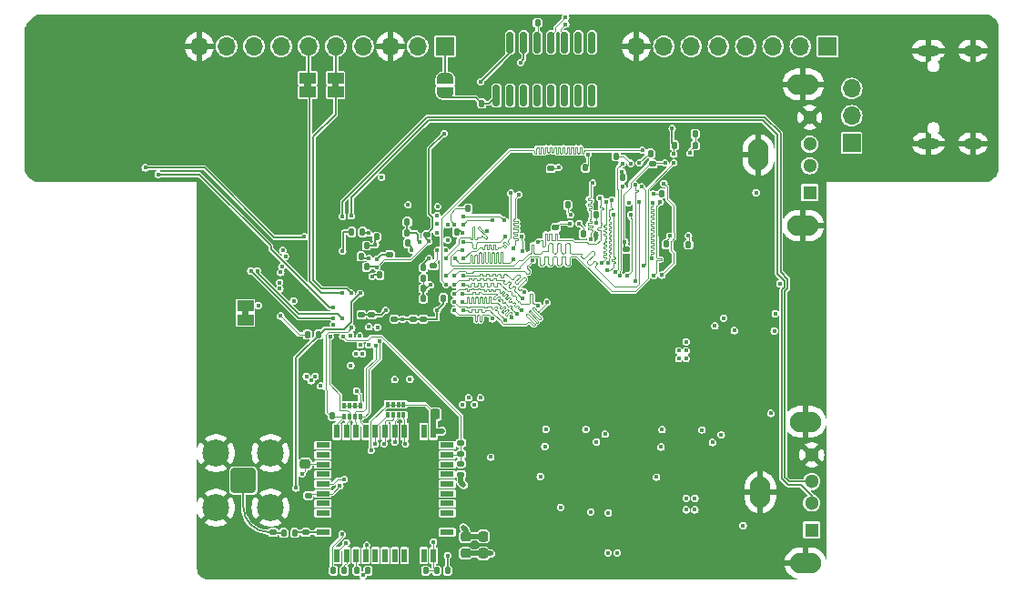
<source format=gbr>
%TF.GenerationSoftware,KiCad,Pcbnew,8.0.2-1*%
%TF.CreationDate,2024-06-14T18:00:13+02:00*%
%TF.ProjectId,hardware,68617264-7761-4726-952e-6b696361645f,rev?*%
%TF.SameCoordinates,Original*%
%TF.FileFunction,Copper,L4,Bot*%
%TF.FilePolarity,Positive*%
%FSLAX46Y46*%
G04 Gerber Fmt 4.6, Leading zero omitted, Abs format (unit mm)*
G04 Created by KiCad (PCBNEW 8.0.2-1) date 2024-06-14 18:00:13*
%MOMM*%
%LPD*%
G01*
G04 APERTURE LIST*
G04 Aperture macros list*
%AMRoundRect*
0 Rectangle with rounded corners*
0 $1 Rounding radius*
0 $2 $3 $4 $5 $6 $7 $8 $9 X,Y pos of 4 corners*
0 Add a 4 corners polygon primitive as box body*
4,1,4,$2,$3,$4,$5,$6,$7,$8,$9,$2,$3,0*
0 Add four circle primitives for the rounded corners*
1,1,$1+$1,$2,$3*
1,1,$1+$1,$4,$5*
1,1,$1+$1,$6,$7*
1,1,$1+$1,$8,$9*
0 Add four rect primitives between the rounded corners*
20,1,$1+$1,$2,$3,$4,$5,0*
20,1,$1+$1,$4,$5,$6,$7,0*
20,1,$1+$1,$6,$7,$8,$9,0*
20,1,$1+$1,$8,$9,$2,$3,0*%
%AMFreePoly0*
4,1,19,0.500000,-0.750000,0.000000,-0.750000,0.000000,-0.744911,-0.071157,-0.744911,-0.207708,-0.704816,-0.327430,-0.627875,-0.420627,-0.520320,-0.479746,-0.390866,-0.500000,-0.250000,-0.500000,0.250000,-0.479746,0.390866,-0.420627,0.520320,-0.327430,0.627875,-0.207708,0.704816,-0.071157,0.744911,0.000000,0.744911,0.000000,0.750000,0.500000,0.750000,0.500000,-0.750000,0.500000,-0.750000,
$1*%
%AMFreePoly1*
4,1,19,0.000000,0.744911,0.071157,0.744911,0.207708,0.704816,0.327430,0.627875,0.420627,0.520320,0.479746,0.390866,0.500000,0.250000,0.500000,-0.250000,0.479746,-0.390866,0.420627,-0.520320,0.327430,-0.627875,0.207708,-0.704816,0.071157,-0.744911,0.000000,-0.744911,0.000000,-0.750000,-0.500000,-0.750000,-0.500000,0.750000,0.000000,0.750000,0.000000,0.744911,0.000000,0.744911,
$1*%
G04 Aperture macros list end*
%TA.AperFunction,EtchedComponent*%
%ADD10C,0.000000*%
%TD*%
%TA.AperFunction,ComponentPad*%
%ADD11C,0.450000*%
%TD*%
%TA.AperFunction,ComponentPad*%
%ADD12R,1.300000X1.300000*%
%TD*%
%TA.AperFunction,ComponentPad*%
%ADD13C,1.300000*%
%TD*%
%TA.AperFunction,ComponentPad*%
%ADD14O,2.900000X1.900000*%
%TD*%
%TA.AperFunction,ComponentPad*%
%ADD15O,1.900000X2.900000*%
%TD*%
%TA.AperFunction,ComponentPad*%
%ADD16O,2.100000X1.000000*%
%TD*%
%TA.AperFunction,ComponentPad*%
%ADD17O,1.800000X1.000000*%
%TD*%
%TA.AperFunction,ComponentPad*%
%ADD18R,1.700000X1.700000*%
%TD*%
%TA.AperFunction,ComponentPad*%
%ADD19O,1.700000X1.700000*%
%TD*%
%TA.AperFunction,SMDPad,CuDef*%
%ADD20RoundRect,0.140000X-0.170000X0.140000X-0.170000X-0.140000X0.170000X-0.140000X0.170000X0.140000X0*%
%TD*%
%TA.AperFunction,SMDPad,CuDef*%
%ADD21RoundRect,0.140000X0.140000X0.170000X-0.140000X0.170000X-0.140000X-0.170000X0.140000X-0.170000X0*%
%TD*%
%TA.AperFunction,SMDPad,CuDef*%
%ADD22RoundRect,0.140000X0.170000X-0.140000X0.170000X0.140000X-0.170000X0.140000X-0.170000X-0.140000X0*%
%TD*%
%TA.AperFunction,SMDPad,CuDef*%
%ADD23RoundRect,0.140000X-0.140000X-0.170000X0.140000X-0.170000X0.140000X0.170000X-0.140000X0.170000X0*%
%TD*%
%TA.AperFunction,SMDPad,CuDef*%
%ADD24RoundRect,0.135000X0.135000X0.185000X-0.135000X0.185000X-0.135000X-0.185000X0.135000X-0.185000X0*%
%TD*%
%TA.AperFunction,SMDPad,CuDef*%
%ADD25RoundRect,0.135000X-0.135000X-0.185000X0.135000X-0.185000X0.135000X0.185000X-0.135000X0.185000X0*%
%TD*%
%TA.AperFunction,SMDPad,CuDef*%
%ADD26RoundRect,0.225000X-0.225000X-0.250000X0.225000X-0.250000X0.225000X0.250000X-0.225000X0.250000X0*%
%TD*%
%TA.AperFunction,SMDPad,CuDef*%
%ADD27FreePoly0,270.000000*%
%TD*%
%TA.AperFunction,SMDPad,CuDef*%
%ADD28FreePoly1,270.000000*%
%TD*%
%TA.AperFunction,SMDPad,CuDef*%
%ADD29RoundRect,0.218750X0.256250X-0.218750X0.256250X0.218750X-0.256250X0.218750X-0.256250X-0.218750X0*%
%TD*%
%TA.AperFunction,SMDPad,CuDef*%
%ADD30R,1.300000X0.500000*%
%TD*%
%TA.AperFunction,SMDPad,CuDef*%
%ADD31R,0.500000X1.300000*%
%TD*%
%TA.AperFunction,SMDPad,CuDef*%
%ADD32R,0.400000X0.500000*%
%TD*%
%TA.AperFunction,SMDPad,CuDef*%
%ADD33R,0.300000X0.500000*%
%TD*%
%TA.AperFunction,SMDPad,CuDef*%
%ADD34RoundRect,0.135000X-0.185000X0.135000X-0.185000X-0.135000X0.185000X-0.135000X0.185000X0.135000X0*%
%TD*%
%TA.AperFunction,SMDPad,CuDef*%
%ADD35RoundRect,0.225000X0.225000X0.250000X-0.225000X0.250000X-0.225000X-0.250000X0.225000X-0.250000X0*%
%TD*%
%TA.AperFunction,SMDPad,CuDef*%
%ADD36RoundRect,0.150000X-0.150000X0.825000X-0.150000X-0.825000X0.150000X-0.825000X0.150000X0.825000X0*%
%TD*%
%TA.AperFunction,SMDPad,CuDef*%
%ADD37R,1.500000X1.000000*%
%TD*%
%TA.AperFunction,SMDPad,CuDef*%
%ADD38RoundRect,0.225000X0.250000X-0.225000X0.250000X0.225000X-0.250000X0.225000X-0.250000X-0.225000X0*%
%TD*%
%TA.AperFunction,SMDPad,CuDef*%
%ADD39RoundRect,0.135000X0.185000X-0.135000X0.185000X0.135000X-0.185000X0.135000X-0.185000X-0.135000X0*%
%TD*%
%TA.AperFunction,ComponentPad*%
%ADD40RoundRect,0.200100X-0.949900X0.949900X-0.949900X-0.949900X0.949900X-0.949900X0.949900X0.949900X0*%
%TD*%
%TA.AperFunction,ComponentPad*%
%ADD41C,2.500000*%
%TD*%
%TA.AperFunction,ViaPad*%
%ADD42C,0.400000*%
%TD*%
%TA.AperFunction,Conductor*%
%ADD43C,0.150000*%
%TD*%
%TA.AperFunction,Conductor*%
%ADD44C,0.100000*%
%TD*%
%TA.AperFunction,Conductor*%
%ADD45C,0.200000*%
%TD*%
%TA.AperFunction,Conductor*%
%ADD46C,0.130000*%
%TD*%
%TA.AperFunction,Conductor*%
%ADD47C,0.500000*%
%TD*%
G04 APERTURE END LIST*
D10*
%TA.AperFunction,EtchedComponent*%
%TO.C,JP3*%
G36*
X108400000Y-91050000D02*
G01*
X107800000Y-91050000D01*
X107800000Y-90550000D01*
X108400000Y-90550000D01*
X108400000Y-91050000D01*
G37*
%TD.AperFunction*%
%TA.AperFunction,EtchedComponent*%
%TO.C,JP1*%
G36*
X100000000Y-112250000D02*
G01*
X99400000Y-112250000D01*
X99400000Y-111750000D01*
X100000000Y-111750000D01*
X100000000Y-112250000D01*
G37*
%TD.AperFunction*%
%TA.AperFunction,EtchedComponent*%
%TO.C,JP4*%
G36*
X105800000Y-91050000D02*
G01*
X105200000Y-91050000D01*
X105200000Y-90550000D01*
X105800000Y-90550000D01*
X105800000Y-91050000D01*
G37*
%TD.AperFunction*%
%TD*%
D11*
%TO.P,U4,17,PAD*%
%TO.N,GND*%
X129497200Y-123667900D03*
X129497200Y-124667900D03*
X129997200Y-124167900D03*
X130497200Y-123667900D03*
X130497200Y-124667900D03*
%TD*%
%TO.P,U5,17,PAD*%
%TO.N,GND*%
X140299820Y-123720160D03*
X140299820Y-124720160D03*
X140799820Y-124220160D03*
X141299820Y-123720160D03*
X141299820Y-124720160D03*
%TD*%
%TO.P,U6,17,PAD*%
%TO.N,GND*%
X132600320Y-132458840D03*
X131600320Y-132458840D03*
X132100320Y-132958840D03*
X132600320Y-133458840D03*
X131600320Y-133458840D03*
%TD*%
D12*
%TO.P,J2,1,VBUS*%
%TO.N,+5V*%
X152385000Y-132200000D03*
D13*
%TO.P,J2,2,D-*%
%TO.N,/A33_GPIO/USB-DM0*%
X152385000Y-129700000D03*
%TO.P,J2,3,D+*%
%TO.N,/A33_GPIO/USB-DP0*%
X152385000Y-127700000D03*
%TO.P,J2,4,GND*%
%TO.N,GND*%
X152385000Y-125200000D03*
D14*
%TO.P,J2,5,Shield*%
X151785000Y-135270000D03*
D15*
X147605000Y-128700000D03*
D14*
X151785000Y-122130000D03*
%TD*%
D12*
%TO.P,J3,1,VBUS*%
%TO.N,+5V*%
X152200000Y-100800000D03*
D13*
%TO.P,J3,2,D-*%
%TO.N,/A33_GPIO/USB-DM1*%
X152200000Y-98300000D03*
%TO.P,J3,3,D+*%
%TO.N,/A33_GPIO/USB-DP1*%
X152200000Y-96300000D03*
%TO.P,J3,4,GND*%
%TO.N,GND*%
X152200000Y-93800000D03*
D14*
%TO.P,J3,5,Shield*%
X151600000Y-103870000D03*
D15*
X147420000Y-97300000D03*
D14*
X151600000Y-90730000D03*
%TD*%
D11*
%TO.P,U3,17,PAD*%
%TO.N,GND*%
X147058000Y-112828960D03*
X147058000Y-111828960D03*
X146558000Y-112328960D03*
X146058000Y-112828960D03*
X146058000Y-111828960D03*
%TD*%
D16*
%TO.P,J5,S1,SHIELD*%
%TO.N,GND*%
X163220000Y-96240000D03*
D17*
X167400000Y-96240000D03*
D16*
X163220000Y-87600000D03*
D17*
X167400000Y-87600000D03*
%TD*%
D18*
%TO.P,J10,1,Pin_1*%
%TO.N,V_USB*%
X156100000Y-96200000D03*
D19*
%TO.P,J10,2,Pin_2*%
%TO.N,+5V*%
X156100000Y-93660000D03*
%TO.P,J10,3,Pin_3*%
%TO.N,+5V_Flipper*%
X156100000Y-91120000D03*
%TD*%
D20*
%TO.P,C2,1*%
%TO.N,/DDR3/VREF*%
X137579100Y-98135500D03*
%TO.P,C2,2*%
%TO.N,GND*%
X137579100Y-99095500D03*
%TD*%
%TO.P,C31,1*%
%TO.N,+3V0*%
X113157000Y-106568300D03*
%TO.P,C31,2*%
%TO.N,GND*%
X113157000Y-107528300D03*
%TD*%
D21*
%TO.P,C38,1*%
%TO.N,+1V35*%
X116253200Y-110693200D03*
%TO.P,C38,2*%
%TO.N,GND*%
X115293200Y-110693200D03*
%TD*%
%TO.P,C42,1*%
%TO.N,+1V35*%
X116265900Y-108775500D03*
%TO.P,C42,2*%
%TO.N,GND*%
X115305900Y-108775500D03*
%TD*%
D22*
%TO.P,C43,1*%
%TO.N,+1V1*%
X115303300Y-112575280D03*
%TO.P,C43,2*%
%TO.N,GND*%
X115303300Y-111615280D03*
%TD*%
D21*
%TO.P,C48,1*%
%TO.N,+1V1*%
X118117560Y-110637320D03*
%TO.P,C48,2*%
%TO.N,GND*%
X117157560Y-110637320D03*
%TD*%
D23*
%TO.P,C53,1*%
%TO.N,+3V0*%
X112219800Y-108483400D03*
%TO.P,C53,2*%
%TO.N,GND*%
X113179800Y-108483400D03*
%TD*%
D21*
%TO.P,C54,1*%
%TO.N,+1V35*%
X116253200Y-109753400D03*
%TO.P,C54,2*%
%TO.N,GND*%
X115293200Y-109753400D03*
%TD*%
%TO.P,C55,1*%
%TO.N,+1V1*%
X114767300Y-103517700D03*
%TO.P,C55,2*%
%TO.N,GND*%
X113807300Y-103517700D03*
%TD*%
D23*
%TO.P,C59,1*%
%TO.N,+1V1*%
X111902300Y-104927400D03*
%TO.P,C59,2*%
%TO.N,GND*%
X112862300Y-104927400D03*
%TD*%
D22*
%TO.P,C64,1*%
%TO.N,+3V3*%
X116560600Y-104747000D03*
%TO.P,C64,2*%
%TO.N,GND*%
X116560600Y-103787000D03*
%TD*%
D21*
%TO.P,C66,1*%
%TO.N,+3V3*%
X110970000Y-107721400D03*
%TO.P,C66,2*%
%TO.N,GND*%
X110010000Y-107721400D03*
%TD*%
%TO.P,C67,1*%
%TO.N,+1V1*%
X116265900Y-107784900D03*
%TO.P,C67,2*%
%TO.N,GND*%
X115305900Y-107784900D03*
%TD*%
D22*
%TO.P,C68,1*%
%TO.N,+3V3*%
X111467900Y-112176500D03*
%TO.P,C68,2*%
%TO.N,GND*%
X111467900Y-111216500D03*
%TD*%
D21*
%TO.P,C69,1*%
%TO.N,+1V1*%
X110970000Y-105740200D03*
%TO.P,C69,2*%
%TO.N,GND*%
X110010000Y-105740200D03*
%TD*%
D22*
%TO.P,C70,1*%
%TO.N,+3V3*%
X110490000Y-112176500D03*
%TO.P,C70,2*%
%TO.N,GND*%
X110490000Y-111216500D03*
%TD*%
D23*
%TO.P,C75,1*%
%TO.N,+1V35*%
X141544100Y-96405700D03*
%TO.P,C75,2*%
%TO.N,GND*%
X142504100Y-96405700D03*
%TD*%
%TO.P,C76,1*%
%TO.N,+1V35*%
X139613700Y-96405700D03*
%TO.P,C76,2*%
%TO.N,GND*%
X140573700Y-96405700D03*
%TD*%
%TO.P,C77,1*%
%TO.N,+1V35*%
X137391200Y-97180400D03*
%TO.P,C77,2*%
%TO.N,GND*%
X138351200Y-97180400D03*
%TD*%
%TO.P,C78,1*%
%TO.N,+1V35*%
X141544100Y-95351600D03*
%TO.P,C78,2*%
%TO.N,GND*%
X142504100Y-95351600D03*
%TD*%
D21*
%TO.P,C79,1*%
%TO.N,+1V35*%
X134782500Y-99402900D03*
%TO.P,C79,2*%
%TO.N,GND*%
X133822500Y-99402900D03*
%TD*%
%TO.P,C80,1*%
%TO.N,+1V35*%
X134211000Y-97447100D03*
%TO.P,C80,2*%
%TO.N,GND*%
X133251000Y-97447100D03*
%TD*%
D23*
%TO.P,C82,1*%
%TO.N,+1V35*%
X138458000Y-100888800D03*
%TO.P,C82,2*%
%TO.N,GND*%
X139418000Y-100888800D03*
%TD*%
D21*
%TO.P,C85,1*%
%TO.N,+1V35*%
X132306000Y-102882700D03*
%TO.P,C85,2*%
%TO.N,GND*%
X131346000Y-102882700D03*
%TD*%
%TO.P,C86,1*%
%TO.N,+1V35*%
X131122360Y-104653080D03*
%TO.P,C86,2*%
%TO.N,GND*%
X130162360Y-104653080D03*
%TD*%
D22*
%TO.P,C87,1*%
%TO.N,+1V35*%
X128562100Y-104073900D03*
%TO.P,C87,2*%
%TO.N,GND*%
X128562100Y-103113900D03*
%TD*%
D23*
%TO.P,C89,1*%
%TO.N,+1V35*%
X140931960Y-105628440D03*
%TO.P,C89,2*%
%TO.N,GND*%
X141891960Y-105628440D03*
%TD*%
%TO.P,C90,1*%
%TO.N,+1V35*%
X129695000Y-101942900D03*
%TO.P,C90,2*%
%TO.N,GND*%
X130655000Y-101942900D03*
%TD*%
%TO.P,C91,1*%
%TO.N,+1V35*%
X138839000Y-105613200D03*
%TO.P,C91,2*%
%TO.N,GND*%
X139799000Y-105613200D03*
%TD*%
D22*
%TO.P,C92,1*%
%TO.N,+1V35*%
X128130300Y-98559500D03*
%TO.P,C92,2*%
%TO.N,GND*%
X128130300Y-97599500D03*
%TD*%
D21*
%TO.P,C99,1*%
%TO.N,Net-(U2D-RTCVIO)*%
X110462000Y-106730800D03*
%TO.P,C99,2*%
%TO.N,GND*%
X109502000Y-106730800D03*
%TD*%
D24*
%TO.P,R30,1*%
%TO.N,Net-(U2D-NMI)*%
X110593600Y-104470200D03*
%TO.P,R30,2*%
%TO.N,+3V3*%
X109573600Y-104470200D03*
%TD*%
D21*
%TO.P,C74,1*%
%TO.N,+1V35*%
X131340800Y-98501200D03*
%TO.P,C74,2*%
%TO.N,GND*%
X130380800Y-98501200D03*
%TD*%
D22*
%TO.P,C40,1*%
%TO.N,+1V1*%
X116248180Y-112575280D03*
%TO.P,C40,2*%
%TO.N,GND*%
X116248180Y-111615280D03*
%TD*%
%TO.P,C56,1*%
%TO.N,+1V1*%
X113576100Y-112567600D03*
%TO.P,C56,2*%
%TO.N,GND*%
X113576100Y-111607600D03*
%TD*%
D21*
%TO.P,C73,1*%
%TO.N,+2V5*%
X119380000Y-104500000D03*
%TO.P,C73,2*%
%TO.N,GND*%
X118420000Y-104500000D03*
%TD*%
%TO.P,C65,1*%
%TO.N,+1V1*%
X114767300Y-104533700D03*
%TO.P,C65,2*%
%TO.N,GND*%
X113807300Y-104533700D03*
%TD*%
D24*
%TO.P,R26,1*%
%TO.N,/A33_Power/VCC-EFUSE*%
X114810000Y-105524300D03*
%TO.P,R26,2*%
%TO.N,GND*%
X113790000Y-105524300D03*
%TD*%
D20*
%TO.P,C32,1*%
%TO.N,/DDR3/VREF*%
X135128000Y-106111100D03*
%TO.P,C32,2*%
%TO.N,GND*%
X135128000Y-107071100D03*
%TD*%
%TO.P,C37,1*%
%TO.N,+3V0*%
X117200000Y-107620000D03*
%TO.P,C37,2*%
%TO.N,GND*%
X117200000Y-108580000D03*
%TD*%
D25*
%TO.P,R6,1*%
%TO.N,Net-(U2A-DZQ)*%
X120429560Y-102280720D03*
%TO.P,R6,2*%
%TO.N,GND*%
X121449560Y-102280720D03*
%TD*%
D26*
%TO.P,C46,1*%
%TO.N,+3V3*%
X121825000Y-134400000D03*
%TO.P,C46,2*%
%TO.N,GND*%
X123375000Y-134400000D03*
%TD*%
D27*
%TO.P,JP2,1,A*%
%TO.N,Net-(J6-Pin_1)*%
X118300000Y-90200000D03*
D28*
%TO.P,JP2,2,B*%
%TO.N,+3V3*%
X118300000Y-91500000D03*
%TD*%
D23*
%TO.P,C49,1*%
%TO.N,GND*%
X125920000Y-85000000D03*
%TO.P,C49,2*%
%TO.N,Net-(U10-V3)*%
X126880000Y-85000000D03*
%TD*%
D29*
%TO.P,L5,1*%
%TO.N,+3V3*%
X120200000Y-134387500D03*
%TO.P,L5,2*%
%TO.N,+3.3VA*%
X120200000Y-132812500D03*
%TD*%
D30*
%TO.P,U8,1,GND*%
%TO.N,GND*%
X106925000Y-133325000D03*
%TO.P,U8,2,WIFI/BT_ANT*%
%TO.N,Net-(U8-WIFI{slash}BT_ANT)*%
X106925000Y-132425000D03*
%TO.P,U8,3,GND*%
%TO.N,GND*%
X106925000Y-131525000D03*
%TO.P,U8,4,FM_RX*%
%TO.N,unconnected-(U8-FM_RX-Pad4)*%
X106925000Y-130625000D03*
%TO.P,U8,5,N_WAKE*%
%TO.N,unconnected-(U8-N_WAKE-Pad5)*%
X106925000Y-129725000D03*
%TO.P,U8,6,BT_WAKE*%
%TO.N,/A33_GPIO/WAKE*%
X106925000Y-128825000D03*
%TO.P,U8,7,BT_HOST_WAKE*%
%TO.N,/A33_GPIO/HOST_WAKE*%
X106925000Y-127925000D03*
%TO.P,U8,8,BT_VHOST_WAKE*%
%TO.N,unconnected-(U8-BT_VHOST_WAKE-Pad8)*%
X106925000Y-127025000D03*
%TO.P,U8,9,VBAT*%
%TO.N,+3.3VA*%
X106925000Y-126125000D03*
%TO.P,U8,10,XTAL_IN*%
%TO.N,unconnected-(U8-XTAL_IN-Pad10)*%
X106925000Y-125225000D03*
%TO.P,U8,11,XTAL_OUT*%
%TO.N,unconnected-(U8-XTAL_OUT-Pad11)*%
X106925000Y-124325000D03*
D31*
%TO.P,U8,12,WL_REG_ON*%
%TO.N,/WiFi/WL_REG_ON*%
X108200000Y-123050000D03*
%TO.P,U8,13,WL_HOST_WAKE*%
%TO.N,/WiFi/WL_HOST_WAKE*%
X109100000Y-123050000D03*
%TO.P,U8,14,SD_D2*%
%TO.N,/A33_GPIO/SDC1.D2*%
X110000000Y-123050000D03*
%TO.P,U8,15,SD_D3*%
%TO.N,/A33_GPIO/SDC1.D3*%
X110900000Y-123050000D03*
%TO.P,U8,16,SD_CMD*%
%TO.N,/A33_GPIO/SDC1.CMD*%
X111800000Y-123050000D03*
%TO.P,U8,17,SD_CLK*%
%TO.N,/A33_GPIO/SDC1.CLK*%
X112700000Y-123050000D03*
%TO.P,U8,18,SD_D0*%
%TO.N,/A33_GPIO/SDC1.D0*%
X113600000Y-123050000D03*
%TO.P,U8,19,SD_D1*%
%TO.N,/A33_GPIO/SDC1.D1*%
X114500000Y-123050000D03*
%TO.P,U8,20,GND*%
%TO.N,GND*%
X115400000Y-123050000D03*
%TO.P,U8,21,VIN_LDO_OUT*%
%TO.N,unconnected-(U8-VIN_LDO_OUT-Pad21)*%
X116300000Y-123050000D03*
%TO.P,U8,22,VDD_IO*%
%TO.N,+3.3VA*%
X117200000Y-123050000D03*
D30*
%TO.P,U8,23,VIN_LDO*%
%TO.N,unconnected-(U8-VIN_LDO-Pad23)*%
X118475000Y-124325000D03*
%TO.P,U8,24,LPO*%
%TO.N,/WiFi/LPO*%
X118475000Y-125225000D03*
%TO.P,U8,25,PCM_DOUT*%
%TO.N,unconnected-(U8-PCM_DOUT-Pad25)*%
X118475000Y-126125000D03*
%TO.P,U8,26,PCM_CLK*%
%TO.N,unconnected-(U8-PCM_CLK-Pad26)*%
X118475000Y-127025000D03*
%TO.P,U8,27,PCM_DIN*%
%TO.N,unconnected-(U8-PCM_DIN-Pad27)*%
X118475000Y-127925000D03*
%TO.P,U8,28,PCM_SYNC*%
%TO.N,unconnected-(U8-PCM_SYNC-Pad28)*%
X118475000Y-128825000D03*
%TO.P,U8,29,VDD_TCXO*%
%TO.N,unconnected-(U8-VDD_TCXO-Pad29)*%
X118475000Y-129725000D03*
%TO.P,U8,30,TCXO_IN*%
%TO.N,unconnected-(U8-TCXO_IN-Pad30)*%
X118475000Y-130625000D03*
%TO.P,U8,31,GND*%
%TO.N,GND*%
X118475000Y-131525000D03*
%TO.P,U8,32,GPS_RF*%
%TO.N,unconnected-(U8-GPS_RF-Pad32)*%
X118475000Y-132425000D03*
%TO.P,U8,33,GND*%
%TO.N,GND*%
X118475000Y-133325000D03*
D31*
%TO.P,U8,34,BT_RST_N*%
%TO.N,/A33_GPIO/RST_N*%
X117200000Y-134600000D03*
%TO.P,U8,35,N_I2C_SDA*%
%TO.N,unconnected-(U8-N_I2C_SDA-Pad35)*%
X116300000Y-134600000D03*
%TO.P,U8,36,GND*%
%TO.N,GND*%
X115400000Y-134600000D03*
%TO.P,U8,37,N_I2C_SCL*%
%TO.N,unconnected-(U8-N_I2C_SCL-Pad37)*%
X114500000Y-134600000D03*
%TO.P,U8,38,N_REG_PU*%
%TO.N,unconnected-(U8-N_REG_PU-Pad38)*%
X113600000Y-134600000D03*
%TO.P,U8,39,TX1*%
%TO.N,unconnected-(U8-TX1-Pad39)*%
X112700000Y-134600000D03*
%TO.P,U8,40,TX2*%
%TO.N,unconnected-(U8-TX2-Pad40)*%
X111800000Y-134600000D03*
%TO.P,U8,41,UART_RTS_N*%
%TO.N,/A33_GPIO/CTS_N*%
X110900000Y-134600000D03*
%TO.P,U8,42,UART_TXD*%
%TO.N,Net-(U8-UART_TXD)*%
X110000000Y-134600000D03*
%TO.P,U8,43,UART_RXD*%
%TO.N,Net-(U8-UART_RXD)*%
X109100000Y-134600000D03*
%TO.P,U8,44,UART_CTS_N*%
%TO.N,/A33_GPIO/RTS_N*%
X108200000Y-134600000D03*
%TD*%
D18*
%TO.P,J6,1,Pin_1*%
%TO.N,Net-(J6-Pin_1)*%
X118280000Y-87200000D03*
D19*
%TO.P,J6,2,Pin_2*%
%TO.N,/Flipper_SWC*%
X115740000Y-87200000D03*
%TO.P,J6,3,Pin_3*%
%TO.N,GND*%
X113200000Y-87200000D03*
%TO.P,J6,4,Pin_4*%
%TO.N,/Flipper_SIO*%
X110660000Y-87200000D03*
%TO.P,J6,5,Pin_5*%
%TO.N,/UART_TXD*%
X108120000Y-87200000D03*
%TO.P,J6,6,Pin_6*%
%TO.N,/UART_RXD*%
X105580000Y-87200000D03*
%TO.P,J6,7,Pin_7*%
%TO.N,/Flipper_C1*%
X103040000Y-87200000D03*
%TO.P,J6,8,Pin_8*%
%TO.N,/Flipper_C0*%
X100500000Y-87200000D03*
%TO.P,J6,9,Pin_9*%
%TO.N,/Flipper_1W*%
X97960000Y-87200000D03*
%TO.P,J6,10,Pin_10*%
%TO.N,GND*%
X95420000Y-87200000D03*
%TD*%
D18*
%TO.P,J4,1,Pin_1*%
%TO.N,+5V_Flipper*%
X153860000Y-87200000D03*
D19*
%TO.P,J4,2,Pin_2*%
%TO.N,/Flipper_A7*%
X151320000Y-87200000D03*
%TO.P,J4,3,Pin_3*%
%TO.N,/Flipper_A6*%
X148780000Y-87200000D03*
%TO.P,J4,4,Pin_4*%
%TO.N,/Flipper_A4*%
X146240000Y-87200000D03*
%TO.P,J4,5,Pin_5*%
%TO.N,/Flipper_B3*%
X143700000Y-87200000D03*
%TO.P,J4,6,Pin_6*%
%TO.N,/Flipper_B2*%
X141160000Y-87200000D03*
%TO.P,J4,7,Pin_7*%
%TO.N,/Flipper_C3*%
X138620000Y-87200000D03*
%TO.P,J4,8,Pin_8*%
%TO.N,GND*%
X136080000Y-87200000D03*
%TD*%
D21*
%TO.P,C44,1*%
%TO.N,/A33_GPIO/RST_N*%
X116480000Y-136000000D03*
%TO.P,C44,2*%
%TO.N,GND*%
X115520000Y-136000000D03*
%TD*%
D24*
%TO.P,R33,1*%
%TO.N,/A33_GPIO/RXD*%
X111110000Y-136000000D03*
%TO.P,R33,2*%
%TO.N,Net-(U8-UART_TXD)*%
X110090000Y-136000000D03*
%TD*%
D32*
%TO.P,RN1,1,R1.1*%
%TO.N,/A33_GPIO/SDC1.D1*%
X114425000Y-121525000D03*
D33*
%TO.P,RN1,2,R2.1*%
%TO.N,/A33_GPIO/SDC1.D0*%
X113925000Y-121525000D03*
%TO.P,RN1,3,R3.1*%
%TO.N,/A33_GPIO/SDC1.CLK*%
X113425000Y-121525000D03*
D32*
%TO.P,RN1,4,R4.1*%
%TO.N,/A33_GPIO/SDC1.CMD*%
X112925000Y-121525000D03*
%TO.P,RN1,5,R4.2*%
%TO.N,+3.3VA*%
X112925000Y-120525000D03*
D33*
%TO.P,RN1,6,R3.2*%
X113425000Y-120525000D03*
%TO.P,RN1,7,R2.2*%
X113925000Y-120525000D03*
D32*
%TO.P,RN1,8,R1.2*%
X114425000Y-120525000D03*
%TD*%
D34*
%TO.P,R38,1*%
%TO.N,/WiFi/LPO*%
X119765000Y-124115000D03*
%TO.P,R38,2*%
X119765000Y-125135000D03*
%TD*%
D35*
%TO.P,C45,1*%
%TO.N,+3.3VA*%
X117372756Y-121425000D03*
%TO.P,C45,2*%
%TO.N,GND*%
X115822756Y-121425000D03*
%TD*%
D25*
%TO.P,R37,1*%
%TO.N,/A33_GPIO/RST_N*%
X117490000Y-136000000D03*
%TO.P,R37,2*%
%TO.N,+3.3VA*%
X118510000Y-136000000D03*
%TD*%
D36*
%TO.P,U10,1,GND*%
%TO.N,GND*%
X123055000Y-86825000D03*
%TO.P,U10,2,TXD*%
%TO.N,Net-(U10-TXD)*%
X124325000Y-86825000D03*
%TO.P,U10,3,RXD*%
%TO.N,Net-(U10-RXD)*%
X125595000Y-86825000D03*
%TO.P,U10,4,V3*%
%TO.N,Net-(U10-V3)*%
X126865000Y-86825000D03*
%TO.P,U10,5,UD+*%
%TO.N,/A33_GPIO/D+*%
X128135000Y-86825000D03*
%TO.P,U10,6,UD-*%
%TO.N,/A33_GPIO/D-*%
X129405000Y-86825000D03*
%TO.P,U10,7,NC*%
%TO.N,unconnected-(U10-NC-Pad7)*%
X130675000Y-86825000D03*
%TO.P,U10,8,~{OUT}/~{DTR}*%
%TO.N,unconnected-(U10-~{OUT}{slash}~{DTR}-Pad8)*%
X131945000Y-86825000D03*
%TO.P,U10,9,~{CTS}*%
%TO.N,unconnected-(U10-~{CTS}-Pad9)*%
X131945000Y-91775000D03*
%TO.P,U10,10,~{DSR}*%
%TO.N,unconnected-(U10-~{DSR}-Pad10)*%
X130675000Y-91775000D03*
%TO.P,U10,11,~{RI}*%
%TO.N,unconnected-(U10-~{RI}-Pad11)*%
X129405000Y-91775000D03*
%TO.P,U10,12,~{DCD}*%
%TO.N,unconnected-(U10-~{DCD}-Pad12)*%
X128135000Y-91775000D03*
%TO.P,U10,13,~{DTR}*%
%TO.N,unconnected-(U10-~{DTR}-Pad13)*%
X126865000Y-91775000D03*
%TO.P,U10,14,~{RTS}*%
%TO.N,unconnected-(U10-~{RTS}-Pad14)*%
X125595000Y-91775000D03*
%TO.P,U10,15,R232*%
%TO.N,unconnected-(U10-R232-Pad15)*%
X124325000Y-91775000D03*
%TO.P,U10,16,VCC*%
%TO.N,+3V3*%
X123055000Y-91775000D03*
%TD*%
D34*
%TO.P,R39,1*%
%TO.N,/WiFi/LPO*%
X119757244Y-126022244D03*
%TO.P,R39,2*%
%TO.N,+3.3VA*%
X119757244Y-127042244D03*
%TD*%
D37*
%TO.P,JP3,1,A*%
%TO.N,/A33_GPIO/UART0_RX*%
X108100000Y-91450000D03*
%TO.P,JP3,2,B*%
%TO.N,/UART_TXD*%
X108100000Y-90150000D03*
%TD*%
%TO.P,JP1,1,A*%
%TO.N,+3V3*%
X99700000Y-112650000D03*
%TO.P,JP1,2,B*%
%TO.N,Net-(J8-Pin_14)*%
X99700000Y-111350000D03*
%TD*%
D20*
%TO.P,C39,1*%
%TO.N,Net-(U8-WIFI{slash}BT_ANT)*%
X105300000Y-132440000D03*
%TO.P,C39,2*%
%TO.N,GND*%
X105300000Y-133400000D03*
%TD*%
D26*
%TO.P,C47,1*%
%TO.N,+3.3VA*%
X121825000Y-132800000D03*
%TO.P,C47,2*%
%TO.N,GND*%
X123375000Y-132800000D03*
%TD*%
D38*
%TO.P,C41,1*%
%TO.N,+3.3VA*%
X105275000Y-126050000D03*
%TO.P,C41,2*%
%TO.N,GND*%
X105275000Y-124500000D03*
%TD*%
D37*
%TO.P,JP4,1,A*%
%TO.N,/A33_GPIO/UART0_TX*%
X105500000Y-91450000D03*
%TO.P,JP4,2,B*%
%TO.N,/UART_RXD*%
X105500000Y-90150000D03*
%TD*%
D25*
%TO.P,R35,1*%
%TO.N,Net-(J7-In)*%
X103290000Y-132480000D03*
%TO.P,R35,2*%
%TO.N,Net-(U8-WIFI{slash}BT_ANT)*%
X104310000Y-132480000D03*
%TD*%
D23*
%TO.P,C50,1*%
%TO.N,GND*%
X120720000Y-92500000D03*
%TO.P,C50,2*%
%TO.N,+3V3*%
X121680000Y-92500000D03*
%TD*%
D20*
%TO.P,C36,1*%
%TO.N,Net-(J7-In)*%
X102300000Y-132420000D03*
%TO.P,C36,2*%
%TO.N,GND*%
X102300000Y-133380000D03*
%TD*%
D25*
%TO.P,R40,1*%
%TO.N,GND*%
X106790000Y-121600000D03*
%TO.P,R40,2*%
%TO.N,/WiFi/WL_REG_ON*%
X107810000Y-121600000D03*
%TD*%
%TO.P,R36,1*%
%TO.N,/A33_GPIO/TXD*%
X107890000Y-136000000D03*
%TO.P,R36,2*%
%TO.N,Net-(U8-UART_RXD)*%
X108910000Y-136000000D03*
%TD*%
D24*
%TO.P,R23,1*%
%TO.N,/SD_DET*%
X106510000Y-114000000D03*
%TO.P,R23,2*%
%TO.N,+3V3*%
X105490000Y-114000000D03*
%TD*%
D32*
%TO.P,RN2,1,R1.1*%
%TO.N,/A33_GPIO/SDC1.D3*%
X110375000Y-121625000D03*
D33*
%TO.P,RN2,2,R2.1*%
%TO.N,/A33_GPIO/SDC1.D2*%
X109875000Y-121625000D03*
%TO.P,RN2,3,R3.1*%
%TO.N,/WiFi/WL_HOST_WAKE*%
X109375000Y-121625000D03*
D32*
%TO.P,RN2,4,R4.1*%
%TO.N,/WiFi/WL_REG_ON*%
X108875000Y-121625000D03*
%TO.P,RN2,5,R4.2*%
%TO.N,+3.3VA*%
X108875000Y-120625000D03*
D33*
%TO.P,RN2,6,R3.2*%
X109375000Y-120625000D03*
%TO.P,RN2,7,R2.2*%
X109875000Y-120625000D03*
D32*
%TO.P,RN2,8,R1.2*%
X110375000Y-120625000D03*
%TD*%
D39*
%TO.P,R34,1*%
%TO.N,GND*%
X105565000Y-130025000D03*
%TO.P,R34,2*%
%TO.N,/A33_GPIO/WAKE*%
X105565000Y-129005000D03*
%TD*%
D40*
%TO.P,J7,1,In*%
%TO.N,Net-(J7-In)*%
X99500000Y-127600000D03*
D41*
%TO.P,J7,2,Ext*%
%TO.N,GND*%
X102040000Y-125060000D03*
X96960000Y-125060000D03*
X102040000Y-130140000D03*
X96960000Y-130140000D03*
%TD*%
D42*
%TO.N,/DDR3/VREF*%
X138742341Y-98051525D03*
X134990610Y-105386569D03*
%TO.N,/A33_RAM/DVREF*%
X118363999Y-106170999D03*
X114833400Y-101930200D03*
%TO.N,Net-(U3-VOS)*%
X149421401Y-109261461D03*
X148894800Y-113687860D03*
%TO.N,Net-(U4-VOS)*%
X127133799Y-127235399D03*
X127660400Y-122809000D03*
%TO.N,Net-(U5-VOS)*%
X138463020Y-122861260D03*
X137936419Y-127287659D03*
%TO.N,Net-(U6-VOS)*%
X133459220Y-130622040D03*
X129032821Y-130095439D03*
%TO.N,Net-(U2D-RTCVIO)*%
X111201200Y-106934000D03*
%TO.N,/A33_GPIO/USB-DP0*%
X108737400Y-102997000D03*
%TO.N,/A33_GPIO/USB-DM0*%
X109550200Y-102971600D03*
%TO.N,+3.3VA*%
X111400000Y-124800000D03*
X120000000Y-132000000D03*
X105000000Y-127000000D03*
X118500000Y-134600000D03*
X118000000Y-123000000D03*
X120000000Y-128000000D03*
X110053325Y-119264479D03*
%TO.N,/A33_GPIO/UART0_TX*%
X108737400Y-110159800D03*
%TO.N,/A33_GPIO/UART0_RX*%
X109550200Y-110173000D03*
%TO.N,Net-(U2A-DZQ)*%
X119151400Y-103764080D03*
%TO.N,/A33_Power/VCC-EFUSE*%
X115163600Y-106172000D03*
%TO.N,/A33_RAM/CK*%
X135940800Y-109067600D03*
X135940800Y-100101400D03*
%TO.N,/A33_RAM/!CK*%
X136728200Y-107645200D03*
X136570720Y-100243640D03*
%TO.N,Net-(U2D-NMI)*%
X111150400Y-104571800D03*
%TO.N,/A33_RAM/LDM*%
X131851400Y-105168799D03*
X132003800Y-99923600D03*
%TO.N,/A33_RAM/adr13*%
X124433024Y-112392546D03*
X119913400Y-110972600D03*
%TO.N,/A33_RAM/!WE*%
X126371400Y-107118200D03*
X119151400Y-108559600D03*
X137552951Y-101764351D03*
X137530840Y-106963474D03*
%TO.N,/A33_RAM/adr7*%
X125361700Y-111721900D03*
X119151400Y-110210600D03*
%TO.N,/A33_RAM/!CKE*%
X136652000Y-96875600D03*
X118364000Y-109347000D03*
%TO.N,/A33_RAM/d1*%
X125145800Y-100990400D03*
X124612400Y-105968799D03*
%TO.N,/A33_RAM/UDM*%
X122682000Y-103403400D03*
X119948960Y-103759000D03*
%TO.N,/A33_RAM/!CS*%
X125399800Y-104876600D03*
X119938800Y-105384600D03*
X125488700Y-106273600D03*
X123850400Y-104918789D03*
%TO.N,/A33_RAM/!RST*%
X119913400Y-110210600D03*
X124967299Y-112122000D03*
%TO.N,/A33_RAM/d3*%
X119964200Y-106959400D03*
X124387243Y-100866843D03*
%TO.N,/A33_RAM/!CAS*%
X136342123Y-101645915D03*
X119926100Y-106184700D03*
%TO.N,/A33_RAM/d4*%
X135204200Y-108559600D03*
X135535863Y-102868491D03*
%TO.N,/A33_RAM/d0*%
X132715000Y-101320600D03*
X126935280Y-105434214D03*
%TO.N,/A33_RAM/d5*%
X134756582Y-98089689D03*
X134086600Y-108204000D03*
%TO.N,/A33_RAM/d6*%
X133363430Y-108065980D03*
X133940600Y-102870000D03*
%TO.N,/A33_RAM/LDQS*%
X132829914Y-107363475D03*
X133273800Y-101676200D03*
%TO.N,/A33_RAM/adr15*%
X138633200Y-99949000D03*
X119938800Y-111785400D03*
X138455400Y-108483400D03*
X127762000Y-111029800D03*
%TO.N,/A33_RAM/!LDQS*%
X133479647Y-107366090D03*
X133793904Y-101497335D03*
%TO.N,/A33_RAM/!RAS*%
X122148600Y-104368600D03*
X118363999Y-106959400D03*
%TO.N,/A33_RAM/adr9*%
X123901200Y-112642556D03*
X119151400Y-110972600D03*
%TO.N,/A33_RAM/adr3*%
X126960754Y-111309200D03*
X119964200Y-109347000D03*
%TO.N,/A33_RAM/dba2*%
X138303000Y-101676200D03*
X119126000Y-109372400D03*
X137693400Y-108534200D03*
X125450600Y-110667800D03*
%TO.N,/A33_RAM/d7*%
X134785100Y-100266500D03*
X134518400Y-108566000D03*
%TO.N,/A33_RAM/ODT*%
X124643857Y-107048057D03*
X119176800Y-106959400D03*
%TO.N,/A33_RAM/dba1*%
X139549162Y-98044568D03*
X118364000Y-108559600D03*
%TO.N,/A33_RAM/d11*%
X119964200Y-102997000D03*
X123774200Y-103378000D03*
%TO.N,/A33_RAM/dba0*%
X125636202Y-110024998D03*
X119954406Y-108546999D03*
%TO.N,/A33_RAM/adr0*%
X119126000Y-111785400D03*
X122669300Y-112547400D03*
%TO.N,+1V35*%
X140716000Y-115519200D03*
X140017500Y-115519200D03*
X140017500Y-116255800D03*
X140716000Y-116255800D03*
X135354190Y-101752400D03*
X140703300Y-114693700D03*
X140924280Y-104825800D03*
X139547600Y-97231200D03*
X135548514Y-98081160D03*
X134740600Y-98864570D03*
X128828800Y-98463449D03*
X129921000Y-103682800D03*
X112369600Y-99364800D03*
X141071600Y-97129600D03*
X139407900Y-94822000D03*
X137655300Y-100939600D03*
X116900000Y-109400000D03*
X136348499Y-98045255D03*
X130755218Y-103688222D03*
X132313448Y-103647932D03*
X139186920Y-104851200D03*
X129941933Y-102874467D03*
X131572000Y-97282000D03*
%TO.N,GND*%
X132562600Y-119278400D03*
X133400800Y-119278400D03*
X129743200Y-120789700D03*
X129743200Y-121615200D03*
X128701800Y-125476000D03*
X127812800Y-125476000D03*
X138734800Y-125526800D03*
X142519400Y-118162260D03*
X140545820Y-120878600D03*
X139504420Y-125528260D03*
X144297400Y-119227600D03*
X143314420Y-119229060D03*
X140545820Y-121667460D03*
X142519400Y-118922800D03*
X130792220Y-131663440D03*
X130797300Y-130860800D03*
X135500000Y-132600000D03*
X137500000Y-132600000D03*
X136989820Y-135458200D03*
X136989820Y-136362440D03*
X138379200Y-134683500D03*
X137477500Y-134683500D03*
X144830800Y-117602000D03*
X144830800Y-118386860D03*
X143154400Y-117218460D03*
X143916400Y-117218460D03*
X146812000Y-114881660D03*
X146812000Y-115389660D03*
X148640800Y-111020860D03*
X147853400Y-111020860D03*
X122400000Y-129900000D03*
X130728804Y-102861767D03*
X146800000Y-117600000D03*
X101300000Y-131900000D03*
X138328400Y-104749600D03*
X127600000Y-131100000D03*
X121920000Y-122428000D03*
X135260080Y-104805480D03*
X124460000Y-135636000D03*
X118400000Y-121400000D03*
X99200000Y-131100000D03*
X131572000Y-129032000D03*
X124460000Y-97790000D03*
X111200000Y-101800000D03*
X143764000Y-92964000D03*
X100900000Y-132800000D03*
X150876000Y-111760000D03*
X110500000Y-118900000D03*
X114363500Y-107759500D03*
X99000000Y-130500000D03*
X111150400Y-109347000D03*
X150100000Y-92500000D03*
X114363500Y-108559600D03*
X99100000Y-99900000D03*
X141732000Y-94488000D03*
X114376200Y-110921800D03*
X144780000Y-123444000D03*
X95800000Y-102800000D03*
X135107680Y-107878880D03*
X128016000Y-95504000D03*
X105000000Y-123300000D03*
X135530329Y-98863201D03*
X127000000Y-97790000D03*
X145796000Y-107188000D03*
X105400000Y-110000000D03*
X105000000Y-107000000D03*
X104100000Y-131600000D03*
X113563400Y-109385100D03*
X130378200Y-104800400D03*
X103900000Y-109700000D03*
X140258800Y-97142300D03*
X143764000Y-94488000D03*
X100000000Y-129300000D03*
X161200000Y-87900000D03*
X140096240Y-104759760D03*
X112750600Y-109372400D03*
X104100000Y-105500000D03*
X144272000Y-109728000D03*
X133900000Y-87300000D03*
X100100000Y-130500000D03*
X114363500Y-109372400D03*
X142252700Y-97155000D03*
X127600000Y-131600000D03*
X131724400Y-119164100D03*
X105800000Y-131600000D03*
X95600000Y-93600000D03*
X141772640Y-104744520D03*
X128400000Y-84600000D03*
X125730000Y-97790000D03*
X145796000Y-105664000D03*
X106900000Y-102200000D03*
X99900000Y-132200000D03*
X115000000Y-121900000D03*
X158800000Y-97200000D03*
X144780000Y-98552000D03*
X119092337Y-105363599D03*
X104400000Y-133300000D03*
X153900000Y-97700000D03*
X127600000Y-132100000D03*
X121200000Y-136000000D03*
X97700000Y-102100000D03*
X136652000Y-125476000D03*
X100000000Y-129900000D03*
X103800000Y-133300000D03*
X131064000Y-95504000D03*
X143764000Y-96520000D03*
X105000000Y-113100000D03*
X101500000Y-132900000D03*
X104700000Y-131600000D03*
X105400000Y-136000000D03*
X133464300Y-100215700D03*
X132283200Y-101904800D03*
X99500000Y-131700000D03*
X100400000Y-132600000D03*
X103200000Y-133300000D03*
X113563400Y-110172500D03*
X154200000Y-89300000D03*
X119800000Y-92700000D03*
X158400000Y-92300000D03*
X91200000Y-95000000D03*
X99000000Y-129300000D03*
X131724400Y-118110000D03*
X132257800Y-104736900D03*
X164500000Y-88400000D03*
X133146800Y-98056700D03*
X125300000Y-133200000D03*
X151384000Y-118872000D03*
X132080000Y-136144000D03*
X94500000Y-97900000D03*
X100700000Y-131500000D03*
X125476000Y-102108000D03*
X100300000Y-131100000D03*
X103124000Y-119380000D03*
X106900000Y-119400000D03*
X137172700Y-99834700D03*
X114376200Y-110159800D03*
X108712000Y-100584000D03*
X133604000Y-95504000D03*
X164700000Y-95600000D03*
X161700000Y-96000000D03*
X150876000Y-110744000D03*
X140600000Y-118900000D03*
X99000000Y-129900000D03*
X132588000Y-115824000D03*
X140716000Y-113284000D03*
%TO.N,+2V5*%
X122529600Y-125425200D03*
X119913400Y-104571800D03*
%TO.N,+1V1*%
X111798100Y-105625900D03*
X141516100Y-130327400D03*
X140716000Y-130327400D03*
X140716000Y-129260600D03*
X141516100Y-129260600D03*
X117558820Y-111747300D03*
X116776500Y-106959400D03*
X114335620Y-112575280D03*
X115938300Y-105371900D03*
%TO.N,+3V0*%
X121577100Y-119900700D03*
X119913400Y-120523000D03*
X111912400Y-107010200D03*
X121005600Y-120523000D03*
X117563999Y-106197400D03*
X111495840Y-108610400D03*
X120459500Y-119900700D03*
%TO.N,+3V3*%
X99700000Y-112650000D03*
X118300000Y-91500000D03*
X103000000Y-112300000D03*
X108757201Y-106233732D03*
X105200000Y-104900000D03*
X148590000Y-121348500D03*
X113600000Y-118200000D03*
X122575000Y-134400000D03*
X90400000Y-98500000D03*
X118200000Y-95300000D03*
X111937800Y-107746800D03*
X116763800Y-105359200D03*
X115011363Y-118165953D03*
X112750600Y-111760000D03*
X109517157Y-116882843D03*
%TO.N,+5V*%
X138361420Y-124486860D03*
X142171420Y-122886660D03*
X131833620Y-130520440D03*
X133433820Y-134330440D03*
X143162020Y-124055060D03*
X143974820Y-123343860D03*
X144195800Y-112494060D03*
X143383000Y-113205260D03*
X145186400Y-113652300D03*
X148996400Y-112052100D03*
X131368800Y-122834400D03*
X132359400Y-124002800D03*
X147200000Y-100800000D03*
X146000000Y-131800000D03*
X134289800Y-134327900D03*
X127558800Y-124434600D03*
X133172200Y-123291600D03*
%TO.N,/A33_GPIO/LCD_RST*%
X104200000Y-110875000D03*
X111200000Y-113300000D03*
%TO.N,/A33_GPIO/LCD_TE*%
X111977375Y-113321156D03*
X100900000Y-111300000D03*
%TO.N,/SD_DET*%
X110375700Y-110185200D03*
X104407790Y-128300000D03*
%TO.N,/A33_GPIO/RST_N*%
X117200000Y-133300000D03*
X107900000Y-113065305D03*
%TO.N,/A33_GPIO/TXD*%
X105800000Y-118300000D03*
X108692200Y-132600000D03*
%TO.N,/A33_GPIO/WAKE*%
X109500000Y-114100000D03*
X108500000Y-128100000D03*
%TO.N,/A33_GPIO/RXD*%
X105384400Y-117900000D03*
X110644955Y-136429444D03*
%TO.N,/WiFi/LPO*%
X108766067Y-114165305D03*
%TO.N,/WiFi/WL_HOST_WAKE*%
X107600000Y-114200000D03*
%TO.N,/WiFi/WL_REG_ON*%
X109600000Y-113400000D03*
%TO.N,/A33_GPIO/RTS_N*%
X106190918Y-117907461D03*
X109092200Y-133400000D03*
%TO.N,/A33_GPIO/CTS_N*%
X106700000Y-118800000D03*
X111000000Y-133600000D03*
%TO.N,/A33_GPIO/HOST_WAKE*%
X108900000Y-127500000D03*
X110329647Y-114128886D03*
%TO.N,/A33_GPIO/LCD_DIM*%
X107858189Y-111512254D03*
X91600000Y-99125000D03*
%TO.N,/A33_GPIO/D0N*%
X118525000Y-103831278D03*
X103175000Y-106200000D03*
%TO.N,/A33_GPIO/D0P*%
X118525000Y-105208959D03*
X103425081Y-106721257D03*
%TO.N,/A33_GPIO/D1N*%
X102890901Y-109190901D03*
X117563999Y-103721156D03*
%TO.N,/A33_GPIO/D1P*%
X117529647Y-104528886D03*
X102903131Y-109740767D03*
%TO.N,Net-(J8-Pin_14)*%
X99700000Y-111350000D03*
%TO.N,/A33_GPIO/CLKP*%
X102994226Y-108232341D03*
X117529647Y-102928886D03*
%TO.N,/A33_GPIO/CLKN*%
X117600000Y-102100000D03*
X103090901Y-107690901D03*
%TO.N,Net-(U10-TXD)*%
X108729647Y-112528886D03*
X100819051Y-108080949D03*
X121600000Y-90475000D03*
%TO.N,Net-(U10-RXD)*%
X100218530Y-108081470D03*
X125311090Y-88688910D03*
X107900000Y-112500000D03*
%TO.N,/A33_GPIO/D-*%
X129497214Y-85125000D03*
%TO.N,/A33_GPIO/D+*%
X129497214Y-84475000D03*
%TO.N,/A33_GPIO/SDC1.D1*%
X111194004Y-114993856D03*
X114600000Y-124200000D03*
%TO.N,/A33_GPIO/SDC1.CMD*%
X111800000Y-124200000D03*
X110394004Y-114993856D03*
%TO.N,/A33_GPIO/SDC1.CLK*%
X112600000Y-124200000D03*
X110000000Y-115800000D03*
%TO.N,/A33_GPIO/SDC1.D0*%
X110600000Y-115800000D03*
X113600000Y-124000000D03*
%TO.N,/A33_GPIO/SDC1.D3*%
X112200000Y-114600000D03*
%TO.N,/A33_GPIO/SDC1.D2*%
X111811084Y-115019812D03*
%TD*%
D43*
%TO.N,/DDR3/VREF*%
X134990610Y-105386569D02*
X134990610Y-105973710D01*
D44*
X135540799Y-99909399D02*
X137398673Y-98051525D01*
X134840620Y-105188660D02*
X134840620Y-100993580D01*
X134990610Y-105338650D02*
X134840620Y-105188660D01*
X134990610Y-105386569D02*
X134990610Y-105338650D01*
D43*
X134990610Y-105973710D02*
X135128000Y-106111100D01*
D44*
X134840620Y-100993580D02*
X135540799Y-100293401D01*
X135540799Y-100293401D02*
X135540799Y-99909399D01*
X134990610Y-105386569D02*
X134954189Y-105350148D01*
X137398673Y-98051525D02*
X138742341Y-98051525D01*
D43*
%TO.N,Net-(U2D-RTCVIO)*%
X111201200Y-106934000D02*
X110665200Y-106934000D01*
X110665200Y-106934000D02*
X110462000Y-106730800D01*
%TO.N,/A33_GPIO/USB-DP0*%
X150309264Y-127700000D02*
X150054632Y-127445368D01*
X150146401Y-109724264D02*
X149900000Y-109970665D01*
X149500000Y-108200000D02*
X150146401Y-108846401D01*
X108737400Y-102997000D02*
X108737400Y-101638336D01*
X152385000Y-127700000D02*
X150309264Y-127700000D01*
X150146401Y-108846401D02*
X150146401Y-109724264D01*
X149500000Y-95275736D02*
X149500000Y-108200000D01*
X108737400Y-101638336D02*
X116612736Y-93763000D01*
X149900000Y-127290736D02*
X150054632Y-127445368D01*
X149900000Y-109970665D02*
X149900000Y-127290736D01*
X147987264Y-93763000D02*
X149500000Y-95275736D01*
X116612736Y-93763000D02*
X147987264Y-93763000D01*
%TO.N,/A33_GPIO/USB-DM0*%
X116737000Y-94063000D02*
X109550200Y-101249800D01*
X144100000Y-94063000D02*
X116737000Y-94063000D01*
X149846401Y-109046401D02*
X149846401Y-109600000D01*
X152385000Y-128985000D02*
X152385000Y-129700000D01*
X149600000Y-109846401D02*
X149600000Y-127415000D01*
X147863000Y-94063000D02*
X149200000Y-95400000D01*
X149600000Y-127415000D02*
X150185000Y-128000000D01*
X149200000Y-108400000D02*
X149846401Y-109046401D01*
X144100000Y-94063000D02*
X147863000Y-94063000D01*
X147863000Y-94063000D02*
X148550000Y-94750000D01*
X148550000Y-94750000D02*
X148650000Y-94850000D01*
X149200000Y-95400000D02*
X149200000Y-108400000D01*
X150185000Y-128000000D02*
X151400000Y-128000000D01*
X149846401Y-109600000D02*
X149600000Y-109846401D01*
X151400000Y-128000000D02*
X152385000Y-128985000D01*
X109550200Y-101249800D02*
X109550200Y-102971600D01*
D45*
%TO.N,Net-(J7-In)*%
X102300000Y-132520000D02*
X102340000Y-132480000D01*
D46*
X99500000Y-130000000D02*
X99500000Y-127600000D01*
X102300000Y-132420000D02*
X101920000Y-132420000D01*
X103290000Y-132480000D02*
X102340000Y-132480000D01*
X101920000Y-132420000D02*
G75*
G02*
X99500000Y-130000000I0J2420000D01*
G01*
D44*
%TO.N,Net-(U8-WIFI{slash}BT_ANT)*%
X104350000Y-132440000D02*
X104310000Y-132480000D01*
D46*
X105312500Y-132440000D02*
X104350000Y-132440000D01*
D44*
X104300000Y-132440000D02*
X104140000Y-132440000D01*
X105327500Y-132425000D02*
X105312500Y-132440000D01*
X105320000Y-132432500D02*
X105312500Y-132440000D01*
D46*
X106925000Y-132425000D02*
X105327500Y-132425000D01*
D47*
%TO.N,+3.3VA*%
X117200000Y-121597756D02*
X117372756Y-121425000D01*
D44*
X106850000Y-126050000D02*
X106925000Y-126125000D01*
X116472756Y-120525000D02*
X117372756Y-121425000D01*
D47*
X117200000Y-123050000D02*
X117950000Y-123050000D01*
D44*
X110375000Y-120625000D02*
X110375000Y-119586154D01*
D47*
X120200000Y-132812500D02*
X120200000Y-132200000D01*
D44*
X108875000Y-120625000D02*
X110375000Y-120625000D01*
D47*
X117200000Y-123050000D02*
X117200000Y-121597756D01*
X120200000Y-132812500D02*
X121812500Y-132812500D01*
D44*
X114425000Y-120525000D02*
X116472756Y-120525000D01*
X112925000Y-120525000D02*
X111350000Y-122100000D01*
D43*
X118510000Y-136000000D02*
X118510000Y-135600000D01*
D47*
X119757244Y-127042244D02*
X119757244Y-127757244D01*
D43*
X118510000Y-134610000D02*
X118500000Y-134600000D01*
D47*
X120200000Y-132200000D02*
X120000000Y-132000000D01*
X117950000Y-123050000D02*
X118000000Y-123000000D01*
D44*
X105275000Y-126725000D02*
X105000000Y-127000000D01*
X111400000Y-124800000D02*
X111350000Y-124850000D01*
X111350000Y-124750000D02*
X111400000Y-124800000D01*
D47*
X121812500Y-132812500D02*
X121825000Y-132800000D01*
D44*
X105275000Y-126050000D02*
X105275000Y-126725000D01*
X112925000Y-120525000D02*
X114425000Y-120525000D01*
D47*
X119757244Y-127757244D02*
X120000000Y-128000000D01*
D44*
X105275000Y-126050000D02*
X106850000Y-126050000D01*
D43*
X118510000Y-135600000D02*
X118510000Y-134610000D01*
D44*
X111350000Y-122100000D02*
X111350000Y-124750000D01*
X110375000Y-119586154D02*
X110053325Y-119264479D01*
D43*
%TO.N,/A33_GPIO/UART0_TX*%
X106800000Y-110159800D02*
X108737400Y-110159800D01*
X105708000Y-109067800D02*
X106800000Y-110159800D01*
X105500000Y-91450000D02*
X105708000Y-91658000D01*
X105708000Y-91658000D02*
X105708000Y-109067800D01*
%TO.N,/A33_GPIO/UART0_RX*%
X106799264Y-109734800D02*
X106008000Y-108943536D01*
X108100000Y-93508000D02*
X108100000Y-91450000D01*
X106008000Y-95600000D02*
X108100000Y-93508000D01*
X106008000Y-108943536D02*
X106008000Y-95600000D01*
X109550200Y-110173000D02*
X109112000Y-109734800D01*
X109112000Y-109734800D02*
X106799264Y-109734800D01*
D44*
%TO.N,Net-(U2A-DZQ)*%
X118751399Y-102779599D02*
X119250278Y-102280720D01*
X118751399Y-103364079D02*
X118751399Y-102779599D01*
X119250278Y-102280720D02*
X120429560Y-102280720D01*
X119151400Y-103764080D02*
X118751399Y-103364079D01*
D43*
%TO.N,/A33_Power/VCC-EFUSE*%
X115163600Y-106172000D02*
X115163600Y-105877900D01*
X115163600Y-105877900D02*
X114810000Y-105524300D01*
D44*
%TO.N,/A33_RAM/CK*%
X135943307Y-100814853D02*
X135950703Y-100793717D01*
X136197345Y-100593717D02*
X136185432Y-100574757D01*
X136040800Y-100737106D02*
X136107249Y-100737106D01*
X136018547Y-100739613D02*
X136040800Y-100737106D01*
X136129501Y-100539613D02*
X136107249Y-100537106D01*
X136018547Y-100534598D02*
X135997411Y-100527202D01*
X135997411Y-100527202D02*
X135978451Y-100515289D01*
X135950703Y-100793717D02*
X135962616Y-100774757D01*
X136107249Y-100537106D02*
X136040800Y-100537106D01*
X135978451Y-100758922D02*
X135997411Y-100747009D01*
X136107249Y-100737106D02*
X136129501Y-100734598D01*
X136129501Y-100734598D02*
X136150637Y-100727202D01*
X136169597Y-100715289D02*
X136185432Y-100699454D01*
X136207249Y-100637106D02*
X136204741Y-100614853D01*
X136169597Y-100558922D02*
X136150637Y-100547009D01*
X136185432Y-100699454D02*
X136197345Y-100680494D01*
X135940800Y-100837106D02*
X135943307Y-100814853D01*
X136185432Y-100574757D02*
X136169597Y-100558922D01*
X136150637Y-100727202D02*
X136169597Y-100715289D01*
X136150637Y-100547009D02*
X136129501Y-100539613D01*
X135997411Y-100747009D02*
X136018547Y-100739613D01*
X135950703Y-100480494D02*
X135943307Y-100459358D01*
X135940800Y-109067600D02*
X135940800Y-100837106D01*
X136204741Y-100659358D02*
X136207249Y-100637106D01*
X136197345Y-100680494D02*
X136204741Y-100659358D01*
X136040800Y-100537106D02*
X136018547Y-100534598D01*
X135962616Y-100774757D02*
X135978451Y-100758922D01*
X136204741Y-100614853D02*
X136197345Y-100593717D01*
X135943307Y-100459358D02*
X135943307Y-100103907D01*
X135943307Y-100103907D02*
X135940800Y-100101400D01*
X135978451Y-100515289D02*
X135962616Y-100499454D01*
%TO.N,/A33_RAM/!CK*%
X136878191Y-107495209D02*
X136728200Y-107645200D01*
X136878191Y-100682109D02*
X136878191Y-100551111D01*
X136878191Y-100682109D02*
X136878191Y-107495209D01*
X136878191Y-100551111D02*
X136570720Y-100243640D01*
D43*
%TO.N,Net-(U2D-NMI)*%
X110695200Y-104571800D02*
X110593600Y-104470200D01*
X111150400Y-104571800D02*
X110695200Y-104571800D01*
D44*
%TO.N,/A33_RAM/LDM*%
X131826000Y-102571852D02*
X131826000Y-103190569D01*
X131851400Y-102252400D02*
X131874818Y-102252400D01*
X131880028Y-103452987D02*
X131874818Y-103452400D01*
X131657032Y-102377464D02*
X131654564Y-102355564D01*
X131654564Y-104052400D02*
X131924818Y-104052400D01*
X131611176Y-101862303D02*
X131632312Y-101854907D01*
X131564468Y-103795788D02*
X131557072Y-103774652D01*
X131899818Y-101503982D02*
X131851400Y-101503982D01*
X131898236Y-102228982D02*
X131898236Y-102075818D01*
X131851400Y-104253982D02*
X131851400Y-104252400D01*
X131982218Y-104024757D02*
X131990965Y-104010836D01*
X131632312Y-103654907D02*
X131654564Y-103652400D01*
X131897648Y-102070607D02*
X131895916Y-102065657D01*
X131754564Y-103403982D02*
X131754564Y-103300818D01*
X131576381Y-102014748D02*
X131564468Y-101995788D01*
X131564468Y-101995788D02*
X131557072Y-101974652D01*
X131710281Y-102263728D02*
X131731082Y-102256449D01*
X131557072Y-101380147D02*
X131564468Y-101359011D01*
X131611176Y-104062303D02*
X131632312Y-104054907D01*
X131851400Y-101502400D02*
X131654564Y-101502400D01*
X131990965Y-103893963D02*
X131982218Y-103880042D01*
X131557072Y-104174652D02*
X131554564Y-104152400D01*
X131851400Y-100076000D02*
X132003800Y-99923600D01*
X131920825Y-101508776D02*
X131910592Y-101505195D01*
X131937672Y-101685752D02*
X131943441Y-101676571D01*
X131841654Y-102509698D02*
X131841654Y-102556198D01*
X131884978Y-103454719D02*
X131880028Y-103452987D01*
X131889418Y-103647290D02*
X131893126Y-103643582D01*
X131895916Y-102239142D02*
X131897648Y-102234192D01*
X131564468Y-104109011D02*
X131576381Y-104090051D01*
X131592216Y-101324216D02*
X131611176Y-101312303D01*
X131996395Y-103909480D02*
X131990965Y-103893963D01*
X131592216Y-101480583D02*
X131576381Y-101464748D01*
X131654564Y-103652400D02*
X131874818Y-103652400D01*
X131893126Y-102061217D02*
X131889418Y-102057509D01*
X131970593Y-104036382D02*
X131982218Y-104024757D01*
X131878810Y-101708776D02*
X131889043Y-101705195D01*
X131851400Y-104252400D02*
X131654564Y-104252400D01*
X131564468Y-101445788D02*
X131557072Y-101424652D01*
X131996395Y-104396901D02*
X131998236Y-104380564D01*
X131731082Y-102256449D02*
X131752982Y-102253982D01*
X131592216Y-104230583D02*
X131576381Y-104214748D01*
X131874818Y-103652400D02*
X131880028Y-103651812D01*
X131794789Y-101292496D02*
X131813749Y-101280583D01*
X131710281Y-102444235D02*
X131691620Y-102432510D01*
X131910592Y-101702768D02*
X131920825Y-101699187D01*
X131592216Y-104074216D02*
X131611176Y-104062303D01*
X131947022Y-101666338D02*
X131948236Y-101655564D01*
X131851400Y-102552400D02*
X131848933Y-102530499D01*
X131557072Y-101424652D02*
X131554564Y-101402400D01*
X131592216Y-103830583D02*
X131576381Y-103814748D01*
X131884978Y-103650080D02*
X131889418Y-103647290D01*
X131829584Y-101264748D02*
X131841497Y-101245788D01*
X131592216Y-102030583D02*
X131576381Y-102014748D01*
X131557072Y-103730147D02*
X131564468Y-103709011D01*
X131893126Y-103461217D02*
X131889418Y-103457509D01*
X131956672Y-104261252D02*
X131941155Y-104255822D01*
X131941155Y-104050559D02*
X131956672Y-104045129D01*
X131781975Y-103447605D02*
X131772794Y-103441836D01*
X131759359Y-103279810D02*
X131765128Y-103270629D01*
X131592216Y-103674216D02*
X131611176Y-103662303D01*
X131924818Y-104253982D02*
X131851400Y-104253982D01*
X131826000Y-103190569D02*
X131850187Y-103214756D01*
X131654564Y-102352400D02*
X131657032Y-102330499D01*
X131611176Y-102042496D02*
X131592216Y-102030583D01*
X131664311Y-102309698D02*
X131676036Y-102291037D01*
X131794789Y-101842496D02*
X131813749Y-101830583D01*
X131924818Y-103852400D02*
X131654564Y-103852400D01*
X131576381Y-101340051D02*
X131592216Y-101324216D01*
X131829584Y-101814748D02*
X131841497Y-101795788D01*
X131848893Y-101774652D02*
X131852613Y-101741625D01*
X131898236Y-103628982D02*
X131898236Y-103475818D01*
X131898236Y-102075818D02*
X131897648Y-102070607D01*
X131792208Y-103253613D02*
X131813757Y-103251186D01*
X131657032Y-102330499D02*
X131664311Y-102309698D01*
X131937672Y-101522211D02*
X131930006Y-101514545D01*
X131889043Y-101705195D02*
X131910592Y-101702768D01*
X131654564Y-102052400D02*
X131632312Y-102049892D01*
X131564468Y-101909011D02*
X131576381Y-101890051D01*
X131889418Y-102247290D02*
X131893126Y-102243582D01*
X131557072Y-101974652D02*
X131554564Y-101952400D01*
X131664311Y-102398265D02*
X131657032Y-102377464D01*
X131554564Y-103752400D02*
X131557072Y-103730147D01*
X131970593Y-103868417D02*
X131956672Y-103859670D01*
X131924818Y-104052400D02*
X131941155Y-104050559D01*
X131611176Y-103662303D02*
X131632312Y-103654907D01*
X131848933Y-102530499D02*
X131841654Y-102509698D01*
X131948236Y-101655564D02*
X131948236Y-101552400D01*
X131829929Y-102491037D02*
X131814345Y-102475453D01*
X131576381Y-101464748D02*
X131564468Y-101445788D01*
X131833171Y-103241836D02*
X131840837Y-103234170D01*
X131956672Y-104045129D02*
X131970593Y-104036382D01*
X131910592Y-101505195D02*
X131899818Y-101503982D01*
X131632312Y-101854907D02*
X131654564Y-101852400D01*
X131889418Y-103457509D02*
X131884978Y-103454719D01*
X131990965Y-104412418D02*
X131996395Y-104396901D01*
X131895916Y-103639142D02*
X131897648Y-103634192D01*
X131765128Y-103434170D02*
X131759359Y-103424989D01*
X131611176Y-103842496D02*
X131592216Y-103830583D01*
X131851400Y-104551983D02*
X131990965Y-104412418D01*
X131632312Y-103849892D02*
X131611176Y-103842496D01*
X131861963Y-101722211D02*
X131869629Y-101714545D01*
X131840837Y-103234170D02*
X131846606Y-103224989D01*
X131611176Y-104242496D02*
X131592216Y-104230583D01*
X131654564Y-101502400D02*
X131632312Y-101499892D01*
X131851400Y-105168799D02*
X131851400Y-104551983D01*
X131759359Y-103424989D02*
X131755778Y-103414756D01*
X131851400Y-101202400D02*
X131851400Y-100076000D01*
X131813757Y-103251186D02*
X131823990Y-103247605D01*
X131895916Y-103465657D02*
X131893126Y-103461217D01*
X131773653Y-101299892D02*
X131794789Y-101292496D01*
X131874818Y-103452400D02*
X131802982Y-103452400D01*
X131611176Y-101312303D02*
X131632312Y-101304907D01*
X131774883Y-102456449D02*
X131731082Y-102451514D01*
X131554564Y-104152400D02*
X131557072Y-104130147D01*
X131851400Y-102253982D02*
X131851400Y-102252400D01*
X131772794Y-103262963D02*
X131781975Y-103257194D01*
X131654564Y-102355564D02*
X131654564Y-102352400D01*
X131943441Y-101531392D02*
X131937672Y-101522211D01*
X131889418Y-102057509D02*
X131884978Y-102054719D01*
X131632312Y-101304907D02*
X131654564Y-101302400D01*
X131990965Y-104295545D02*
X131982218Y-104281624D01*
X131897648Y-103634192D02*
X131898236Y-103628982D01*
X131802982Y-103452400D02*
X131792208Y-103451186D01*
X131554564Y-101402400D02*
X131557072Y-101380147D01*
X131982218Y-103880042D02*
X131970593Y-103868417D01*
X131676036Y-102291037D02*
X131691620Y-102275453D01*
X131752982Y-102253982D02*
X131851400Y-102253982D01*
X131930006Y-101693418D02*
X131937672Y-101685752D01*
X131982218Y-104281624D02*
X131970593Y-104269999D01*
X131632312Y-102049892D02*
X131611176Y-102042496D01*
X131943441Y-101676571D02*
X131947022Y-101666338D01*
X131930006Y-101514545D02*
X131920825Y-101508776D01*
X131880028Y-103651812D02*
X131884978Y-103650080D01*
X131880028Y-102052987D02*
X131874818Y-102052400D01*
X131947022Y-101541625D02*
X131943441Y-101531392D01*
X131869629Y-101714545D02*
X131878810Y-101708776D01*
X131841497Y-101795788D02*
X131848893Y-101774652D01*
X131592216Y-101874216D02*
X131611176Y-101862303D01*
X131611176Y-101492496D02*
X131592216Y-101480583D01*
X131773653Y-101849892D02*
X131794789Y-101842496D01*
X131751400Y-101302400D02*
X131773653Y-101299892D01*
X131654564Y-103852400D02*
X131632312Y-103849892D01*
X131850187Y-103214756D02*
X131851400Y-103203982D01*
X131576381Y-104090051D02*
X131592216Y-104074216D01*
X131814345Y-102475453D02*
X131795684Y-102463728D01*
X131841497Y-101245788D02*
X131848893Y-101224652D01*
X131557072Y-101930147D02*
X131564468Y-101909011D01*
X131893126Y-103643582D02*
X131895916Y-103639142D01*
X131654564Y-101302400D02*
X131751400Y-101302400D01*
X131564468Y-101359011D02*
X131576381Y-101340051D01*
X131948236Y-101552400D02*
X131947022Y-101541625D01*
X131841654Y-102509698D02*
X131829929Y-102491037D01*
X131895916Y-102065657D02*
X131893126Y-102061217D01*
X131676036Y-102416926D02*
X131664311Y-102398265D01*
X131755778Y-103414756D02*
X131754564Y-103403982D01*
X131576381Y-104214748D02*
X131564468Y-104195788D01*
X131874818Y-102252400D02*
X131880028Y-102251812D01*
X131970593Y-104269999D02*
X131956672Y-104261252D01*
X131880028Y-102251812D02*
X131884978Y-102250080D01*
X131897648Y-102234192D02*
X131898236Y-102228982D01*
X131996395Y-103995319D02*
X131998236Y-103978982D01*
X131564468Y-103709011D02*
X131576381Y-103690051D01*
X131813749Y-101280583D02*
X131829584Y-101264748D01*
X131998236Y-104380564D02*
X131998236Y-104327400D01*
X131557072Y-104130147D02*
X131564468Y-104109011D01*
X131884978Y-102250080D02*
X131889418Y-102247290D01*
X131941155Y-103854240D02*
X131924818Y-103852400D01*
X131998236Y-103978982D02*
X131998236Y-103925818D01*
X131874818Y-102052400D02*
X131654564Y-102052400D01*
X131990965Y-104010836D02*
X131996395Y-103995319D01*
X131731082Y-102451514D02*
X131710281Y-102444235D01*
X131941155Y-104255822D02*
X131924818Y-104253982D01*
X131898236Y-103475818D02*
X131897648Y-103470607D01*
X131554564Y-101952400D02*
X131557072Y-101930147D01*
X131576381Y-103814748D02*
X131564468Y-103795788D01*
X131691620Y-102275453D02*
X131710281Y-102263728D01*
X131893126Y-102243582D02*
X131895916Y-102239142D01*
X131813749Y-101830583D02*
X131829584Y-101814748D01*
X131956672Y-103859670D02*
X131941155Y-103854240D01*
X131848893Y-101224652D02*
X131851400Y-101202400D01*
X131823990Y-103247605D02*
X131833171Y-103241836D01*
X131765128Y-103270629D02*
X131772794Y-103262963D01*
X131998236Y-103925818D02*
X131996395Y-103909480D01*
X131795684Y-102463728D02*
X131774883Y-102456449D01*
X131897648Y-103470607D02*
X131895916Y-103465657D01*
X131632312Y-104249892D02*
X131611176Y-104242496D01*
X131851400Y-101503982D02*
X131851400Y-101502400D01*
X131841654Y-102556198D02*
X131826000Y-102571852D01*
X131846606Y-103224989D02*
X131850187Y-103214756D01*
X131564468Y-104195788D02*
X131557072Y-104174652D01*
X131751400Y-101852400D02*
X131773653Y-101849892D01*
X131998236Y-104327400D02*
X131996395Y-104311062D01*
X131884978Y-102054719D02*
X131880028Y-102052987D01*
X131755778Y-103290043D02*
X131759359Y-103279810D01*
X131557072Y-103774652D02*
X131554564Y-103752400D01*
X131576381Y-103690051D02*
X131592216Y-103674216D01*
X131856194Y-101731392D02*
X131861963Y-101722211D01*
X131754564Y-103300818D02*
X131755778Y-103290043D01*
X131996395Y-104311062D02*
X131990965Y-104295545D01*
X131772794Y-103441836D02*
X131765128Y-103434170D01*
X131654564Y-104252400D02*
X131632312Y-104249892D01*
X131576381Y-101890051D02*
X131592216Y-101874216D01*
X131920825Y-101699187D02*
X131930006Y-101693418D01*
X131691620Y-102432510D02*
X131676036Y-102416926D01*
X131792208Y-103451186D02*
X131781975Y-103447605D01*
X131632312Y-104054907D02*
X131654564Y-104052400D01*
X131654564Y-101852400D02*
X131751400Y-101852400D01*
X131852613Y-101741625D02*
X131856194Y-101731392D01*
X131632312Y-101499892D02*
X131611176Y-101492496D01*
X131781975Y-103257194D02*
X131792208Y-103253613D01*
%TO.N,/A33_RAM/adr13*%
X123868555Y-112126304D02*
X123868555Y-112148696D01*
X121294787Y-110552367D02*
X121306700Y-110571327D01*
X120478952Y-110536532D02*
X120494787Y-110552367D01*
X122326507Y-110521327D02*
X122338420Y-110502367D01*
X124156585Y-111803875D02*
X124142623Y-111821382D01*
X122154255Y-111091428D02*
X122173215Y-111103341D01*
X123497484Y-111607602D02*
X123512467Y-111600386D01*
X124060716Y-111651301D02*
X124083110Y-111651302D01*
X123470875Y-111360728D02*
X123436040Y-111395563D01*
X121216604Y-110514715D02*
X121238856Y-110517223D01*
X123848106Y-111470160D02*
X123853088Y-111491991D01*
X121316604Y-111013244D02*
X121319111Y-111035497D01*
X123380561Y-111207642D02*
X123390500Y-111212429D01*
X122138420Y-111075593D02*
X122154255Y-111091428D01*
X122394351Y-110467223D02*
X122416604Y-110464715D01*
X122119111Y-111035497D02*
X122126507Y-111056633D01*
X121194351Y-110517223D02*
X121216604Y-110514715D01*
X121116604Y-110614715D02*
X121119111Y-110592463D01*
X123914723Y-112222172D02*
X123934898Y-112231888D01*
X121459992Y-111103341D02*
X121478952Y-111091428D01*
X124425463Y-112104222D02*
X124355793Y-112173893D01*
X122238856Y-111110737D02*
X122259992Y-111103341D01*
X123348019Y-111207642D02*
X123358774Y-111205187D01*
X123482541Y-111309622D02*
X123484996Y-111320378D01*
X124083110Y-111651302D02*
X124104941Y-111656285D01*
X121878952Y-111091428D02*
X121894787Y-111075593D01*
X122354255Y-110486532D02*
X122373215Y-110474619D01*
X120678952Y-111091428D02*
X120694787Y-111075593D01*
X123420444Y-111590018D02*
X123433445Y-111600386D01*
X123764913Y-111403816D02*
X123786746Y-111408800D01*
X121938420Y-110552367D02*
X121954255Y-110536532D01*
X120694787Y-111075593D02*
X120706700Y-111056633D01*
X121894787Y-111075593D02*
X121906700Y-111056633D01*
X122516604Y-110564715D02*
X122516604Y-111013244D01*
X120838856Y-110517223D02*
X120859992Y-110524619D01*
X121659992Y-110524619D02*
X121678952Y-110536532D01*
X120716604Y-110614715D02*
X120719111Y-110592463D01*
X121919111Y-110592463D02*
X121926507Y-110571327D01*
X124343556Y-111934141D02*
X124365950Y-111934142D01*
X123786746Y-111408800D02*
X123806920Y-111418515D01*
X120859992Y-110524619D02*
X120878952Y-110536532D01*
X120594351Y-111110737D02*
X120616604Y-111113244D01*
X121573215Y-110524619D02*
X121594351Y-110517223D01*
X123596527Y-111974687D02*
X123616702Y-111984403D01*
X124387781Y-111939125D02*
X124407957Y-111948841D01*
X121754255Y-111091428D02*
X121773215Y-111103341D01*
X120573215Y-111103341D02*
X120594351Y-111110737D01*
X123399126Y-111219308D02*
X123470877Y-111291059D01*
X120459992Y-110524619D02*
X120478952Y-110536532D01*
X122516604Y-111013244D02*
X122519111Y-111035497D01*
X120516604Y-110614715D02*
X120516604Y-111013244D01*
X123720441Y-111960726D02*
X124001204Y-111679963D01*
X122373215Y-110474619D02*
X122394351Y-110467223D01*
X121278952Y-110536532D02*
X121294787Y-110552367D01*
X121816604Y-111113244D02*
X121838856Y-111110737D01*
X124425464Y-111962802D02*
X124439425Y-111980309D01*
X123512467Y-111600386D02*
X123525469Y-111590018D01*
X120919111Y-111035497D02*
X120926507Y-111056633D01*
X121306700Y-110571327D02*
X121314096Y-110592463D01*
X120278952Y-111091428D02*
X120294787Y-111075593D01*
X120914096Y-110592463D02*
X120916604Y-110614715D01*
X123310891Y-111230972D02*
X123320831Y-111226187D01*
X123824429Y-111573899D02*
X123719402Y-111678924D01*
X120773215Y-110524619D02*
X120794351Y-110517223D01*
X121916604Y-110614715D02*
X121919111Y-110592463D01*
X123838389Y-111449984D02*
X123848106Y-111470160D01*
X123289106Y-111233428D02*
X123300136Y-111233427D01*
X121554255Y-110536532D02*
X121573215Y-110524619D01*
X123259787Y-111219309D02*
X123268411Y-111226187D01*
X123638534Y-111989386D02*
X123660927Y-111989386D01*
X123550360Y-111878819D02*
X123550360Y-111901212D01*
X122416604Y-110464715D02*
X122438856Y-110467223D01*
X120706700Y-111056633D02*
X120714096Y-111035497D01*
X122114096Y-110592463D02*
X122116604Y-110614715D01*
X121326507Y-111056633D02*
X121338420Y-111075593D01*
X120938420Y-111075593D02*
X120954255Y-111091428D01*
X121506700Y-111056633D02*
X121514096Y-111035497D01*
X121173215Y-110524619D02*
X121194351Y-110517223D01*
X123362764Y-111492794D02*
X123362764Y-111509424D01*
X124341831Y-112297807D02*
X124355792Y-112315313D01*
X124104941Y-111656285D02*
X124125117Y-111666001D01*
X123956730Y-112236871D02*
X123979123Y-112236871D01*
X123742521Y-111403816D02*
X123764913Y-111403816D01*
X123579020Y-111819305D02*
X123565059Y-111836812D01*
X122494787Y-110502367D02*
X122506700Y-110521327D01*
X124332114Y-112211575D02*
X124327131Y-112233406D01*
X123373680Y-111461599D02*
X123366464Y-111476582D01*
X121514096Y-111035497D02*
X121516604Y-111013244D01*
X123868555Y-112148696D02*
X123873538Y-112170528D01*
X120514096Y-110592463D02*
X120516604Y-110614715D01*
X120616604Y-111113244D02*
X120638856Y-111110737D01*
X121973215Y-110524619D02*
X121994351Y-110517223D01*
X122106700Y-110571327D02*
X122114096Y-110592463D01*
X121694787Y-110552367D02*
X121706700Y-110571327D01*
X122594351Y-111110737D02*
X122616604Y-111113244D01*
X123470877Y-111360729D02*
X123470875Y-111360728D01*
X123525469Y-111590018D02*
X123577982Y-111537504D01*
X122506700Y-110521327D02*
X122514096Y-110542463D01*
X123278351Y-111230973D02*
X123289106Y-111233428D01*
X123384048Y-111448597D02*
X123373680Y-111461599D01*
X123555343Y-111923043D02*
X123565059Y-111943219D01*
X121716604Y-111013244D02*
X121719111Y-111035497D01*
X123883254Y-112084297D02*
X123873538Y-112104472D01*
X120216604Y-111113244D02*
X120238856Y-111110737D01*
X124142624Y-111679962D02*
X124156585Y-111697469D01*
X121154255Y-110536532D02*
X121173215Y-110524619D01*
X124332114Y-112277631D02*
X124341831Y-112297807D01*
X121526507Y-110571327D02*
X121538420Y-110552367D01*
X121259992Y-110524619D02*
X121278952Y-110536532D01*
X123806920Y-111418515D02*
X123824428Y-111432477D01*
X120906700Y-110571327D02*
X120914096Y-110592463D01*
X122438856Y-110467223D02*
X122459992Y-110474619D01*
X120719111Y-110592463D02*
X120726507Y-110571327D01*
X121519111Y-110592463D02*
X121526507Y-110571327D01*
X121119111Y-110592463D02*
X121126507Y-110571327D01*
X122194351Y-111110737D02*
X122216604Y-111113244D01*
X122278952Y-111091428D02*
X122294787Y-111075593D01*
X124171283Y-111761868D02*
X124166300Y-111783699D01*
X124125117Y-111666001D02*
X124142624Y-111679962D01*
X121319111Y-111035497D02*
X121326507Y-111056633D01*
X123579020Y-111960726D02*
X123596527Y-111974687D01*
X124449140Y-112066539D02*
X124439425Y-112086715D01*
X122478952Y-110486532D02*
X122494787Y-110502367D01*
X122216604Y-111113244D02*
X122238856Y-111110737D01*
X123477754Y-111352103D02*
X123470877Y-111360729D01*
X120554255Y-111091428D02*
X120573215Y-111103341D01*
X123682758Y-111984403D02*
X123702933Y-111974687D01*
X120494787Y-110552367D02*
X120506700Y-110571327D01*
X124341830Y-112191399D02*
X124332114Y-112211575D01*
X120638856Y-111110737D02*
X120659992Y-111103341D01*
X121716604Y-110614715D02*
X121716604Y-111013244D01*
X121638856Y-110517223D02*
X121659992Y-110524619D01*
X124355792Y-112315313D02*
X124433024Y-112392546D01*
X123369806Y-111205187D02*
X123380561Y-111207642D01*
X120916604Y-110614715D02*
X120916604Y-111013244D01*
X124018709Y-111666000D02*
X124038885Y-111656285D01*
X122554255Y-111091428D02*
X122573215Y-111103341D01*
X120506700Y-110571327D02*
X120514096Y-110592463D01*
X122314096Y-111035497D02*
X122316604Y-111013244D01*
X121714096Y-110592463D02*
X121716604Y-110614715D01*
X123577982Y-111537504D02*
X123683008Y-111432479D01*
X122078952Y-110536532D02*
X122094787Y-110552367D01*
X124449140Y-112000483D02*
X124454124Y-112022316D01*
X122059992Y-110524619D02*
X122078952Y-110536532D01*
X123384048Y-111553622D02*
X123420444Y-111590018D01*
X120519111Y-111035497D02*
X120526507Y-111056633D01*
X121494787Y-111075593D02*
X121506700Y-111056633D01*
X122173215Y-111103341D02*
X122194351Y-111110737D01*
X123358774Y-111205187D02*
X123369806Y-111205187D01*
X120326507Y-110571327D02*
X120338420Y-110552367D01*
X120926507Y-111056633D02*
X120938420Y-111075593D01*
X120238856Y-111110737D02*
X120259992Y-111103341D01*
X121314096Y-110592463D02*
X121316604Y-110614715D01*
X120754255Y-110536532D02*
X120773215Y-110524619D01*
X121016604Y-111113244D02*
X121038856Y-111110737D01*
X123838389Y-111556390D02*
X123824429Y-111573899D01*
X120878952Y-110536532D02*
X120894787Y-110552367D01*
X124284044Y-111962803D02*
X124301549Y-111948840D01*
X122306700Y-111056633D02*
X122314096Y-111035497D01*
X121738420Y-111075593D02*
X121754255Y-111091428D01*
X122616604Y-111113244D02*
X123153722Y-111113244D01*
X121726507Y-111056633D02*
X121738420Y-111075593D01*
X124171284Y-111739476D02*
X124171283Y-111761868D01*
X124439425Y-111980309D02*
X124449140Y-112000483D01*
X123338080Y-111212429D02*
X123348019Y-111207642D01*
X120954255Y-111091428D02*
X120973215Y-111103341D01*
X122016604Y-110514715D02*
X122038856Y-110517223D01*
X123565059Y-111836812D02*
X123555343Y-111856987D01*
X123700514Y-111418515D02*
X123720690Y-111408800D01*
X121516604Y-111013244D02*
X121516604Y-110614715D01*
X122116604Y-110614715D02*
X122116604Y-111013244D01*
X123464641Y-111611302D02*
X123481271Y-111611302D01*
X121678952Y-110536532D02*
X121694787Y-110552367D01*
X123934898Y-112231888D02*
X123956730Y-112236871D01*
X123484996Y-111331410D02*
X123482541Y-111342164D01*
X123824428Y-111432477D02*
X123838389Y-111449984D01*
X122316604Y-111013244D02*
X122316604Y-110564715D01*
X121114096Y-111035497D02*
X121116604Y-111013244D01*
X122514096Y-110542463D02*
X122516604Y-110564715D01*
X123268411Y-111226187D02*
X123278351Y-111230973D01*
X121516604Y-110614715D02*
X121519111Y-110592463D01*
X121059992Y-111103341D02*
X121078952Y-111091428D01*
X121338420Y-111075593D02*
X121354255Y-111091428D01*
X123853089Y-111514385D02*
X123848106Y-111536216D01*
X122526507Y-111056633D02*
X122538420Y-111075593D01*
X124166300Y-111717643D02*
X124171284Y-111739476D01*
X120316604Y-111013244D02*
X120316604Y-110614715D01*
X120294787Y-111075593D02*
X120306700Y-111056633D01*
X120316604Y-110614715D02*
X120319111Y-110592463D01*
X123436562Y-111396084D02*
X123384048Y-111448597D01*
X123873538Y-112170528D02*
X123883254Y-112190703D01*
X120726507Y-110571327D02*
X120738420Y-110552367D01*
X123683008Y-111432479D02*
X123700514Y-111418515D01*
X120416604Y-110514715D02*
X120438856Y-110517223D01*
X123373680Y-111540620D02*
X123384048Y-111553622D01*
X121316604Y-110614715D02*
X121316604Y-111013244D01*
X123484996Y-111320378D02*
X123484996Y-111331410D01*
X123848106Y-111536216D02*
X123838389Y-111556390D01*
X123362764Y-111509424D02*
X123366464Y-111525637D01*
X121838856Y-111110737D02*
X121859992Y-111103341D01*
X121094787Y-111075593D02*
X121106700Y-111056633D01*
X121078952Y-111091428D02*
X121094787Y-111075593D01*
X121478952Y-111091428D02*
X121494787Y-111075593D01*
X120738420Y-110552367D02*
X120754255Y-110536532D01*
X123565059Y-111943219D02*
X123579020Y-111960726D01*
X120894787Y-110552367D02*
X120906700Y-110571327D01*
X120994351Y-111110737D02*
X121016604Y-111113244D01*
X121106700Y-111056633D02*
X121114096Y-111035497D01*
X120714096Y-111035497D02*
X120716604Y-111013244D01*
X120538420Y-111075593D02*
X120554255Y-111091428D01*
X121794351Y-111110737D02*
X121816604Y-111113244D01*
X121859992Y-111103341D02*
X121878952Y-111091428D01*
X123433445Y-111600386D02*
X123448428Y-111607602D01*
X121719111Y-111035497D02*
X121726507Y-111056633D01*
X121438856Y-111110737D02*
X121459992Y-111103341D01*
X123719402Y-111678924D02*
X123579020Y-111819305D01*
X121394351Y-111110737D02*
X121416604Y-111113244D01*
X124327131Y-112233406D02*
X124327132Y-112255800D01*
X121926507Y-110571327D02*
X121938420Y-110552367D01*
X120338420Y-110552367D02*
X120354255Y-110536532D01*
X124000954Y-112231888D02*
X124021129Y-112222172D01*
X123720690Y-111408800D02*
X123742521Y-111403816D01*
X124038885Y-111656285D02*
X124060716Y-111651301D01*
X123660927Y-111989386D02*
X123682758Y-111984403D01*
X122038856Y-110517223D02*
X122059992Y-110524619D01*
X123550360Y-111901212D02*
X123555343Y-111923043D01*
X122316604Y-110564715D02*
X122319111Y-110542463D01*
X123470877Y-111291059D02*
X123477754Y-111299683D01*
X122126507Y-111056633D02*
X122138420Y-111075593D01*
X124365950Y-111934142D02*
X124387781Y-111939125D01*
X122573215Y-111103341D02*
X122594351Y-111110737D01*
X121594351Y-110517223D02*
X121616604Y-110514715D01*
X122519111Y-111035497D02*
X122526507Y-111056633D01*
X120259992Y-111103341D02*
X120278952Y-111091428D01*
X121538420Y-110552367D02*
X121554255Y-110536532D01*
X124156585Y-111697469D02*
X124166300Y-111717643D01*
X122459992Y-110474619D02*
X122478952Y-110486532D01*
X123883254Y-112190703D02*
X123897216Y-112208211D01*
X121373215Y-111103341D02*
X121394351Y-111110737D01*
X120354255Y-110536532D02*
X120373215Y-110524619D01*
X122319111Y-110542463D02*
X122326507Y-110521327D01*
X121906700Y-111056633D02*
X121914096Y-111035497D01*
X121773215Y-111103341D02*
X121794351Y-111110737D01*
X124021129Y-112222172D02*
X124038637Y-112208211D01*
X120716604Y-111013244D02*
X120716604Y-110614715D01*
X120373215Y-110524619D02*
X120394351Y-110517223D01*
X120973215Y-111103341D02*
X120994351Y-111110737D01*
X121616604Y-110514715D02*
X121638856Y-110517223D01*
X123300136Y-111233427D02*
X123310891Y-111230972D01*
X122338420Y-110502367D02*
X122354255Y-110486532D01*
X122094787Y-110552367D02*
X122106700Y-110571327D01*
X122294787Y-111075593D02*
X122306700Y-111056633D01*
X121914096Y-111035497D02*
X121916604Y-111013244D01*
X120916604Y-111013244D02*
X120919111Y-111035497D01*
X123366464Y-111525637D02*
X123373680Y-111540620D01*
X123616702Y-111984403D02*
X123638534Y-111989386D01*
X121416604Y-111113244D02*
X121438856Y-111110737D01*
X124038637Y-112208211D02*
X124284044Y-111962803D01*
X121038856Y-111110737D02*
X121059992Y-111103341D01*
X123448428Y-111607602D02*
X123464641Y-111611302D01*
X124327132Y-112255800D02*
X124332114Y-112277631D01*
X123366464Y-111476582D02*
X123362764Y-111492794D01*
X123481271Y-111611302D02*
X123497484Y-111607602D01*
X122259992Y-111103341D02*
X122278952Y-111091428D01*
X120054044Y-111113244D02*
X120216604Y-111113244D01*
X120816604Y-110514715D02*
X120838856Y-110517223D01*
X120794351Y-110517223D02*
X120816604Y-110514715D01*
X123390500Y-111212429D02*
X123399126Y-111219308D01*
X120394351Y-110517223D02*
X120416604Y-110514715D01*
X123853088Y-111491991D02*
X123853089Y-111514385D01*
X123482541Y-111342164D02*
X123477754Y-111352103D01*
X120659992Y-111103341D02*
X120678952Y-111091428D01*
X120516604Y-111013244D02*
X120519111Y-111035497D01*
X122538420Y-111075593D02*
X122554255Y-111091428D01*
X120306700Y-111056633D02*
X120314096Y-111035497D01*
X123873538Y-112104472D02*
X123868555Y-112126304D01*
X121706700Y-110571327D02*
X121714096Y-110592463D01*
X120438856Y-110517223D02*
X120459992Y-110524619D01*
X124454124Y-112022316D02*
X124454123Y-112044708D01*
X123153722Y-111113244D02*
X123259787Y-111219309D01*
X121138420Y-110552367D02*
X121154255Y-110536532D01*
X124166300Y-111783699D02*
X124156585Y-111803875D01*
X121126507Y-110571327D02*
X121138420Y-110552367D01*
X120314096Y-111035497D02*
X120316604Y-111013244D01*
X124142623Y-111821382D02*
X123897216Y-112066789D01*
X123436040Y-111395563D02*
X123436562Y-111396084D01*
X120319111Y-110592463D02*
X120326507Y-110571327D01*
X124301549Y-111948840D02*
X124321725Y-111939125D01*
X124439425Y-112086715D02*
X124425463Y-112104222D01*
X124407957Y-111948841D02*
X124425464Y-111962802D01*
X124001204Y-111679963D02*
X124018709Y-111666000D01*
X120526507Y-111056633D02*
X120538420Y-111075593D01*
X123477754Y-111299683D02*
X123482541Y-111309622D01*
X124355793Y-112173893D02*
X124341830Y-112191399D01*
X124321725Y-111939125D02*
X124343556Y-111934141D01*
X121994351Y-110517223D02*
X122016604Y-110514715D01*
X123555343Y-111856987D02*
X123550360Y-111878819D01*
X123897216Y-112208211D02*
X123914723Y-112222172D01*
X121354255Y-111091428D02*
X121373215Y-111103341D01*
X121116604Y-111013244D02*
X121116604Y-110614715D01*
X124454123Y-112044708D02*
X124449140Y-112066539D01*
X123702933Y-111974687D02*
X123720441Y-111960726D01*
X121916604Y-111013244D02*
X121916604Y-110614715D01*
X121954255Y-110536532D02*
X121973215Y-110524619D01*
X122116604Y-111013244D02*
X122119111Y-111035497D01*
X119913400Y-110972600D02*
X120054044Y-111113244D01*
X121238856Y-110517223D02*
X121259992Y-110524619D01*
X123897216Y-112066789D02*
X123883254Y-112084297D01*
X123320831Y-111226187D02*
X123338080Y-111212429D01*
X123979123Y-112236871D02*
X124000954Y-112231888D01*
%TO.N,/A33_RAM/!WE*%
X137404831Y-103463882D02*
X137410378Y-103479734D01*
X137651698Y-103161066D02*
X137652951Y-103172193D01*
X137614078Y-103720939D02*
X137602951Y-103722193D01*
X137660493Y-105529620D02*
X137674713Y-105538555D01*
X137652951Y-102872193D02*
X137651698Y-102883319D01*
X137419313Y-105093954D02*
X137431189Y-105105830D01*
X137701071Y-105180503D02*
X137702951Y-105197193D01*
X120229335Y-108175236D02*
X120238270Y-108189456D01*
X137477951Y-102322193D02*
X137602951Y-102322193D01*
X137634126Y-102511284D02*
X137624646Y-102517241D01*
X137461261Y-102924073D02*
X137445409Y-102929620D01*
X120203239Y-108154425D02*
X120217459Y-108163360D01*
X137431189Y-104305830D02*
X137445409Y-104314765D01*
X137419313Y-104150431D02*
X137410378Y-104164651D01*
X137445409Y-104929620D02*
X137431189Y-104938555D01*
X137402951Y-106647193D02*
X137404831Y-106663882D01*
X137701071Y-105980503D02*
X137702951Y-105997193D01*
X137701071Y-105263882D02*
X137695524Y-105279734D01*
X137461261Y-103120312D02*
X137477951Y-103122193D01*
X137431189Y-104938555D02*
X137419313Y-104950431D01*
X120838270Y-108254539D02*
X120843817Y-108238687D01*
X137410378Y-106679734D02*
X137419313Y-106693954D01*
X137404831Y-104980503D02*
X137402951Y-104997193D01*
X120262060Y-108268759D02*
X120273936Y-108280635D01*
X137419313Y-106693954D02*
X137431189Y-106705830D01*
X137642043Y-103303367D02*
X137634126Y-103311284D01*
X137404831Y-106580503D02*
X137402951Y-106597193D01*
X137701071Y-105663882D02*
X137695524Y-105679734D01*
X137431189Y-105105830D02*
X137445409Y-105114765D01*
X137627951Y-105922193D02*
X137644641Y-105924073D01*
X137461261Y-102720312D02*
X137477951Y-102722193D01*
X137624646Y-103317241D02*
X137614078Y-103320939D01*
X137419313Y-106550431D02*
X137410378Y-106564651D01*
X126161377Y-108140952D02*
X126151411Y-108097289D01*
X125663444Y-108146998D02*
X125821213Y-108304767D01*
X120273936Y-108280635D02*
X120288156Y-108289570D01*
X137648000Y-104893887D02*
X137642043Y-104903367D01*
X137648000Y-103293887D02*
X137642043Y-103303367D01*
X137545523Y-102079734D02*
X137536588Y-102093954D01*
X137404831Y-105380503D02*
X137402951Y-105397193D01*
X137627951Y-105722193D02*
X137477951Y-105722193D01*
X125898931Y-107656677D02*
X125918362Y-107616326D01*
X137410378Y-104679734D02*
X137419313Y-104693954D01*
X137652951Y-102472193D02*
X137651698Y-102483319D01*
X137419313Y-105493954D02*
X137431189Y-105505830D01*
X137642043Y-103941018D02*
X137648000Y-103950498D01*
X137614078Y-103523446D02*
X137624646Y-103527144D01*
X125888965Y-107700340D02*
X125898931Y-107656677D01*
X125918362Y-107616326D02*
X125946287Y-107581312D01*
X137404831Y-106180503D02*
X137402951Y-106197193D01*
X119564002Y-108146998D02*
X120170698Y-108146998D01*
X137445409Y-103514765D02*
X137461261Y-103520312D01*
X137419313Y-103493954D02*
X137431189Y-103505830D01*
X137461261Y-105920312D02*
X137477951Y-105922193D01*
X125544416Y-108089676D02*
X125588079Y-108099642D01*
X137402951Y-105397193D02*
X137402951Y-105447193D01*
X137644641Y-106520312D02*
X137627951Y-106522193D01*
X137402951Y-102597193D02*
X137402951Y-102647193D01*
X137445409Y-102529620D02*
X137431189Y-102538555D01*
X137461261Y-105324073D02*
X137445409Y-105329620D01*
X137702951Y-105197193D02*
X137702951Y-105247193D01*
X137410378Y-106279734D02*
X137419313Y-106293954D01*
X137614078Y-102920939D02*
X137602951Y-102922193D01*
X137402951Y-103397193D02*
X137402951Y-103447193D01*
X137651698Y-103561066D02*
X137652951Y-103572193D01*
X137552951Y-101764351D02*
X137552951Y-102047193D01*
X120238270Y-108189456D02*
X120243817Y-108205308D01*
X137419313Y-105893954D02*
X137431189Y-105905830D01*
X137695524Y-106479734D02*
X137686589Y-106493954D01*
X137614078Y-103123446D02*
X137624646Y-103127144D01*
X137404831Y-102663882D02*
X137410378Y-102679734D01*
X137551070Y-102063882D02*
X137545523Y-102079734D01*
X137648000Y-102750498D02*
X137651698Y-102761066D01*
X137402951Y-103047193D02*
X137404831Y-103063882D01*
X137648000Y-104750498D02*
X137651698Y-104761066D01*
X137602951Y-103122193D02*
X137614078Y-103123446D01*
X137419313Y-105750431D02*
X137410378Y-105764651D01*
X137648000Y-102350498D02*
X137651698Y-102361066D01*
X137410378Y-102964651D02*
X137404831Y-102980503D01*
X137404831Y-103380503D02*
X137402951Y-103397193D01*
X125415616Y-108119074D02*
X125455967Y-108099642D01*
X120803239Y-108289570D02*
X120817459Y-108280635D01*
X137402951Y-102197193D02*
X137402951Y-102247193D01*
X137419313Y-103750431D02*
X137410378Y-103764651D01*
X137419313Y-104693954D02*
X137431189Y-104705830D01*
X137445409Y-105114765D02*
X137461261Y-105120312D01*
X137660493Y-105129620D02*
X137674713Y-105138555D01*
X137477951Y-105122193D02*
X137627951Y-105122193D01*
X137461261Y-104720312D02*
X137477951Y-104722193D01*
X137602951Y-102522193D02*
X137477951Y-102522193D01*
X137402951Y-102247193D02*
X137404831Y-102263882D01*
X137695524Y-105679734D02*
X137686589Y-105693954D01*
X137536588Y-102093954D02*
X137524712Y-102105830D01*
X137651698Y-104083319D02*
X137648000Y-104093887D01*
X120187387Y-108148878D02*
X120203239Y-108154425D01*
X137431189Y-103105830D02*
X137445409Y-103114765D01*
X137419313Y-102550431D02*
X137410378Y-102564651D01*
X137674713Y-105938555D02*
X137686589Y-105950431D01*
X137445409Y-104129620D02*
X137431189Y-104138555D01*
X137624646Y-103527144D02*
X137634126Y-103533101D01*
X120904008Y-108148878D02*
X120920698Y-108146998D01*
X137686589Y-105293954D02*
X137674713Y-105305830D01*
X137445409Y-106714765D02*
X137461261Y-106720312D01*
X137461261Y-102320312D02*
X137477951Y-102322193D01*
X126161377Y-108185738D02*
X126161377Y-108140952D01*
X126151411Y-108229401D02*
X126161377Y-108185738D01*
X137431189Y-103338555D02*
X137419313Y-103350431D01*
X137402951Y-103797193D02*
X137402951Y-103847193D01*
X137624646Y-104727144D02*
X137634126Y-104733101D01*
X137674713Y-106105830D02*
X137660493Y-106114765D01*
X120304008Y-108295117D02*
X120320698Y-108296998D01*
X137627951Y-106322193D02*
X137644641Y-106324073D01*
X137651698Y-102883319D02*
X137648000Y-102893887D01*
X125856228Y-108332691D02*
X125896579Y-108352122D01*
X137674713Y-106338555D02*
X137686589Y-106350431D01*
X137445409Y-103114765D02*
X137461261Y-103120312D01*
X137634126Y-104333101D02*
X137642043Y-104341018D01*
X137477951Y-104322193D02*
X137602951Y-104322193D01*
X137524712Y-102105830D02*
X137510492Y-102114765D01*
X137701071Y-106380503D02*
X137702951Y-106397193D01*
X137660493Y-105929620D02*
X137674713Y-105938555D01*
X126131979Y-108269752D02*
X126151411Y-108229401D01*
X137419313Y-102293954D02*
X137431189Y-102305830D01*
X137431189Y-102938555D02*
X137419313Y-102950431D01*
X126069041Y-108332691D02*
X126104056Y-108304767D01*
X137477951Y-106322193D02*
X137627951Y-106322193D01*
X137602951Y-104522193D02*
X137477951Y-104522193D01*
X137461261Y-103324073D02*
X137445409Y-103329620D01*
X137614078Y-102723446D02*
X137624646Y-102727144D01*
X137634126Y-102733101D02*
X137642043Y-102741018D01*
X137419313Y-104550431D02*
X137410378Y-104564651D01*
X137634126Y-104511284D02*
X137624646Y-104517241D01*
X137461261Y-102124073D02*
X137445409Y-102129620D01*
X137642043Y-102903367D02*
X137634126Y-102911284D01*
X137644641Y-105524073D02*
X137660493Y-105529620D01*
X137648000Y-104093887D02*
X137642043Y-104103367D01*
X137404831Y-106663882D02*
X137410378Y-106679734D01*
X137602951Y-102922193D02*
X137477951Y-102922193D01*
X137410378Y-103364651D02*
X137404831Y-103380503D01*
X137614078Y-102520939D02*
X137602951Y-102522193D01*
X137660493Y-105714765D02*
X137644641Y-105720312D01*
X125985027Y-108362088D02*
X126028690Y-108352122D01*
X137686589Y-105150431D02*
X137695524Y-105164651D01*
X137419313Y-103093954D02*
X137431189Y-103105830D01*
X137651698Y-104361066D02*
X137652951Y-104372193D01*
X120853125Y-108189456D02*
X120862060Y-108175236D01*
X137404831Y-103063882D02*
X137410378Y-103079734D01*
X137404831Y-104180503D02*
X137402951Y-104197193D01*
X137461261Y-105520312D02*
X137477951Y-105522193D01*
X137651698Y-102483319D02*
X137648000Y-102493887D01*
X137404831Y-104580503D02*
X137402951Y-104597193D01*
X137477951Y-103122193D02*
X137602951Y-103122193D01*
X120888156Y-108154425D02*
X120904008Y-108148878D01*
X137695524Y-105964651D02*
X137701071Y-105980503D01*
X137695524Y-105564651D02*
X137701071Y-105580503D01*
X137404831Y-102180503D02*
X137402951Y-102197193D01*
X137461261Y-104524073D02*
X137445409Y-104529620D01*
X120217459Y-108163360D02*
X120229335Y-108175236D01*
X137624646Y-102917241D02*
X137614078Y-102920939D01*
X137410378Y-106164651D02*
X137404831Y-106180503D01*
X137602951Y-104722193D02*
X137614078Y-104723446D01*
X125821213Y-108304767D02*
X125856228Y-108332691D01*
X137634126Y-104911284D02*
X137624646Y-104917241D01*
X137445409Y-103914765D02*
X137461261Y-103920312D01*
X137648000Y-104493887D02*
X137642043Y-104503367D01*
X137602951Y-104922193D02*
X137477951Y-104922193D01*
X137652951Y-104372193D02*
X137652951Y-104472193D01*
X120862060Y-108175236D02*
X120873936Y-108163360D01*
X137648000Y-103150498D02*
X137651698Y-103161066D01*
X137477951Y-102922193D02*
X137461261Y-102924073D01*
X137652951Y-103672193D02*
X137651698Y-103683319D01*
X137410378Y-104279734D02*
X137419313Y-104293954D01*
X137702951Y-105647193D02*
X137701071Y-105663882D01*
X137602951Y-104122193D02*
X137477951Y-104122193D01*
X137410378Y-102279734D02*
X137419313Y-102293954D01*
X126104056Y-108021924D02*
X125946286Y-107864154D01*
X137644641Y-105720312D02*
X137627951Y-105722193D01*
X137431189Y-103738555D02*
X137419313Y-103750431D01*
X137461261Y-104320312D02*
X137477951Y-104322193D01*
X137461261Y-105724073D02*
X137445409Y-105729620D01*
X137410378Y-104164651D02*
X137404831Y-104180503D01*
X137674713Y-105138555D02*
X137686589Y-105150431D01*
X137419313Y-102950431D02*
X137410378Y-102964651D01*
X137686589Y-105550431D02*
X137695524Y-105564651D01*
X137402951Y-103847193D02*
X137404831Y-103863882D01*
X137614078Y-104323446D02*
X137624646Y-104327144D01*
X137624646Y-102327144D02*
X137634126Y-102333101D01*
X137402951Y-105847193D02*
X137404831Y-105863882D01*
X137652951Y-102772193D02*
X137652951Y-102872193D01*
X125888965Y-107745125D02*
X125888965Y-107700340D01*
X137431189Y-103905830D02*
X137445409Y-103914765D01*
X137648000Y-102493887D02*
X137642043Y-102503367D01*
X137404831Y-103863882D02*
X137410378Y-103879734D01*
X137445409Y-102129620D02*
X137431189Y-102138555D01*
X137445409Y-103329620D02*
X137431189Y-103338555D01*
X137445409Y-106129620D02*
X137431189Y-106138555D01*
X137445409Y-103729620D02*
X137431189Y-103738555D01*
X137494640Y-102120312D02*
X137461261Y-102124073D01*
X125455967Y-108099642D02*
X125499630Y-108089676D01*
X137445409Y-106314765D02*
X137461261Y-106320312D01*
X137627951Y-105522193D02*
X137644641Y-105524073D01*
X137445409Y-102929620D02*
X137431189Y-102938555D01*
X137445409Y-102314765D02*
X137461261Y-102320312D01*
X137419313Y-106293954D02*
X137431189Y-106305830D01*
X137536588Y-106750431D02*
X137545523Y-106764651D01*
X137702951Y-105997193D02*
X137702951Y-106047193D01*
X137404831Y-102580503D02*
X137402951Y-102597193D01*
X137524712Y-106738555D02*
X137536588Y-106750431D01*
X137552951Y-102047193D02*
X137551070Y-102063882D01*
X137410378Y-105079734D02*
X137419313Y-105093954D01*
X137648000Y-103693887D02*
X137642043Y-103703367D01*
X137644641Y-105924073D02*
X137660493Y-105929620D01*
X137461261Y-106124073D02*
X137445409Y-106129620D01*
X137477951Y-105722193D02*
X137461261Y-105724073D01*
X137644641Y-105320312D02*
X137627951Y-105322193D01*
X137402951Y-105797193D02*
X137402951Y-105847193D01*
X137642043Y-102503367D02*
X137634126Y-102511284D01*
X126131979Y-108056939D02*
X126104056Y-108021924D01*
X137402951Y-106247193D02*
X137404831Y-106263882D01*
X137701071Y-106463882D02*
X137695524Y-106479734D01*
X119151400Y-108559600D02*
X119564002Y-108146998D01*
X137686589Y-106493954D02*
X137674713Y-106505830D01*
X137602951Y-103922193D02*
X137614078Y-103923446D01*
X137660493Y-106114765D02*
X137644641Y-106120312D01*
X125896579Y-108352122D02*
X125940242Y-108362088D01*
X137402951Y-103447193D02*
X137404831Y-103463882D01*
X137634126Y-103133101D02*
X137642043Y-103141018D01*
X137634126Y-103533101D02*
X137642043Y-103541018D01*
X137477951Y-104722193D02*
X137602951Y-104722193D01*
X137402951Y-104247193D02*
X137404831Y-104263882D01*
X137648000Y-103950498D02*
X137651698Y-103961066D01*
X137642043Y-104103367D02*
X137634126Y-104111284D01*
X125380602Y-108146998D02*
X125415616Y-108119074D01*
X125898931Y-107788788D02*
X125888965Y-107745125D01*
X137477951Y-103522193D02*
X137602951Y-103522193D01*
X137431189Y-105905830D02*
X137445409Y-105914765D01*
X120170698Y-108146998D02*
X120187387Y-108148878D01*
X137624646Y-104117241D02*
X137614078Y-104120939D01*
X137614078Y-103923446D02*
X137624646Y-103927144D01*
X137651698Y-104483319D02*
X137648000Y-104493887D01*
X137445409Y-105329620D02*
X137431189Y-105338555D01*
X137402951Y-105447193D02*
X137404831Y-105463882D01*
X137419313Y-105350431D02*
X137410378Y-105364651D01*
X125499630Y-108089676D02*
X125544416Y-108089676D01*
X137477951Y-106522193D02*
X137461261Y-106524073D01*
X137431189Y-104138555D02*
X137419313Y-104150431D01*
X126371400Y-107156200D02*
X126371400Y-107118200D01*
X137477951Y-104922193D02*
X137461261Y-104924073D01*
X137477951Y-102522193D02*
X137461261Y-102524073D01*
X137445409Y-102714765D02*
X137461261Y-102720312D01*
X137614078Y-102323446D02*
X137624646Y-102327144D01*
X137461261Y-106720312D02*
X137494640Y-106724073D01*
X137419313Y-106150431D02*
X137410378Y-106164651D01*
X137651698Y-103961066D02*
X137652951Y-103972193D01*
X137602951Y-103522193D02*
X137614078Y-103523446D01*
X137624646Y-104327144D02*
X137634126Y-104333101D01*
X126028690Y-108352122D02*
X126069041Y-108332691D01*
X137652951Y-103272193D02*
X137651698Y-103283319D01*
X137674713Y-106505830D02*
X137660493Y-106514765D01*
X137445409Y-104314765D02*
X137461261Y-104320312D01*
X137702951Y-106447193D02*
X137701071Y-106463882D01*
X137445409Y-104529620D02*
X137431189Y-104538555D01*
X137419313Y-104950431D02*
X137410378Y-104964651D01*
X137624646Y-103717241D02*
X137614078Y-103720939D01*
X137402951Y-106597193D02*
X137402951Y-106647193D01*
X137652951Y-104772193D02*
X137652951Y-104872193D01*
X137624646Y-104517241D02*
X137614078Y-104520939D01*
X137404831Y-105863882D02*
X137410378Y-105879734D01*
X137660493Y-105314765D02*
X137644641Y-105320312D01*
X137477951Y-106122193D02*
X137461261Y-106124073D01*
X137652951Y-104472193D02*
X137651698Y-104483319D01*
X137702951Y-105247193D02*
X137701071Y-105263882D01*
X137410378Y-105364651D02*
X137404831Y-105380503D01*
X137402951Y-104597193D02*
X137402951Y-104647193D01*
X137642043Y-104503367D02*
X137634126Y-104511284D01*
X137642043Y-104903367D02*
X137634126Y-104911284D01*
X137634126Y-103711284D02*
X137624646Y-103717241D01*
X120787387Y-108295117D02*
X120803239Y-108289570D01*
X137461261Y-105120312D02*
X137477951Y-105122193D01*
X137404831Y-104263882D02*
X137410378Y-104279734D01*
X137624646Y-104917241D02*
X137614078Y-104920939D01*
X120247578Y-108238687D02*
X120253125Y-108254539D01*
X137674713Y-105305830D02*
X137660493Y-105314765D01*
X137651698Y-103283319D02*
X137648000Y-103293887D01*
X137644641Y-105124073D02*
X137660493Y-105129620D01*
X137404831Y-103780503D02*
X137402951Y-103797193D01*
X137686589Y-105950431D02*
X137695524Y-105964651D01*
X137402951Y-104997193D02*
X137402951Y-105047193D01*
X137477951Y-105522193D02*
X137627951Y-105522193D01*
X125628429Y-108119074D02*
X125663444Y-108146998D01*
X137510492Y-102114765D02*
X137494640Y-102120312D01*
X137402951Y-104197193D02*
X137402951Y-104247193D01*
X137614078Y-104920939D02*
X137602951Y-104922193D01*
X137410378Y-102679734D02*
X137419313Y-102693954D01*
X137686589Y-105693954D02*
X137674713Y-105705830D01*
X120920698Y-108146998D02*
X125380602Y-108146998D01*
X137674713Y-105705830D02*
X137660493Y-105714765D01*
X120843817Y-108238687D02*
X120847578Y-108205308D01*
X137686589Y-106093954D02*
X137674713Y-106105830D01*
X137404831Y-105780503D02*
X137402951Y-105797193D01*
X137431189Y-106305830D02*
X137445409Y-106314765D01*
X137510492Y-106729620D02*
X137524712Y-106738555D01*
X125940242Y-108362088D02*
X125985027Y-108362088D01*
X137652951Y-103572193D02*
X137652951Y-103672193D01*
X137410378Y-104964651D02*
X137404831Y-104980503D01*
X137627951Y-106522193D02*
X137477951Y-106522193D01*
X137477951Y-103722193D02*
X137461261Y-103724073D01*
X137431189Y-105338555D02*
X137419313Y-105350431D01*
X137644641Y-106324073D02*
X137660493Y-106329620D01*
X137410378Y-104564651D02*
X137404831Y-104580503D01*
X137410378Y-103079734D02*
X137419313Y-103093954D01*
X137410378Y-105479734D02*
X137419313Y-105493954D01*
X137660493Y-106514765D02*
X137644641Y-106520312D01*
X125946287Y-107581312D02*
X126371400Y-107156200D01*
X125588079Y-108099642D02*
X125628429Y-108119074D01*
X137477951Y-105922193D02*
X137627951Y-105922193D01*
X137477951Y-104122193D02*
X137461261Y-104124073D01*
X137410378Y-106564651D02*
X137404831Y-106580503D01*
X120817459Y-108280635D02*
X120829335Y-108268759D01*
X137461261Y-103520312D02*
X137477951Y-103522193D01*
X137419313Y-103893954D02*
X137431189Y-103905830D01*
X137431189Y-102305830D02*
X137445409Y-102314765D01*
X137431189Y-106538555D02*
X137419313Y-106550431D01*
X137445409Y-105729620D02*
X137431189Y-105738555D01*
X137602951Y-102322193D02*
X137614078Y-102323446D01*
X137410378Y-102564651D02*
X137404831Y-102580503D01*
X137402951Y-102647193D02*
X137404831Y-102663882D01*
X137634126Y-102333101D02*
X137642043Y-102341018D01*
X137461261Y-104124073D02*
X137445409Y-104129620D01*
X137431189Y-104538555D02*
X137419313Y-104550431D01*
X137404831Y-102263882D02*
X137410378Y-102279734D01*
X137634126Y-104733101D02*
X137642043Y-104741018D01*
X137404831Y-104663882D02*
X137410378Y-104679734D01*
X137614078Y-104520939D02*
X137602951Y-104522193D01*
X137648000Y-104350498D02*
X137651698Y-104361066D01*
X137477951Y-102722193D02*
X137602951Y-102722193D01*
X137642043Y-103141018D02*
X137648000Y-103150498D01*
X137494640Y-106724073D02*
X137510492Y-106729620D01*
X137445409Y-106529620D02*
X137431189Y-106538555D01*
X137431189Y-102138555D02*
X137419313Y-102150431D01*
X137402951Y-104647193D02*
X137404831Y-104663882D01*
X137461261Y-106320312D02*
X137477951Y-106322193D01*
X137702951Y-106047193D02*
X137701071Y-106063882D01*
X137402951Y-106197193D02*
X137402951Y-106247193D01*
X120253125Y-108254539D02*
X120262060Y-108268759D01*
X137431189Y-104705830D02*
X137445409Y-104714765D01*
X137695524Y-106364651D02*
X137701071Y-106380503D01*
X137624646Y-102517241D02*
X137614078Y-102520939D01*
X137652951Y-104072193D02*
X137651698Y-104083319D01*
X137419313Y-104293954D02*
X137431189Y-104305830D01*
X137642043Y-102741018D02*
X137648000Y-102750498D01*
X137660493Y-106329620D02*
X137674713Y-106338555D01*
X137402951Y-105047193D02*
X137404831Y-105063882D01*
X120829335Y-108268759D02*
X120838270Y-108254539D01*
X120288156Y-108289570D02*
X120304008Y-108295117D01*
X137445409Y-105914765D02*
X137461261Y-105920312D01*
X137695524Y-105164651D02*
X137701071Y-105180503D01*
X137410378Y-102164651D02*
X137404831Y-102180503D01*
X137431189Y-102538555D02*
X137419313Y-102550431D01*
X137651698Y-102761066D02*
X137652951Y-102772193D01*
X137651698Y-102361066D02*
X137652951Y-102372193D01*
X137651698Y-104883319D02*
X137648000Y-104893887D01*
X126104056Y-108304767D02*
X126131979Y-108269752D01*
X137642043Y-104341018D02*
X137648000Y-104350498D01*
X137552951Y-106797193D02*
X137552951Y-106963474D01*
X125918362Y-107829139D02*
X125898931Y-107788788D01*
X137419313Y-102150431D02*
X137410378Y-102164651D01*
X137461261Y-102524073D02*
X137445409Y-102529620D01*
X137627951Y-105122193D02*
X137644641Y-105124073D01*
X137477951Y-103922193D02*
X137602951Y-103922193D01*
X137627951Y-105322193D02*
X137477951Y-105322193D01*
X137642043Y-104741018D02*
X137648000Y-104750498D01*
X137461261Y-104924073D02*
X137445409Y-104929620D01*
X137431189Y-106138555D02*
X137419313Y-106150431D01*
X137602951Y-104322193D02*
X137614078Y-104323446D01*
X137702951Y-105597193D02*
X137702951Y-105647193D01*
X137642043Y-102341018D02*
X137648000Y-102350498D01*
X137642043Y-103703367D02*
X137634126Y-103711284D01*
X126151411Y-108097289D02*
X126131979Y-108056939D01*
X137627951Y-106122193D02*
X137477951Y-106122193D01*
X137634126Y-103933101D02*
X137642043Y-103941018D01*
X120243817Y-108205308D02*
X120247578Y-108238687D01*
X137545523Y-106764651D02*
X137551070Y-106780503D01*
X137477951Y-105322193D02*
X137461261Y-105324073D01*
X137461261Y-103920312D02*
X137477951Y-103922193D01*
X137652951Y-103972193D02*
X137652951Y-104072193D01*
X137701071Y-105580503D02*
X137702951Y-105597193D01*
X120320698Y-108296998D02*
X120770698Y-108296998D01*
X137648000Y-103550498D02*
X137651698Y-103561066D01*
X137652951Y-104872193D02*
X137651698Y-104883319D01*
X137652951Y-103172193D02*
X137652951Y-103272193D01*
X137431189Y-102705830D02*
X137445409Y-102714765D01*
X137410378Y-103879734D02*
X137419313Y-103893954D01*
X137634126Y-103311284D02*
X137624646Y-103317241D01*
X137614078Y-104120939D02*
X137602951Y-104122193D01*
X120770698Y-108296998D02*
X120787387Y-108295117D01*
X137602951Y-103722193D02*
X137477951Y-103722193D01*
X137477951Y-103322193D02*
X137461261Y-103324073D01*
X137674713Y-105538555D02*
X137686589Y-105550431D01*
X137410378Y-103764651D02*
X137404831Y-103780503D01*
X137404831Y-105463882D02*
X137410378Y-105479734D01*
X137477951Y-104522193D02*
X137461261Y-104524073D01*
X137624646Y-102727144D02*
X137634126Y-102733101D01*
X137634126Y-104111284D02*
X137624646Y-104117241D01*
X137651698Y-104761066D02*
X137652951Y-104772193D01*
X137602951Y-102722193D02*
X137614078Y-102723446D01*
X137419313Y-103350431D02*
X137410378Y-103364651D01*
X137461261Y-103724073D02*
X137445409Y-103729620D01*
X137431189Y-106705830D02*
X137445409Y-106714765D01*
X137404831Y-106263882D02*
X137410378Y-106279734D01*
X120873936Y-108163360D02*
X120888156Y-108154425D01*
X137551070Y-106780503D02*
X137552951Y-106797193D01*
X137431189Y-105505830D02*
X137445409Y-105514765D01*
X137404831Y-102980503D02*
X137402951Y-102997193D01*
X137648000Y-102893887D02*
X137642043Y-102903367D01*
X137701071Y-106063882D02*
X137695524Y-106079734D01*
X137431189Y-103505830D02*
X137445409Y-103514765D01*
X137695524Y-105279734D02*
X137686589Y-105293954D01*
X137644641Y-106120312D02*
X137627951Y-106122193D01*
X137410378Y-105764651D02*
X137404831Y-105780503D01*
X137431189Y-105738555D02*
X137419313Y-105750431D01*
X137624646Y-103127144D02*
X137634126Y-103133101D01*
X137624646Y-103927144D02*
X137634126Y-103933101D01*
X137404831Y-105063882D02*
X137410378Y-105079734D01*
X137461261Y-106524073D02*
X137445409Y-106529620D01*
X137445409Y-104714765D02*
X137461261Y-104720312D01*
X137686589Y-106350431D02*
X137695524Y-106364651D01*
X137602951Y-103322193D02*
X137477951Y-103322193D01*
X137402951Y-102997193D02*
X137402951Y-103047193D01*
X137695524Y-106079734D02*
X137686589Y-106093954D01*
X137410378Y-103479734D02*
X137419313Y-103493954D01*
X137614078Y-104723446D02*
X137624646Y-104727144D01*
X137410378Y-105879734D02*
X137419313Y-105893954D01*
X120847578Y-108205308D02*
X120853125Y-108189456D01*
X137651698Y-103683319D02*
X137648000Y-103693887D01*
X137445409Y-105514765D02*
X137461261Y-105520312D01*
X137419313Y-102693954D02*
X137431189Y-102705830D01*
X125946286Y-107864154D02*
X125918362Y-107829139D01*
X137642043Y-103541018D02*
X137648000Y-103550498D01*
X137652951Y-102372193D02*
X137652951Y-102472193D01*
X137702951Y-106397193D02*
X137702951Y-106447193D01*
X137634126Y-102911284D02*
X137624646Y-102917241D01*
X137614078Y-103320939D02*
X137602951Y-103322193D01*
%TO.N,/A33_RAM/adr7*%
X122953339Y-109826961D02*
X122967559Y-109818026D01*
X123356278Y-110126320D02*
X123373785Y-110140281D01*
X123893296Y-110632485D02*
X123898279Y-110654317D01*
X122983411Y-109812479D02*
X123000101Y-109810599D01*
X120443288Y-109958719D02*
X120459140Y-109953172D01*
X120726599Y-109810599D02*
X120732162Y-109809972D01*
X121926981Y-109902288D02*
X121932528Y-109918140D01*
X122383411Y-109958718D02*
X122400101Y-109960599D01*
X124853362Y-111427008D02*
X124862116Y-111420027D01*
X124606234Y-111070294D02*
X124623028Y-111070293D01*
X123373785Y-110140281D02*
X123393960Y-110149997D01*
X122532528Y-109853057D02*
X122541463Y-109838837D01*
X120115751Y-109763074D02*
X120121035Y-109761225D01*
X123698632Y-110437821D02*
X123721025Y-110437821D01*
X124025695Y-110715677D02*
X124045870Y-110705961D01*
X124204797Y-110833418D02*
X124190835Y-110850926D01*
X121917673Y-109853057D02*
X121923220Y-109868909D01*
X124449956Y-110951162D02*
X124470131Y-110960878D01*
X123332600Y-110022581D02*
X123327617Y-110044413D01*
X120976599Y-109810599D02*
X121326599Y-109810599D01*
X124248551Y-110546759D02*
X124264924Y-110550496D01*
X124045872Y-110253775D02*
X124063380Y-110267737D01*
X122741463Y-109932360D02*
X122753339Y-109944236D01*
X124280055Y-110557782D02*
X124293186Y-110568253D01*
X125102396Y-111380122D02*
X125109682Y-111395253D01*
X125109682Y-111444795D02*
X125102395Y-111459926D01*
X124654534Y-111059270D02*
X124680795Y-111038327D01*
X123379955Y-109881160D02*
X123384938Y-109902992D01*
X122917673Y-109918140D02*
X122923220Y-109902288D01*
X121376599Y-109760599D02*
X121526599Y-109760599D01*
X120303479Y-109902289D02*
X120309026Y-109918141D01*
X120076599Y-109810599D02*
X120082162Y-109809972D01*
X121332162Y-109809972D02*
X121337446Y-109808123D01*
X124242479Y-110998517D02*
X124264311Y-111003500D01*
X123762862Y-110143995D02*
X123639118Y-110267739D01*
X121923220Y-109868909D02*
X121926981Y-109902288D01*
X123773334Y-110051060D02*
X123780620Y-110066191D01*
X124045870Y-110705961D02*
X124063378Y-110692000D01*
X122183411Y-109812479D02*
X122200101Y-109810599D01*
X124589861Y-111066557D02*
X124606234Y-111070294D01*
X123907995Y-110568086D02*
X123898279Y-110588261D01*
X122450101Y-109960599D02*
X122466790Y-109958718D01*
X124176136Y-110892932D02*
X124176136Y-110915325D01*
X124346299Y-110631870D02*
X124350037Y-110648245D01*
X122000101Y-109960599D02*
X122050101Y-109960599D01*
X124339012Y-110696543D02*
X124328541Y-110709674D01*
X120317961Y-109932361D02*
X120329837Y-109944237D01*
X122553339Y-109826961D02*
X122567559Y-109818026D01*
X124092041Y-110349645D02*
X124087058Y-110371476D01*
X120750972Y-109791162D02*
X120752225Y-109780035D01*
X120961011Y-109805144D02*
X120965751Y-109808123D01*
X123327617Y-110066806D02*
X123332600Y-110088637D01*
X120559909Y-109812480D02*
X120576599Y-109810599D01*
X123959639Y-110715677D02*
X123981471Y-110720660D01*
X125081453Y-111565993D02*
X125091924Y-111579123D01*
X122967559Y-109818026D02*
X122983411Y-109812479D01*
X122482642Y-109953171D02*
X122496862Y-109944236D01*
X124773731Y-111048799D02*
X124809086Y-111084154D01*
X122850101Y-109960599D02*
X122866790Y-109958718D01*
X123921957Y-110692000D02*
X123939464Y-110705961D01*
X124950505Y-111331638D02*
X124963634Y-111321166D01*
X122800101Y-109960599D02*
X122850101Y-109960599D01*
X120942186Y-109766053D02*
X120946144Y-109770011D01*
X120096144Y-109801186D02*
X120099123Y-109796446D01*
X120099123Y-109796446D02*
X120100972Y-109791162D01*
X123356278Y-109843478D02*
X123370239Y-109860985D01*
X122400101Y-109960599D02*
X122450101Y-109960599D01*
X123981471Y-110720660D02*
X124003864Y-110720660D01*
X124264924Y-110550496D02*
X124280055Y-110557782D01*
X124639401Y-111066556D02*
X124654534Y-111059270D01*
X124181119Y-110937157D02*
X124190835Y-110957332D01*
X123921960Y-110267739D02*
X123939466Y-110253775D01*
X123893296Y-110610092D02*
X123893296Y-110632485D01*
X124428125Y-110946179D02*
X124449956Y-110951162D01*
X120742186Y-109805144D02*
X120746144Y-109801186D01*
X124176136Y-110915325D02*
X124181119Y-110937157D01*
X121526599Y-109760599D02*
X121532162Y-109761225D01*
X124003864Y-110720660D02*
X124025695Y-110715677D01*
X125109682Y-111395253D02*
X125113420Y-111411628D01*
X122726981Y-109902288D02*
X122732528Y-109918140D01*
X121896862Y-109826961D02*
X121908738Y-109838837D01*
X120965751Y-109808123D02*
X120971035Y-109809972D01*
X120950972Y-109780035D02*
X120952225Y-109791162D01*
X124712299Y-111027302D02*
X124729095Y-111027303D01*
X122050101Y-109960599D02*
X122066790Y-109958718D01*
X122353339Y-109944236D02*
X122367559Y-109953171D01*
X124286704Y-111003500D02*
X124308535Y-110998517D01*
X124339013Y-110616739D02*
X124346299Y-110631870D01*
X125091924Y-111366991D02*
X125102396Y-111380122D01*
X120737446Y-109808123D02*
X120742186Y-109805144D01*
X121866790Y-109812479D02*
X121882642Y-109818026D01*
X124190835Y-110957332D02*
X124204797Y-110974840D01*
X124623028Y-111070293D02*
X124639401Y-111066556D01*
X124346299Y-110681412D02*
X124339012Y-110696543D01*
X124190835Y-110850926D02*
X124181119Y-110871101D01*
X124383900Y-110951162D02*
X124405732Y-110946179D01*
X123625156Y-110285247D02*
X123615440Y-110305422D01*
X125043438Y-111321165D02*
X125056569Y-111331636D01*
X123610457Y-110349646D02*
X123615440Y-110371478D01*
X120100972Y-109791162D02*
X120102225Y-109780035D01*
X124487639Y-110974840D02*
X124561599Y-111048799D01*
X125011934Y-111310142D02*
X125028307Y-111313879D01*
X120107053Y-109770011D02*
X120111011Y-109766053D01*
X121346144Y-109801186D02*
X121349123Y-109796446D01*
X120946144Y-109770011D02*
X120949123Y-109774751D01*
X124978765Y-111313878D02*
X124995138Y-111310141D01*
X124819557Y-111177089D02*
X124809086Y-111190220D01*
X121371035Y-109761225D02*
X121376599Y-109760599D01*
X123615440Y-110371478D02*
X123625156Y-110391653D01*
X122717673Y-109853057D02*
X122723220Y-109868909D01*
X124708856Y-111297447D02*
X124706365Y-111308363D01*
X120509026Y-109853058D02*
X120517961Y-109838838D01*
X123682872Y-109981080D02*
X123699245Y-109984817D01*
X119551401Y-109810599D02*
X120076599Y-109810599D01*
X121532162Y-109761225D02*
X121537446Y-109763074D01*
X124087058Y-110371476D02*
X124077341Y-110391650D01*
X120309026Y-109918141D02*
X120317961Y-109932361D01*
X122583411Y-109812479D02*
X122600101Y-109810599D01*
X123393960Y-110149997D02*
X123415792Y-110154980D01*
X122308738Y-109838837D02*
X122317673Y-109853057D01*
X120104074Y-109774751D02*
X120107053Y-109770011D01*
X124204797Y-110974840D02*
X124222304Y-110988801D01*
X123320923Y-109808123D02*
X123356278Y-109843478D01*
X124215382Y-110550495D02*
X124231755Y-110546758D01*
X122141463Y-109838837D02*
X122153339Y-109826961D01*
X121349123Y-109796446D02*
X121350972Y-109791162D01*
X122682642Y-109818026D02*
X122696862Y-109826961D01*
X125334700Y-111721900D02*
X125361700Y-111721900D01*
X123332600Y-110088637D02*
X123342316Y-110108812D01*
X120529837Y-109826962D02*
X120544057Y-109818027D01*
X122108738Y-109932360D02*
X122117673Y-109918140D01*
X123497699Y-110126320D02*
X123621443Y-110002576D01*
X120499718Y-109902289D02*
X120503479Y-109868910D01*
X122882642Y-109953171D02*
X122896862Y-109944236D01*
X123480191Y-110140281D02*
X123497699Y-110126320D01*
X124087058Y-110305420D02*
X124092040Y-110327251D01*
X124077341Y-110285244D02*
X124087058Y-110305420D01*
X120459140Y-109953172D02*
X120473360Y-109944237D01*
X122753339Y-109944236D02*
X122767559Y-109953171D01*
X120517961Y-109838838D02*
X120529837Y-109826962D01*
X125028307Y-111313879D02*
X125043438Y-111321165D01*
X124293186Y-110568253D02*
X124328541Y-110603608D01*
X122266790Y-109812479D02*
X122282642Y-109818026D01*
X120282162Y-109761225D02*
X120287446Y-109763074D01*
X123649703Y-109984816D02*
X123666076Y-109981079D01*
X123610457Y-110327253D02*
X123610457Y-110349646D01*
X125113420Y-111411628D02*
X125113420Y-111428422D01*
X120102225Y-109780035D02*
X120104074Y-109774751D01*
X124729095Y-111027303D02*
X124745468Y-111031040D01*
X120301599Y-109885599D02*
X120303479Y-109902289D01*
X122117673Y-109918140D02*
X122123220Y-109902288D01*
X120765751Y-109763074D02*
X120771035Y-109761225D01*
X122523220Y-109902288D02*
X122526981Y-109868909D01*
X123742856Y-110432838D02*
X123763031Y-110423122D01*
X121983411Y-109958718D02*
X122000101Y-109960599D01*
X124830580Y-111128789D02*
X124830580Y-111145583D01*
X123921957Y-110550578D02*
X123907995Y-110568086D01*
X120732162Y-109809972D02*
X120737446Y-109808123D01*
X123639118Y-110267739D02*
X123625156Y-110285247D01*
X120473360Y-109944237D02*
X120485236Y-109932361D01*
X124963634Y-111321166D02*
X124978765Y-111313878D01*
X120957053Y-109801186D02*
X120961011Y-109805144D01*
X120932162Y-109761225D02*
X120937446Y-109763074D01*
X124809086Y-111190220D02*
X124720695Y-111278606D01*
X123438185Y-110154980D02*
X123460016Y-110149997D01*
X123763031Y-110423122D02*
X123780539Y-110409161D01*
X122767559Y-109953171D02*
X122783411Y-109958718D01*
X124680795Y-111038327D02*
X124695926Y-111031039D01*
X123656625Y-110423122D02*
X123676800Y-110432838D01*
X123784358Y-110082566D02*
X123784358Y-110099360D01*
X124328541Y-110709674D02*
X124204797Y-110833418D01*
X121882642Y-109818026D02*
X121896862Y-109826961D01*
X124405732Y-110946179D02*
X124428125Y-110946179D01*
X123384938Y-109925385D02*
X123379955Y-109947216D01*
X124832359Y-111434357D02*
X124843274Y-111431866D01*
X122082642Y-109953171D02*
X122096862Y-109944236D01*
X121361011Y-109766053D02*
X121365751Y-109763074D01*
X124328541Y-110603608D02*
X124339013Y-110616739D01*
X120376599Y-109960599D02*
X120426599Y-109960599D01*
X123318447Y-109810599D02*
X123320923Y-109808123D01*
X124092040Y-110327251D02*
X124092041Y-110349645D01*
X120300972Y-109780035D02*
X120301599Y-109785599D01*
X120952225Y-109791162D02*
X120954074Y-109796446D01*
X122600101Y-109810599D02*
X122650101Y-109810599D01*
X122923220Y-109902288D02*
X122926981Y-109868909D01*
X120749123Y-109796446D02*
X120750972Y-109791162D01*
X120121035Y-109761225D02*
X120126599Y-109760599D01*
X121352225Y-109780035D02*
X121354074Y-109774751D01*
X122317673Y-109853057D02*
X122323220Y-109868909D01*
X122666790Y-109812479D02*
X122682642Y-109818026D01*
X125091924Y-111579123D02*
X125234700Y-111721900D01*
X124809086Y-111084154D02*
X124819556Y-111097283D01*
X120292186Y-109766053D02*
X120296144Y-109770011D01*
X124328710Y-110988801D02*
X124363725Y-110960878D01*
X122282642Y-109818026D02*
X122296862Y-109826961D01*
X123384938Y-109902992D02*
X123384938Y-109925385D01*
X124720695Y-111349317D02*
X124791405Y-111420027D01*
X122926981Y-109868909D02*
X122932528Y-109853057D01*
X119151400Y-110210600D02*
X119551401Y-109810599D01*
X123379955Y-109947216D02*
X123370239Y-109967391D01*
X123721025Y-110437821D02*
X123742856Y-110432838D01*
X121932528Y-109918140D02*
X121941463Y-109932360D01*
X120329837Y-109944237D02*
X120344057Y-109953172D01*
X121941463Y-109932360D02*
X121953339Y-109944236D01*
X124695926Y-111031039D02*
X124712299Y-111027302D01*
X122708738Y-109838837D02*
X122717673Y-109853057D01*
X123370239Y-109860985D02*
X123379955Y-109881160D01*
X125074165Y-111550860D02*
X125081453Y-111565993D01*
X120276599Y-109760599D02*
X120282162Y-109761225D01*
X124200251Y-110557783D02*
X124215382Y-110550495D01*
X123898279Y-110588261D02*
X123893296Y-110610092D01*
X124862116Y-111420027D02*
X124950505Y-111331638D01*
X124264311Y-111003500D02*
X124286704Y-111003500D01*
X123615440Y-110305422D02*
X123610457Y-110327253D01*
X123784358Y-110099360D02*
X123780620Y-110115733D01*
X120771035Y-109761225D02*
X120776599Y-109760599D01*
X122496862Y-109944236D02*
X122508738Y-109932360D01*
X122466790Y-109958718D02*
X122482642Y-109953171D01*
X120359909Y-109958719D02*
X120376599Y-109960599D01*
X121326599Y-109810599D02*
X121332162Y-109809972D01*
X125081452Y-111486187D02*
X125074166Y-111501320D01*
X122941463Y-109838837D02*
X122953339Y-109826961D01*
X124470131Y-110960878D02*
X124487639Y-110974840D01*
X123981473Y-110239077D02*
X124003865Y-110239076D01*
X121542186Y-109766053D02*
X121546144Y-109770011D01*
X123699245Y-109984817D02*
X123714376Y-109992103D01*
X121967559Y-109953171D02*
X121983411Y-109958718D01*
X123773333Y-110130864D02*
X123762862Y-110143995D01*
X120576599Y-109810599D02*
X120726599Y-109810599D01*
X124574728Y-111059269D02*
X124589861Y-111066557D01*
X123714376Y-109992103D02*
X123727507Y-110002574D01*
X124706365Y-111319559D02*
X124708856Y-111330475D01*
X122650101Y-109810599D02*
X122666790Y-109812479D01*
X124819556Y-111097283D02*
X124826844Y-111112416D01*
X124187122Y-110568255D02*
X124200251Y-110557783D01*
X122066790Y-109958718D02*
X122082642Y-109953171D01*
X125102395Y-111459926D02*
X125081452Y-111486187D01*
X123634572Y-109992104D02*
X123649703Y-109984816D01*
X124231755Y-110546758D02*
X124248551Y-110546759D01*
X124720695Y-111278606D02*
X124713714Y-111287360D01*
X124843274Y-111431866D02*
X124853362Y-111427008D01*
X124063380Y-110267737D02*
X124077341Y-110285244D01*
X121561011Y-109805144D02*
X121565751Y-109808123D01*
X123639118Y-110409161D02*
X123656625Y-110423122D01*
X124745468Y-111031040D02*
X124760599Y-111038326D01*
X125074166Y-111501320D02*
X125070429Y-111517693D01*
X121537446Y-109763074D02*
X121542186Y-109766053D01*
X124713714Y-111340563D02*
X124720695Y-111349317D01*
X123370239Y-109967391D02*
X123342316Y-110002406D01*
X120494171Y-109918141D02*
X120499718Y-109902289D01*
X120426599Y-109960599D02*
X120443288Y-109958719D01*
X125113420Y-111428422D02*
X125109682Y-111444795D01*
X122296862Y-109826961D02*
X122308738Y-109838837D01*
X124350037Y-110665039D02*
X124346299Y-110681412D01*
X124561599Y-111048799D02*
X124574728Y-111059269D01*
X120301599Y-109785599D02*
X120301599Y-109885599D01*
X122932528Y-109853057D02*
X122941463Y-109838837D01*
X120971035Y-109809972D02*
X120976599Y-109810599D01*
X123780539Y-110409161D02*
X123921960Y-110267739D01*
X124063381Y-110409159D02*
X123921957Y-110550578D01*
X123959642Y-110244060D02*
X123981473Y-110239077D01*
X124995138Y-111310141D02*
X125011934Y-111310142D01*
X122866790Y-109958718D02*
X122882642Y-109953171D01*
X121908738Y-109838837D02*
X121917673Y-109853057D01*
X122323220Y-109868909D02*
X122326981Y-109902288D01*
X124830580Y-111145583D02*
X124826844Y-111161958D01*
X122508738Y-109932360D02*
X122517673Y-109918140D01*
X120126599Y-109760599D02*
X120276599Y-109760599D01*
X125056569Y-111331636D02*
X125091924Y-111366991D01*
X120296144Y-109770011D02*
X120299123Y-109774751D01*
X123727507Y-110002574D02*
X123762862Y-110037929D01*
X121365751Y-109763074D02*
X121371035Y-109761225D01*
X124708856Y-111330475D02*
X124713714Y-111340563D01*
X124181119Y-110871101D02*
X124176136Y-110892932D01*
X123000101Y-109810599D02*
X123318447Y-109810599D01*
X120776599Y-109760599D02*
X120926599Y-109760599D01*
X122723220Y-109868909D02*
X122726981Y-109902288D01*
X121571035Y-109809972D02*
X121576599Y-109810599D01*
X123762862Y-110037929D02*
X123773334Y-110051060D01*
X122126981Y-109868909D02*
X122132528Y-109853057D01*
X121342186Y-109805144D02*
X121346144Y-109801186D01*
X121350972Y-109791162D02*
X121352225Y-109780035D01*
X122567559Y-109818026D02*
X122583411Y-109812479D01*
X121546144Y-109770011D02*
X121549123Y-109774751D01*
X123327617Y-110044413D02*
X123327617Y-110066806D01*
X120754074Y-109774751D02*
X120757053Y-109770011D01*
X122332528Y-109918140D02*
X122341463Y-109932360D01*
X123415792Y-110154980D02*
X123438185Y-110154980D01*
X120092186Y-109805144D02*
X120096144Y-109801186D01*
X120544057Y-109818027D02*
X120559909Y-109812480D01*
X122167559Y-109818026D02*
X122183411Y-109812479D01*
X121550972Y-109780035D02*
X121552225Y-109791162D01*
X122908738Y-109932360D02*
X122917673Y-109918140D01*
X123460016Y-110149997D02*
X123480191Y-110140281D01*
X121549123Y-109774751D02*
X121550972Y-109780035D01*
X120485236Y-109932361D02*
X120494171Y-109918141D01*
X121552225Y-109791162D02*
X121554074Y-109796446D01*
X120087446Y-109808123D02*
X120092186Y-109805144D01*
X120299123Y-109774751D02*
X120300972Y-109780035D01*
X124800159Y-111427008D02*
X124810247Y-111431866D01*
X120746144Y-109801186D02*
X120749123Y-109796446D01*
X120761011Y-109766053D02*
X120765751Y-109763074D01*
X124025698Y-110244060D02*
X124045872Y-110253775D01*
X120287446Y-109763074D02*
X120292186Y-109766053D01*
X123780620Y-110066191D02*
X123784358Y-110082566D01*
X124810247Y-111431866D02*
X124821162Y-111434357D01*
X121354074Y-109774751D02*
X121357053Y-109770011D01*
X123907995Y-110674492D02*
X123921957Y-110692000D01*
X121337446Y-109808123D02*
X121342186Y-109805144D01*
X120954074Y-109796446D02*
X120957053Y-109801186D01*
X124791405Y-111420027D02*
X124800159Y-111427008D01*
X122153339Y-109826961D02*
X122167559Y-109818026D01*
X120757053Y-109770011D02*
X120761011Y-109766053D01*
X122326981Y-109902288D02*
X122332528Y-109918140D01*
X122526981Y-109868909D02*
X122532528Y-109853057D01*
X122250101Y-109810599D02*
X122266790Y-109812479D01*
X121554074Y-109796446D02*
X121557053Y-109801186D01*
X123676800Y-110432838D02*
X123698632Y-110437821D01*
X124706365Y-111308363D02*
X124706365Y-111319559D01*
X122367559Y-109953171D02*
X122383411Y-109958718D01*
X125234700Y-111721900D02*
X125334700Y-111721900D01*
X122896862Y-109944236D02*
X122908738Y-109932360D01*
X123621443Y-110002576D02*
X123634572Y-109992104D01*
X123780620Y-110115733D02*
X123773333Y-110130864D01*
X124363725Y-110960878D02*
X124383900Y-110951162D01*
X122541463Y-109838837D02*
X122553339Y-109826961D01*
X120926599Y-109760599D02*
X120932162Y-109761225D01*
X123342316Y-110002406D02*
X123332600Y-110022581D01*
X124003865Y-110239076D02*
X124025698Y-110244060D01*
X124826844Y-111161958D02*
X124819557Y-111177089D01*
X122123220Y-109902288D02*
X122126981Y-109868909D01*
X125070428Y-111534487D02*
X125074165Y-111550860D01*
X122096862Y-109944236D02*
X122108738Y-109932360D01*
X120111011Y-109766053D02*
X120115751Y-109763074D01*
X122517673Y-109918140D02*
X122523220Y-109902288D01*
X122696862Y-109826961D02*
X122708738Y-109838837D01*
X122341463Y-109932360D02*
X122353339Y-109944236D01*
X124308535Y-110998517D02*
X124328710Y-110988801D01*
X125070429Y-111517693D02*
X125070428Y-111534487D01*
X122732528Y-109918140D02*
X122741463Y-109932360D01*
X123342316Y-110108812D02*
X123356278Y-110126320D01*
X120949123Y-109774751D02*
X120950972Y-109780035D01*
X123898279Y-110654317D02*
X123907995Y-110674492D01*
X120082162Y-109809972D02*
X120087446Y-109808123D01*
X124077341Y-110391650D02*
X124063381Y-110409159D01*
X124826844Y-111112416D02*
X124830580Y-111128789D01*
X124063378Y-110692000D02*
X124187122Y-110568255D01*
X124821162Y-111434357D02*
X124832359Y-111434357D01*
X122132528Y-109853057D02*
X122141463Y-109838837D01*
X123625156Y-110391653D02*
X123639118Y-110409161D01*
X120937446Y-109763074D02*
X120942186Y-109766053D01*
X121850101Y-109810599D02*
X121866790Y-109812479D01*
X120752225Y-109780035D02*
X120754074Y-109774751D01*
X121357053Y-109770011D02*
X121361011Y-109766053D01*
X121565751Y-109808123D02*
X121571035Y-109809972D01*
X123939464Y-110705961D02*
X123959639Y-110715677D01*
X122200101Y-109810599D02*
X122250101Y-109810599D01*
X121953339Y-109944236D02*
X121967559Y-109953171D01*
X124713714Y-111287360D02*
X124708856Y-111297447D01*
X121576599Y-109810599D02*
X121850101Y-109810599D01*
X122783411Y-109958718D02*
X122800101Y-109960599D01*
X120344057Y-109953172D02*
X120359909Y-109958719D01*
X123939466Y-110253775D02*
X123959642Y-110244060D01*
X124350037Y-110648245D02*
X124350037Y-110665039D01*
X120503479Y-109868910D02*
X120509026Y-109853058D01*
X121557053Y-109801186D02*
X121561011Y-109805144D01*
X124222304Y-110988801D02*
X124242479Y-110998517D01*
X124760599Y-111038326D02*
X124773731Y-111048799D01*
X123666076Y-109981079D02*
X123682872Y-109981080D01*
%TO.N,/A33_RAM/!CKE*%
X128629651Y-97149882D02*
X128613816Y-97134047D01*
X127754348Y-96601318D02*
X127735388Y-96589405D01*
X130535388Y-96589405D02*
X130514252Y-96582009D01*
X128001903Y-96636113D02*
X127994507Y-96657249D01*
X126994507Y-97093951D02*
X126992000Y-97071699D01*
X126914252Y-96582009D02*
X126892000Y-96579501D01*
X129592000Y-97071699D02*
X129589492Y-97093951D01*
X127570183Y-97134047D02*
X127554348Y-97149882D01*
X128228916Y-97050307D02*
X128213391Y-97034782D01*
X128601903Y-97115087D02*
X128594507Y-97093951D01*
X129182096Y-97115087D02*
X129170183Y-97134047D01*
X126754348Y-97149882D02*
X126735388Y-97161795D01*
X129394507Y-97093951D02*
X129392000Y-97071699D01*
X128048611Y-96589405D02*
X128029651Y-96601318D01*
X129448611Y-97161795D02*
X129429651Y-97149882D01*
X126735388Y-97161795D02*
X126714252Y-97169191D01*
X130092000Y-96579501D02*
X130069747Y-96582009D01*
X128290049Y-97071699D02*
X128268231Y-97069240D01*
X126592000Y-97071699D02*
X126592000Y-96975600D01*
X129429651Y-97149882D02*
X129413816Y-97134047D01*
X130735388Y-97161795D02*
X130714252Y-97169191D01*
X128336492Y-97061989D02*
X128315768Y-97069240D01*
X130213816Y-97134047D02*
X130201903Y-97115087D01*
X129192000Y-97071699D02*
X129189492Y-97093951D01*
X127792000Y-96973650D02*
X127792000Y-96679501D01*
X130648611Y-97161795D02*
X130629651Y-97149882D01*
X130413816Y-96617153D02*
X130401903Y-96636113D01*
X129794507Y-97093951D02*
X129792000Y-97071699D01*
X129601903Y-96636113D02*
X129594507Y-96657249D01*
X130170183Y-96617153D02*
X130154348Y-96601318D01*
X126554348Y-96897416D02*
X126535388Y-96885503D01*
X130992000Y-97071699D02*
X130992000Y-96679501D01*
X126601903Y-97115087D02*
X126594507Y-97093951D01*
X130192000Y-97071699D02*
X130192000Y-96679501D01*
X126935388Y-96589405D02*
X126914252Y-96582009D01*
X127429651Y-97149882D02*
X127413816Y-97134047D01*
X128392000Y-96679501D02*
X128392000Y-96973650D01*
X127770183Y-96617153D02*
X127754348Y-96601318D01*
X127192000Y-96679501D02*
X127192000Y-97071699D01*
X128692000Y-97171699D02*
X128669747Y-97169191D01*
X129954348Y-97149882D02*
X129935388Y-97161795D01*
X126770183Y-97134047D02*
X126754348Y-97149882D01*
X128589492Y-96657249D02*
X128582096Y-96636113D01*
X126669747Y-97169191D02*
X126648611Y-97161795D01*
X129554348Y-97149882D02*
X129535388Y-97161795D01*
X129413816Y-97134047D02*
X129401903Y-97115087D01*
X130154348Y-96601318D02*
X130135388Y-96589405D01*
X127955083Y-97050307D02*
X127936492Y-97061989D01*
X127592000Y-96679501D02*
X127592000Y-97071699D01*
X127401903Y-97115087D02*
X127394507Y-97093951D01*
X130269747Y-97169191D02*
X130248611Y-97161795D01*
X127029651Y-97149882D02*
X127013816Y-97134047D01*
X129692000Y-96579501D02*
X129669747Y-96582009D01*
X131092000Y-97171699D02*
X131069747Y-97169191D01*
X127789492Y-96657249D02*
X127782096Y-96636113D01*
X127592000Y-97071699D02*
X127589492Y-97093951D01*
X129248611Y-96589405D02*
X129229651Y-96601318D01*
X127828916Y-97050307D02*
X127813391Y-97034782D01*
X127982290Y-97016191D02*
X127970608Y-97034782D01*
X129354348Y-96601318D02*
X129335388Y-96589405D01*
X131292000Y-96875600D02*
X131269747Y-96878107D01*
X128293951Y-97071699D02*
X128290049Y-97071699D01*
X127389492Y-96657249D02*
X127382096Y-96636113D01*
X130389492Y-97093951D02*
X130382096Y-97115087D01*
X127269747Y-96582009D02*
X127248611Y-96589405D01*
X127589492Y-97093951D02*
X127582096Y-97115087D01*
X127135388Y-97161795D02*
X127114252Y-97169191D01*
X129194507Y-96657249D02*
X129192000Y-96679501D01*
X126794507Y-96657249D02*
X126792000Y-96679501D01*
X127013816Y-97134047D02*
X127001903Y-97115087D01*
X126869747Y-96582009D02*
X126848611Y-96589405D01*
X131029651Y-97149882D02*
X131013816Y-97134047D01*
X127868231Y-97069240D02*
X127847507Y-97061989D01*
X127992000Y-96679501D02*
X127992000Y-96973650D01*
X127847507Y-97061989D02*
X127828916Y-97050307D01*
X128829651Y-96601318D02*
X128813816Y-96617153D01*
X130448611Y-96589405D02*
X130429651Y-96601318D01*
X117940000Y-104185286D02*
X117940000Y-105876001D01*
X130429651Y-96601318D02*
X130413816Y-96617153D01*
X127629651Y-96601318D02*
X127613816Y-96617153D01*
X127292000Y-96579501D02*
X127269747Y-96582009D01*
X128535388Y-96589405D02*
X128514252Y-96582009D01*
X129048611Y-97161795D02*
X129029651Y-97149882D01*
X129392000Y-97071699D02*
X129392000Y-96679501D01*
X128592000Y-97071699D02*
X128592000Y-96679501D01*
X128801903Y-96636113D02*
X128794507Y-96657249D01*
X130013816Y-96617153D02*
X130001903Y-96636113D01*
X130194507Y-97093951D02*
X130192000Y-97071699D01*
X130469747Y-96582009D02*
X130448611Y-96589405D01*
X126970183Y-96617153D02*
X126954348Y-96601318D01*
X129582096Y-97115087D02*
X129570183Y-97134047D01*
X126829651Y-96601318D02*
X126813816Y-96617153D01*
X126989492Y-96657249D02*
X126982096Y-96636113D01*
X126613816Y-97134047D02*
X126601903Y-97115087D01*
X129992000Y-96679501D02*
X129992000Y-97071699D01*
X130992000Y-96679501D02*
X130989492Y-96657249D01*
X130370183Y-97134047D02*
X130354348Y-97149882D01*
X128389541Y-96995467D02*
X128382290Y-97016191D01*
X128935388Y-96589405D02*
X128914252Y-96582009D01*
X129535388Y-97161795D02*
X129514252Y-97169191D01*
X130392000Y-96679501D02*
X130392000Y-97071699D01*
X126992000Y-97071699D02*
X126992000Y-96679501D01*
X127382096Y-96636113D02*
X127370183Y-96617153D01*
X128782096Y-97115087D02*
X128770183Y-97134047D01*
X130570183Y-96617153D02*
X130554348Y-96601318D01*
X126813816Y-96617153D02*
X126801903Y-96636113D01*
X127154348Y-97149882D02*
X127135388Y-97161795D01*
X136652000Y-96875600D02*
X131292000Y-96875600D01*
X128613816Y-97134047D02*
X128601903Y-97115087D01*
X130792000Y-97071699D02*
X130789492Y-97093951D01*
X128989492Y-96657249D02*
X128982096Y-96636113D01*
X129114252Y-97169191D02*
X129092000Y-97171699D01*
X129992000Y-97071699D02*
X129989492Y-97093951D01*
X117963999Y-103213433D02*
X117963999Y-104161287D01*
X129392000Y-96679501D02*
X129389492Y-96657249D01*
X127582096Y-97115087D02*
X127570183Y-97134047D01*
X130382096Y-97115087D02*
X130370183Y-97134047D01*
X124301832Y-96875600D02*
X117963999Y-103213433D01*
X127213816Y-96617153D02*
X127201903Y-96636113D01*
X129629651Y-96601318D02*
X129613816Y-96617153D01*
X130182096Y-96636113D02*
X130170183Y-96617153D01*
X130201903Y-97115087D02*
X130194507Y-97093951D01*
X127890049Y-97071699D02*
X127868231Y-97069240D01*
X131001903Y-97115087D02*
X130994507Y-97093951D01*
X127735388Y-96589405D02*
X127714252Y-96582009D01*
X130135388Y-96589405D02*
X130114252Y-96582009D01*
X130789492Y-97093951D02*
X130782096Y-97115087D01*
X129001903Y-97115087D02*
X128994507Y-97093951D01*
X129292000Y-96579501D02*
X129269747Y-96582009D01*
X128570183Y-96617153D02*
X128554348Y-96601318D01*
X130594507Y-97093951D02*
X130592000Y-97071699D01*
X128194458Y-96995467D02*
X128192000Y-96973650D01*
X127613816Y-96617153D02*
X127601903Y-96636113D01*
X128170183Y-96617153D02*
X128154348Y-96601318D01*
X130114252Y-96582009D02*
X130092000Y-96579501D01*
X126629651Y-97149882D02*
X126613816Y-97134047D01*
X128448611Y-96589405D02*
X128429651Y-96601318D01*
X131194507Y-96953347D02*
X131192000Y-96975600D01*
X126714252Y-97169191D02*
X126692000Y-97171699D01*
X128154348Y-96601318D02*
X128135388Y-96589405D01*
X130892000Y-96579501D02*
X130869747Y-96582009D01*
X128994507Y-97093951D02*
X128992000Y-97071699D01*
X131192000Y-97071699D02*
X131189492Y-97093951D01*
X129092000Y-97171699D02*
X129069747Y-97169191D01*
X130982096Y-96636113D02*
X130970183Y-96617153D01*
X129994507Y-96657249D02*
X129992000Y-96679501D01*
X130954348Y-96601318D02*
X130935388Y-96589405D01*
X129229651Y-96601318D02*
X129213816Y-96617153D01*
X127170183Y-97134047D02*
X127154348Y-97149882D01*
X130794507Y-96657249D02*
X130792000Y-96679501D01*
X126570183Y-96913251D02*
X126554348Y-96897416D01*
X127514252Y-97169191D02*
X127492000Y-97171699D01*
X128792000Y-97071699D02*
X128789492Y-97093951D01*
X129370183Y-96617153D02*
X129354348Y-96601318D01*
X128554348Y-96601318D02*
X128535388Y-96589405D01*
X128013816Y-96617153D02*
X128001903Y-96636113D01*
X126782096Y-97115087D02*
X126770183Y-97134047D01*
X129813816Y-97134047D02*
X129801903Y-97115087D01*
X131013816Y-97134047D02*
X131001903Y-97115087D01*
X128092000Y-96579501D02*
X128069747Y-96582009D01*
X126789492Y-97093951D02*
X126782096Y-97115087D01*
X129514252Y-97169191D02*
X129492000Y-97171699D01*
X127201903Y-96636113D02*
X127194507Y-96657249D01*
X130069747Y-96582009D02*
X130048611Y-96589405D01*
X126792000Y-96679501D02*
X126792000Y-97071699D01*
X127669747Y-96582009D02*
X127648611Y-96589405D01*
X127648611Y-96589405D02*
X127629651Y-96601318D01*
X129782096Y-96636113D02*
X129770183Y-96617153D01*
X127714252Y-96582009D02*
X127692000Y-96579501D01*
X127314252Y-96582009D02*
X127292000Y-96579501D01*
X127335388Y-96589405D02*
X127314252Y-96582009D01*
X128192000Y-96679501D02*
X128189492Y-96657249D01*
X130629651Y-97149882D02*
X130613816Y-97134047D01*
X130592000Y-96679501D02*
X130589492Y-96657249D01*
X127792000Y-96679501D02*
X127789492Y-96657249D01*
X126848611Y-96589405D02*
X126829651Y-96601318D01*
X130292000Y-97171699D02*
X130269747Y-97169191D01*
X128247507Y-97061989D02*
X128228916Y-97050307D01*
X128135388Y-96589405D02*
X128114252Y-96582009D01*
X128201709Y-97016191D02*
X128194458Y-96995467D01*
X130394507Y-96657249D02*
X130392000Y-96679501D01*
X130601903Y-97115087D02*
X130594507Y-97093951D01*
X128582096Y-96636113D02*
X128570183Y-96617153D01*
X117963999Y-104161287D02*
X117940000Y-104185286D01*
X127469747Y-97169191D02*
X127448611Y-97161795D01*
X127535388Y-97161795D02*
X127514252Y-97169191D01*
X129792000Y-97071699D02*
X129792000Y-96679501D01*
X129935388Y-97161795D02*
X129914252Y-97169191D01*
X127936492Y-97061989D02*
X127915768Y-97069240D01*
X128592000Y-96679501D02*
X128589492Y-96657249D01*
X117963999Y-108946999D02*
X118364000Y-109347000D01*
X129401903Y-97115087D02*
X129394507Y-97093951D01*
X130869747Y-96582009D02*
X130848611Y-96589405D01*
X128794507Y-96657249D02*
X128792000Y-96679501D01*
X129754348Y-96601318D02*
X129735388Y-96589405D01*
X128792000Y-96679501D02*
X128792000Y-97071699D01*
X126492000Y-96875600D02*
X124301832Y-96875600D01*
X129770183Y-96617153D02*
X129754348Y-96601318D01*
X127794458Y-96995467D02*
X127792000Y-96973650D01*
X128992000Y-97071699D02*
X128992000Y-96679501D01*
X129848611Y-97161795D02*
X129829651Y-97149882D01*
X127915768Y-97069240D02*
X127893951Y-97071699D01*
X130401903Y-96636113D02*
X130394507Y-96657249D01*
X131201903Y-96932211D02*
X131194507Y-96953347D01*
X127182096Y-97115087D02*
X127170183Y-97134047D01*
X128315768Y-97069240D02*
X128293951Y-97071699D01*
X131069747Y-97169191D02*
X131048611Y-97161795D01*
X131114252Y-97169191D02*
X131092000Y-97171699D01*
X130192000Y-96679501D02*
X130189492Y-96657249D01*
X128869747Y-96582009D02*
X128848611Y-96589405D01*
X130001903Y-96636113D02*
X129994507Y-96657249D01*
X129594507Y-96657249D02*
X129592000Y-96679501D01*
X128594507Y-97093951D02*
X128592000Y-97071699D01*
X130613816Y-97134047D02*
X130601903Y-97115087D01*
X129970183Y-97134047D02*
X129954348Y-97149882D01*
X126992000Y-96679501D02*
X126989492Y-96657249D01*
X130754348Y-97149882D02*
X130735388Y-97161795D01*
X129829651Y-97149882D02*
X129813816Y-97134047D01*
X131135388Y-97161795D02*
X131114252Y-97169191D01*
X117940000Y-105876001D02*
X117963999Y-105900000D01*
X130782096Y-97115087D02*
X130770183Y-97134047D01*
X129170183Y-97134047D02*
X129154348Y-97149882D01*
X129592000Y-96679501D02*
X129592000Y-97071699D01*
X128382290Y-97016191D02*
X128370608Y-97034782D01*
X126982096Y-96636113D02*
X126970183Y-96617153D01*
X128848611Y-96589405D02*
X128829651Y-96601318D01*
X129892000Y-97171699D02*
X129869747Y-97169191D01*
X130813816Y-96617153D02*
X130801903Y-96636113D01*
X128735388Y-97161795D02*
X128714252Y-97169191D01*
X130914252Y-96582009D02*
X130892000Y-96579501D01*
X128789492Y-97093951D02*
X128782096Y-97115087D01*
X129189492Y-97093951D02*
X129182096Y-97115087D01*
X128429651Y-96601318D02*
X128413816Y-96617153D01*
X130314252Y-97169191D02*
X130292000Y-97171699D01*
X131248611Y-96885503D02*
X131229651Y-96897416D01*
X127194507Y-96657249D02*
X127192000Y-96679501D01*
X129735388Y-96589405D02*
X129714252Y-96582009D01*
X129382096Y-96636113D02*
X129370183Y-96617153D01*
X129613816Y-96617153D02*
X129601903Y-96636113D01*
X128192000Y-96973650D02*
X128192000Y-96679501D01*
X126535388Y-96885503D02*
X126514252Y-96878107D01*
X126589492Y-96953347D02*
X126582096Y-96932211D01*
X131192000Y-96975600D02*
X131192000Y-97071699D01*
X129389492Y-96657249D02*
X129382096Y-96636113D01*
X127192000Y-97071699D02*
X127189492Y-97093951D01*
X128982096Y-96636113D02*
X128970183Y-96617153D01*
X131213816Y-96913251D02*
X131201903Y-96932211D01*
X129469747Y-97169191D02*
X129448611Y-97161795D01*
X129492000Y-97171699D02*
X129469747Y-97169191D01*
X127392000Y-96679501D02*
X127389492Y-96657249D01*
X129029651Y-97149882D02*
X129013816Y-97134047D01*
X130669747Y-97169191D02*
X130648611Y-97161795D01*
X127492000Y-97171699D02*
X127469747Y-97169191D01*
X130829651Y-96601318D02*
X130813816Y-96617153D01*
X130335388Y-97161795D02*
X130314252Y-97169191D01*
X127392000Y-97071699D02*
X127392000Y-96679501D01*
X127092000Y-97171699D02*
X127069747Y-97169191D01*
X128370608Y-97034782D02*
X128355083Y-97050307D01*
X130029651Y-96601318D02*
X130013816Y-96617153D01*
X129201903Y-96636113D02*
X129194507Y-96657249D01*
X129135388Y-97161795D02*
X129114252Y-97169191D01*
X129989492Y-97093951D02*
X129982096Y-97115087D01*
X128492000Y-96579501D02*
X128469747Y-96582009D01*
X130714252Y-97169191D02*
X130692000Y-97171699D01*
X130392000Y-97071699D02*
X130389492Y-97093951D01*
X130554348Y-96601318D02*
X130535388Y-96589405D01*
X126792000Y-97071699D02*
X126789492Y-97093951D01*
X129570183Y-97134047D02*
X129554348Y-97149882D01*
X127782096Y-96636113D02*
X127770183Y-96617153D01*
X128992000Y-96679501D02*
X128989492Y-96657249D01*
X127601903Y-96636113D02*
X127594507Y-96657249D01*
X127994507Y-96657249D02*
X127992000Y-96679501D01*
X127594507Y-96657249D02*
X127592000Y-96679501D01*
X130970183Y-96617153D02*
X130954348Y-96601318D01*
X128892000Y-96579501D02*
X128869747Y-96582009D01*
X130692000Y-97171699D02*
X130669747Y-97169191D01*
X130229651Y-97149882D02*
X130213816Y-97134047D01*
X129589492Y-97093951D02*
X129582096Y-97115087D01*
X127248611Y-96589405D02*
X127229651Y-96601318D01*
X128401903Y-96636113D02*
X128394507Y-96657249D01*
X131229651Y-96897416D02*
X131213816Y-96913251D01*
X128669747Y-97169191D02*
X128648611Y-97161795D01*
X128189492Y-96657249D02*
X128182096Y-96636113D01*
X130848611Y-96589405D02*
X130829651Y-96601318D01*
X128392000Y-96973650D02*
X128389541Y-96995467D01*
X130248611Y-97161795D02*
X130229651Y-97149882D01*
X127394507Y-97093951D02*
X127392000Y-97071699D01*
X130048611Y-96589405D02*
X130029651Y-96601318D01*
X130770183Y-97134047D02*
X130754348Y-97149882D01*
X131048611Y-97161795D02*
X131029651Y-97149882D01*
X129869747Y-97169191D02*
X129848611Y-97161795D01*
X130801903Y-96636113D02*
X130794507Y-96657249D01*
X127069747Y-97169191D02*
X127048611Y-97161795D01*
X129982096Y-97115087D02*
X129970183Y-97134047D01*
X130492000Y-96579501D02*
X130469747Y-96582009D01*
X127370183Y-96617153D02*
X127354348Y-96601318D01*
X128813816Y-96617153D02*
X128801903Y-96636113D01*
X127692000Y-96579501D02*
X127669747Y-96582009D01*
X127048611Y-97161795D02*
X127029651Y-97149882D01*
X128714252Y-97169191D02*
X128692000Y-97171699D01*
X129648611Y-96589405D02*
X129629651Y-96601318D01*
X131269747Y-96878107D02*
X131248611Y-96885503D01*
X127413816Y-97134047D02*
X127401903Y-97115087D01*
X127354348Y-96601318D02*
X127335388Y-96589405D01*
X128914252Y-96582009D02*
X128892000Y-96579501D01*
X130592000Y-97071699D02*
X130592000Y-96679501D01*
X128213391Y-97034782D02*
X128201709Y-97016191D01*
X126954348Y-96601318D02*
X126935388Y-96589405D01*
X128069747Y-96582009D02*
X128048611Y-96589405D01*
X130589492Y-96657249D02*
X130582096Y-96636113D01*
X126514252Y-96878107D02*
X126492000Y-96875600D01*
X129789492Y-96657249D02*
X129782096Y-96636113D01*
X129192000Y-96679501D02*
X129192000Y-97071699D01*
X128469747Y-96582009D02*
X128448611Y-96589405D01*
X127989541Y-96995467D02*
X127982290Y-97016191D01*
X129069747Y-97169191D02*
X129048611Y-97161795D01*
X130994507Y-97093951D02*
X130992000Y-97071699D01*
X128954348Y-96601318D02*
X128935388Y-96589405D01*
X129013816Y-97134047D02*
X129001903Y-97115087D01*
X130582096Y-96636113D02*
X130570183Y-96617153D01*
X129714252Y-96582009D02*
X129692000Y-96579501D01*
X127554348Y-97149882D02*
X127535388Y-97161795D01*
X129792000Y-96679501D02*
X129789492Y-96657249D01*
X126892000Y-96579501D02*
X126869747Y-96582009D01*
X127992000Y-96973650D02*
X127989541Y-96995467D01*
X130354348Y-97149882D02*
X130335388Y-97161795D01*
X129335388Y-96589405D02*
X129314252Y-96582009D01*
X127813391Y-97034782D02*
X127801709Y-97016191D01*
X128648611Y-97161795D02*
X128629651Y-97149882D01*
X127801709Y-97016191D02*
X127794458Y-96995467D01*
X126592000Y-96975600D02*
X126589492Y-96953347D01*
X129669747Y-96582009D02*
X129648611Y-96589405D01*
X131154348Y-97149882D02*
X131135388Y-97161795D01*
X127189492Y-97093951D02*
X127182096Y-97115087D01*
X130792000Y-96679501D02*
X130792000Y-97071699D01*
X129213816Y-96617153D02*
X129201903Y-96636113D01*
X128182096Y-96636113D02*
X128170183Y-96617153D01*
X131170183Y-97134047D02*
X131154348Y-97149882D01*
X130189492Y-96657249D02*
X130182096Y-96636113D01*
X128514252Y-96582009D02*
X128492000Y-96579501D01*
X126801903Y-96636113D02*
X126794507Y-96657249D01*
X129269747Y-96582009D02*
X129248611Y-96589405D01*
X131182096Y-97115087D02*
X131170183Y-97134047D01*
X128394507Y-96657249D02*
X128392000Y-96679501D01*
X128970183Y-96617153D02*
X128954348Y-96601318D01*
X117963999Y-105900000D02*
X117963999Y-108946999D01*
X127448611Y-97161795D02*
X127429651Y-97149882D01*
X129314252Y-96582009D02*
X129292000Y-96579501D01*
X131189492Y-97093951D02*
X131182096Y-97115087D01*
X127001903Y-97115087D02*
X126994507Y-97093951D01*
X130989492Y-96657249D02*
X130982096Y-96636113D01*
X126648611Y-97161795D02*
X126629651Y-97149882D01*
X128770183Y-97134047D02*
X128754348Y-97149882D01*
X128268231Y-97069240D02*
X128247507Y-97061989D01*
X126692000Y-97171699D02*
X126669747Y-97169191D01*
X126582096Y-96932211D02*
X126570183Y-96913251D01*
X130514252Y-96582009D02*
X130492000Y-96579501D01*
X127893951Y-97071699D02*
X127890049Y-97071699D01*
X128754348Y-97149882D02*
X128735388Y-97161795D01*
X128029651Y-96601318D02*
X128013816Y-96617153D01*
X130935388Y-96589405D02*
X130914252Y-96582009D01*
X127114252Y-97169191D02*
X127092000Y-97171699D01*
X129914252Y-97169191D02*
X129892000Y-97171699D01*
X128114252Y-96582009D02*
X128092000Y-96579501D01*
X127970608Y-97034782D02*
X127955083Y-97050307D01*
X127229651Y-96601318D02*
X127213816Y-96617153D01*
X129801903Y-97115087D02*
X129794507Y-97093951D01*
X126594507Y-97093951D02*
X126592000Y-97071699D01*
X129154348Y-97149882D02*
X129135388Y-97161795D01*
X128355083Y-97050307D02*
X128336492Y-97061989D01*
X128413816Y-96617153D02*
X128401903Y-96636113D01*
%TO.N,/A33_RAM/d1*%
X125087692Y-103561132D02*
X125090200Y-103538880D01*
X124968383Y-104801228D02*
X124980296Y-104782268D01*
X124952548Y-104817063D02*
X124968383Y-104801228D01*
X124642081Y-104897190D02*
X124647628Y-104881338D01*
X124640200Y-103363880D02*
X124640200Y-103313880D01*
X124682659Y-104046307D02*
X124698511Y-104040760D01*
X125068383Y-103476531D02*
X125052548Y-103460696D01*
X124668439Y-104222517D02*
X124656563Y-104210641D01*
X124640200Y-103713880D02*
X124642081Y-103697190D01*
X124640200Y-104563880D02*
X124640200Y-104513880D01*
X124640200Y-104163880D02*
X124640200Y-104113880D01*
X124656563Y-104610641D02*
X124647628Y-104596421D01*
X124656563Y-103267118D02*
X124668439Y-103255242D01*
X124987692Y-104716627D02*
X124980296Y-104695491D01*
X124642081Y-104180569D02*
X124640200Y-104163880D01*
X124933588Y-104828976D02*
X124952548Y-104817063D01*
X124656563Y-105010641D02*
X124647628Y-104996421D01*
X125033588Y-104248783D02*
X125012452Y-104241387D01*
X125052548Y-103460696D02*
X125033588Y-103448783D01*
X125033588Y-104028976D02*
X125052548Y-104017063D01*
X124642081Y-104497190D02*
X124647628Y-104481338D01*
X124812016Y-105276531D02*
X124827851Y-105260696D01*
X124983588Y-105228976D02*
X125002548Y-105217063D01*
X124800103Y-105295491D02*
X124812016Y-105276531D01*
X124656563Y-104067118D02*
X124668439Y-104055242D01*
X125018383Y-105076531D02*
X125002548Y-105060696D01*
X124612400Y-105867200D02*
X124790200Y-105689400D01*
X125080296Y-103582268D02*
X125087692Y-103561132D01*
X124640200Y-104513880D02*
X124642081Y-104497190D01*
X124668439Y-104622517D02*
X124656563Y-104610641D01*
X125068383Y-103601228D02*
X125080296Y-103582268D01*
X124912452Y-104641387D02*
X124890200Y-104638880D01*
X125087692Y-103961132D02*
X125090200Y-103938880D01*
X124747742Y-103231452D02*
X124761962Y-103222517D01*
X124647628Y-104881338D02*
X124656563Y-104867118D01*
X124647628Y-104081338D02*
X124656563Y-104067118D01*
X125068383Y-103876531D02*
X125052548Y-103860696D01*
X124682659Y-103246307D02*
X124698511Y-103240760D01*
X125012452Y-104241387D02*
X124990200Y-104238880D01*
X125068383Y-104001228D02*
X125080296Y-103982268D01*
X124612400Y-105968799D02*
X124612400Y-105867200D01*
X124698511Y-105036999D02*
X124682659Y-105031452D01*
X124827851Y-105260696D02*
X124846811Y-105248783D01*
X124933588Y-104648783D02*
X124912452Y-104641387D01*
X125080296Y-104382268D02*
X125087692Y-104361132D01*
X124642081Y-103780569D02*
X124640200Y-103763880D01*
X124698511Y-103640760D02*
X124715200Y-103638880D01*
X125033588Y-104428976D02*
X125052548Y-104417063D01*
X125080296Y-103895491D02*
X125068383Y-103876531D01*
X124698511Y-104440760D02*
X124715200Y-104438880D01*
X124642081Y-104097190D02*
X124647628Y-104081338D01*
X124647628Y-104596421D02*
X124642081Y-104580569D01*
X125068383Y-104276531D02*
X125052548Y-104260696D01*
X124647628Y-103396421D02*
X124642081Y-103380569D01*
X124715200Y-105038880D02*
X124698511Y-105036999D01*
X124668439Y-104455242D02*
X124682659Y-104446307D01*
X124642081Y-103697190D02*
X124647628Y-103681338D01*
X125012452Y-103636372D02*
X125033588Y-103628976D01*
X124912452Y-104836372D02*
X124933588Y-104828976D01*
X124990200Y-104038880D02*
X125012452Y-104036372D01*
X124983588Y-105048783D02*
X124962452Y-105041387D01*
X125052548Y-104017063D02*
X125068383Y-104001228D01*
X125080296Y-104295491D02*
X125068383Y-104276531D01*
X124647628Y-104996421D02*
X124642081Y-104980569D01*
X125087692Y-103516627D02*
X125080296Y-103495491D01*
X124940200Y-105238880D02*
X124962452Y-105236372D01*
X124790200Y-101346000D02*
X124790200Y-101523800D01*
X124668439Y-103655242D02*
X124682659Y-103646307D01*
X125002548Y-105060696D02*
X124983588Y-105048783D01*
X125033588Y-103448783D02*
X125012452Y-103441387D01*
X124962452Y-105236372D02*
X124983588Y-105228976D01*
X125033588Y-103628976D02*
X125052548Y-103617063D01*
X124698511Y-103240760D02*
X124731890Y-103236999D01*
X124656563Y-103410641D02*
X124647628Y-103396421D01*
X124640200Y-104963880D02*
X124640200Y-104913880D01*
X124698511Y-104840760D02*
X124715200Y-104838880D01*
X125052548Y-104260696D02*
X125033588Y-104248783D01*
X125052548Y-103617063D02*
X125068383Y-103601228D01*
X125037692Y-105161132D02*
X125040200Y-105138880D01*
X125080296Y-103495491D02*
X125068383Y-103476531D01*
X125087692Y-103916627D02*
X125080296Y-103895491D01*
X124647628Y-104196421D02*
X124642081Y-104180569D01*
X124990200Y-104438880D02*
X125012452Y-104436372D01*
X124890200Y-105238880D02*
X124940200Y-105238880D01*
X125090200Y-103938880D02*
X125087692Y-103916627D01*
X124715200Y-103838880D02*
X124698511Y-103836999D01*
X124792707Y-105316627D02*
X124800103Y-105295491D01*
X124647628Y-104481338D02*
X124656563Y-104467118D01*
X124968383Y-104676531D02*
X124952548Y-104660696D01*
X125012452Y-103841387D02*
X124990200Y-103838880D01*
X124668439Y-103422517D02*
X124656563Y-103410641D01*
X124640200Y-103313880D02*
X124642081Y-103297190D01*
X124715200Y-104038880D02*
X124990200Y-104038880D01*
X124668439Y-105022517D02*
X124656563Y-105010641D01*
X124698511Y-103436999D02*
X124682659Y-103431452D01*
X124731890Y-103236999D02*
X124747742Y-103231452D01*
X124682659Y-104846307D02*
X124698511Y-104840760D01*
X124715200Y-104438880D02*
X124990200Y-104438880D01*
X124990200Y-103838880D02*
X124715200Y-103838880D01*
X124782773Y-103196421D02*
X124788320Y-103180569D01*
X124962452Y-105041387D02*
X124940200Y-105038880D01*
X124642081Y-103297190D02*
X124647628Y-103281338D01*
X124668439Y-103822517D02*
X124656563Y-103810641D01*
X124698511Y-104636999D02*
X124682659Y-104631452D01*
X125052548Y-104417063D02*
X125068383Y-104401228D01*
X124642081Y-103380569D02*
X124640200Y-103363880D01*
X124715200Y-103438880D02*
X124698511Y-103436999D01*
X124867947Y-105241387D02*
X124890200Y-105238880D01*
X124990200Y-103438880D02*
X124715200Y-103438880D01*
X124698511Y-104040760D02*
X124715200Y-104038880D01*
X125052548Y-103860696D02*
X125033588Y-103848783D01*
X125080296Y-103982268D02*
X125087692Y-103961132D01*
X124656563Y-103810641D02*
X124647628Y-103796421D01*
X124682659Y-103646307D02*
X124698511Y-103640760D01*
X124682659Y-103831452D02*
X124668439Y-103822517D01*
X124773838Y-103210641D02*
X124782773Y-103196421D01*
X124647628Y-103796421D02*
X124642081Y-103780569D01*
X125090200Y-103538880D02*
X125087692Y-103516627D01*
X124642081Y-104980569D02*
X124640200Y-104963880D01*
X124990200Y-104238880D02*
X124715200Y-104238880D01*
X125037692Y-105116627D02*
X125030296Y-105095491D01*
X125012452Y-104436372D02*
X125033588Y-104428976D01*
X124715200Y-104238880D02*
X124698511Y-104236999D01*
X125090200Y-104338880D02*
X125087692Y-104316627D01*
X124990200Y-104738880D02*
X124987692Y-104716627D01*
X124656563Y-104210641D02*
X124647628Y-104196421D01*
X124940200Y-105038880D02*
X124715200Y-105038880D01*
X124790200Y-103163880D02*
X124790200Y-101523800D01*
X124668439Y-104055242D02*
X124682659Y-104046307D01*
X124846811Y-105248783D02*
X124867947Y-105241387D01*
X124656563Y-104867118D02*
X124668439Y-104855242D01*
X124642081Y-104580569D02*
X124640200Y-104563880D01*
X124640200Y-103763880D02*
X124640200Y-103713880D01*
X124761962Y-103222517D02*
X124773838Y-103210641D01*
X125030296Y-105182268D02*
X125037692Y-105161132D01*
X124668439Y-103255242D02*
X124682659Y-103246307D01*
X124715200Y-103638880D02*
X124990200Y-103638880D01*
X124656563Y-104467118D02*
X124668439Y-104455242D01*
X125018383Y-105201228D02*
X125030296Y-105182268D01*
X125040200Y-105138880D02*
X125037692Y-105116627D01*
X125145800Y-100990400D02*
X124790200Y-101346000D01*
X124715200Y-104638880D02*
X124698511Y-104636999D01*
X125012452Y-103441387D02*
X124990200Y-103438880D01*
X124682659Y-105031452D02*
X124668439Y-105022517D01*
X124980296Y-104782268D02*
X124987692Y-104761132D01*
X125087692Y-104316627D02*
X125080296Y-104295491D01*
X124698511Y-104236999D02*
X124682659Y-104231452D01*
X124682659Y-103431452D02*
X124668439Y-103422517D01*
X124647628Y-103281338D02*
X124656563Y-103267118D01*
X124788320Y-103180569D02*
X124790200Y-103163880D01*
X124682659Y-104446307D02*
X124698511Y-104440760D01*
X125033588Y-103848783D02*
X125012452Y-103841387D01*
X124980296Y-104695491D02*
X124968383Y-104676531D01*
X124890200Y-104638880D02*
X124715200Y-104638880D01*
X124640200Y-104913880D02*
X124642081Y-104897190D01*
X124952548Y-104660696D02*
X124933588Y-104648783D01*
X124668439Y-104855242D02*
X124682659Y-104846307D01*
X124890200Y-104838880D02*
X124912452Y-104836372D01*
X124790200Y-105689400D02*
X124790200Y-105338880D01*
X124682659Y-104631452D02*
X124668439Y-104622517D01*
X124682659Y-104231452D02*
X124668439Y-104222517D01*
X124715200Y-104838880D02*
X124890200Y-104838880D01*
X124987692Y-104761132D02*
X124990200Y-104738880D01*
X124640200Y-104113880D02*
X124642081Y-104097190D01*
X125002548Y-105217063D02*
X125018383Y-105201228D01*
X124790200Y-105338880D02*
X124792707Y-105316627D01*
X124647628Y-103681338D02*
X124656563Y-103667118D01*
X124990200Y-103638880D02*
X125012452Y-103636372D01*
X125087692Y-104361132D02*
X125090200Y-104338880D01*
X125012452Y-104036372D02*
X125033588Y-104028976D01*
X124698511Y-103836999D02*
X124682659Y-103831452D01*
X124656563Y-103667118D02*
X124668439Y-103655242D01*
X125030296Y-105095491D02*
X125018383Y-105076531D01*
X125068383Y-104401228D02*
X125080296Y-104382268D01*
%TO.N,/A33_RAM/UDM*%
X120304560Y-103403400D02*
X119948960Y-103759000D01*
X122682000Y-103403400D02*
X120304560Y-103403400D01*
%TO.N,/A33_RAM/!CS*%
X120819006Y-105889784D02*
X120842833Y-105927705D01*
X120799200Y-105803008D02*
X120804214Y-105847512D01*
X121155566Y-105927705D02*
X121179393Y-105889784D01*
X123384589Y-105384600D02*
X123850400Y-104918789D01*
X121199200Y-105803008D02*
X121199200Y-105584600D01*
X121242833Y-105459902D02*
X121274502Y-105428233D01*
X121274502Y-105428233D02*
X121312423Y-105404406D01*
X121199200Y-105584600D02*
X121204214Y-105540095D01*
X121219006Y-105497823D02*
X121242833Y-105459902D01*
X125492143Y-106264343D02*
X125492143Y-106270157D01*
X120755566Y-105459902D02*
X120779393Y-105497823D01*
X125492143Y-106270157D02*
X125488700Y-106273600D01*
X120874502Y-105959374D02*
X120912423Y-105983201D01*
X121204214Y-105540095D02*
X121219006Y-105497823D01*
X119938800Y-105384600D02*
X120599200Y-105384600D01*
X120685976Y-105404406D02*
X120723897Y-105428233D01*
X120804214Y-105847512D02*
X120819006Y-105889784D01*
X120779393Y-105497823D02*
X120794185Y-105540095D01*
X121312423Y-105404406D02*
X121354695Y-105389614D01*
X121123897Y-105959374D02*
X121155566Y-105927705D01*
X125399800Y-105257600D02*
X125492143Y-105349943D01*
X120599200Y-105384600D02*
X120643704Y-105389614D01*
X121179393Y-105889784D02*
X121194185Y-105847512D01*
X120643704Y-105389614D02*
X120685976Y-105404406D01*
X125492143Y-105349943D02*
X125492143Y-106264343D01*
X120794185Y-105540095D02*
X120799200Y-105584600D01*
X121354695Y-105389614D02*
X121399200Y-105384600D01*
X121085976Y-105983201D02*
X121123897Y-105959374D01*
X121043704Y-105997993D02*
X121085976Y-105983201D01*
X121194185Y-105847512D02*
X121199200Y-105803008D01*
X120954695Y-105997993D02*
X120999200Y-106003008D01*
X120799200Y-105584600D02*
X120799200Y-105803008D01*
X120999200Y-106003008D02*
X121043704Y-105997993D01*
X120912423Y-105983201D02*
X120954695Y-105997993D01*
X121399200Y-105384600D02*
X123384589Y-105384600D01*
X125399800Y-104876600D02*
X125399800Y-105257600D01*
X120723897Y-105428233D02*
X120755566Y-105459902D01*
X120842833Y-105927705D02*
X120874502Y-105959374D01*
%TO.N,/A33_RAM/!RST*%
X124166014Y-111404239D02*
X124170390Y-111407729D01*
X123690685Y-111087795D02*
X123712516Y-111082812D01*
X124186490Y-111411404D02*
X124191948Y-111410158D01*
X121391927Y-110103059D02*
X121400862Y-110088839D01*
X122919519Y-110754899D02*
X122937027Y-110740938D01*
X124407500Y-111494953D02*
X124402516Y-111516784D01*
X121098652Y-110258124D02*
X121103936Y-110259973D01*
X122152693Y-110246456D02*
X122154542Y-110241172D01*
X124371662Y-111287188D02*
X124393495Y-111292172D01*
X123594816Y-111041627D02*
X123608778Y-111059135D01*
X122937027Y-110740938D02*
X123184514Y-110493450D01*
X121093912Y-110255145D02*
X121098652Y-110258124D01*
X124065867Y-111236883D02*
X124067113Y-111242341D01*
X122149714Y-110251196D02*
X122152693Y-110246456D01*
X124052782Y-111283294D02*
X124054028Y-111288752D01*
X121359500Y-110260600D02*
X121365063Y-110259973D01*
X124067113Y-111242341D02*
X124067113Y-111247939D01*
X123571095Y-110752615D02*
X123591270Y-110762331D01*
X124063438Y-111231839D02*
X124065867Y-111236883D01*
X123874112Y-111045173D02*
X123891620Y-111059135D01*
X120786380Y-110118911D02*
X120791927Y-110103059D01*
X124201369Y-111404239D02*
X124289757Y-111315851D01*
X123358963Y-110870681D02*
X123379138Y-110860965D01*
X120782024Y-110246447D02*
X120783873Y-110241163D01*
X119913400Y-110210600D02*
X120459500Y-110210600D01*
X122781644Y-110723431D02*
X122795606Y-110740938D01*
X124393495Y-111292172D02*
X124413669Y-111301887D01*
X120775087Y-110255145D02*
X120779045Y-110251187D01*
X123339897Y-110617364D02*
X123325936Y-110634872D01*
X123712516Y-111082812D02*
X123732691Y-111073096D01*
X120482024Y-110224752D02*
X120483873Y-110230036D01*
X122169321Y-110213084D02*
X122174605Y-110211235D01*
X120485126Y-110241163D02*
X120486975Y-110246447D01*
X122781644Y-110617024D02*
X122771928Y-110637200D01*
X122855120Y-110769598D02*
X122877513Y-110769598D01*
X122130169Y-110260609D02*
X122135732Y-110259982D01*
X123325936Y-110634872D02*
X123255225Y-110705582D01*
X121375087Y-110255145D02*
X121379045Y-110251187D01*
X121969321Y-110258133D02*
X121974605Y-110259982D01*
X121009500Y-110060600D02*
X121026189Y-110062481D01*
X121442810Y-110062481D02*
X121459500Y-110060600D01*
X124289757Y-111315851D02*
X124307263Y-111301887D01*
X121945756Y-110216063D02*
X121949714Y-110220021D01*
X124445138Y-111439762D02*
X124431178Y-111457271D01*
X123646460Y-111082812D02*
X123668292Y-111087795D01*
X123668292Y-111087795D02*
X123690685Y-111087795D01*
X123732691Y-111073096D02*
X123767706Y-111045173D01*
X123226564Y-110765096D02*
X123226564Y-110787489D01*
X124459837Y-111375363D02*
X124459838Y-111397757D01*
X120779045Y-110251187D02*
X120782024Y-110246447D01*
X121941016Y-110213084D02*
X121945756Y-110216063D01*
X123057055Y-110228116D02*
X123066771Y-110248291D01*
X123585100Y-110955396D02*
X123580117Y-110977228D01*
X122899344Y-110764615D02*
X122919519Y-110754899D01*
X120826958Y-110068028D02*
X120842810Y-110062481D01*
X124574414Y-111729115D02*
X124963319Y-112118020D01*
X120483873Y-110230036D02*
X120485126Y-110241163D01*
X120489954Y-110251187D02*
X120493912Y-110255145D01*
X121056261Y-110076963D02*
X121068137Y-110088839D01*
X123580117Y-110999621D02*
X123585100Y-111021452D01*
X124431178Y-111457271D02*
X124417215Y-111474777D01*
X123809713Y-111030474D02*
X123832106Y-111030474D01*
X124065867Y-111253397D02*
X124063438Y-111258441D01*
X124417215Y-111474777D02*
X124407500Y-111494953D01*
X121964581Y-110255154D02*
X121969321Y-110258133D01*
X121085126Y-110241163D02*
X121086975Y-110246447D01*
X123626285Y-111073096D02*
X123646460Y-111082812D01*
X120770347Y-110258124D02*
X120775087Y-110255145D01*
X120812738Y-110076963D02*
X120826958Y-110068028D01*
X121084500Y-110135600D02*
X121084500Y-110235600D01*
X121077072Y-110103059D02*
X121082619Y-110118911D01*
X123354596Y-110552965D02*
X123354596Y-110575358D01*
X122135732Y-110259982D02*
X122141016Y-110258133D01*
X121974605Y-110259982D02*
X121980169Y-110260609D01*
X123853937Y-111035457D02*
X123874112Y-111045173D01*
X121042041Y-110068028D02*
X121056261Y-110076963D01*
X123585100Y-111021452D02*
X123594816Y-111041627D01*
X122160623Y-110220021D02*
X122164581Y-110216063D01*
X120783873Y-110241163D02*
X120784500Y-110235600D01*
X124454855Y-111419588D02*
X124445138Y-111439762D01*
X120475087Y-110216054D02*
X120479045Y-110220012D01*
X120493912Y-110255145D02*
X120498652Y-110258124D01*
X122877513Y-110769598D02*
X122899344Y-110764615D01*
X123255225Y-110847004D02*
X123272732Y-110860965D01*
X120759500Y-110260600D02*
X120765063Y-110259973D01*
X124454855Y-111353532D02*
X124459837Y-111375363D01*
X123622739Y-110900206D02*
X123594816Y-110935221D01*
X121955795Y-110241172D02*
X121957644Y-110246456D01*
X123071754Y-110292516D02*
X123066771Y-110314347D01*
X124191948Y-111410158D02*
X124196992Y-111407729D01*
X121089954Y-110251187D02*
X121093912Y-110255145D01*
X124175434Y-111410158D02*
X124180892Y-111411404D01*
X120784500Y-110235600D02*
X120784500Y-110135600D01*
X123354596Y-110575358D02*
X123349613Y-110597189D01*
X120859500Y-110060600D02*
X121009500Y-110060600D01*
X122155795Y-110230045D02*
X122157644Y-110224761D01*
X121957644Y-110246456D02*
X121960623Y-110251196D01*
X121370347Y-110258124D02*
X121375087Y-110255145D01*
X123787881Y-111035457D02*
X123809713Y-111030474D01*
X124180892Y-111411404D02*
X124186490Y-111411404D01*
X122180169Y-110210609D02*
X123043094Y-110210609D01*
X120498652Y-110258124D02*
X120503936Y-110259973D01*
X121026189Y-110062481D02*
X121042041Y-110068028D01*
X123349613Y-110597189D02*
X123339897Y-110617364D01*
X121960623Y-110251196D02*
X121964581Y-110255154D01*
X120465063Y-110211226D02*
X120470347Y-110213075D01*
X124052782Y-111277696D02*
X124052782Y-111283294D01*
X121384500Y-110135600D02*
X121386380Y-110118911D01*
X120459500Y-110210600D02*
X120465063Y-110211226D01*
X123314739Y-110875664D02*
X123337132Y-110875664D01*
X120503936Y-110259973D02*
X120509500Y-110260600D01*
X124459838Y-111397757D02*
X124454855Y-111419588D01*
X123043094Y-110210609D02*
X123057055Y-110228116D01*
X123608778Y-111059135D02*
X123626285Y-111073096D01*
X123292907Y-110870681D02*
X123314739Y-110875664D01*
X121949714Y-110220021D02*
X121952693Y-110224761D01*
X123071754Y-110270123D02*
X123071754Y-110292516D01*
X122164581Y-110216063D02*
X122169321Y-110213084D01*
X121068137Y-110088839D02*
X121077072Y-110103059D01*
X124059948Y-111227463D02*
X124063438Y-111231839D01*
X123066771Y-110314347D02*
X123057055Y-110334522D01*
X122766946Y-110681424D02*
X122771928Y-110703255D01*
X123379138Y-110860965D02*
X123396646Y-110847004D01*
X122154542Y-110241172D02*
X122155795Y-110230045D01*
X123241263Y-110829496D02*
X123255225Y-110847004D01*
X124407500Y-111561009D02*
X124417215Y-111581183D01*
X123057055Y-110334522D02*
X123043094Y-110352030D01*
X120800862Y-110088839D02*
X120812738Y-110076963D01*
X121109500Y-110260600D02*
X121359500Y-110260600D01*
X123231547Y-110743265D02*
X123226564Y-110765096D01*
X123308428Y-110479488D02*
X123325936Y-110493451D01*
X121379045Y-110251187D02*
X121382024Y-110246447D01*
X122771928Y-110637200D02*
X122766946Y-110659031D01*
X122174605Y-110211235D02*
X122180169Y-110210609D01*
X121412738Y-110076963D02*
X121426958Y-110068028D01*
X122141016Y-110258133D02*
X122145756Y-110255154D01*
X120486975Y-110246447D02*
X120489954Y-110251187D01*
X123222197Y-110469772D02*
X123244028Y-110464790D01*
X121382024Y-110246447D02*
X121383873Y-110241163D01*
X123184514Y-110493450D02*
X123202021Y-110479488D01*
X120470347Y-110213075D02*
X120475087Y-110216054D01*
X123580117Y-110977228D02*
X123580117Y-110999621D01*
X121365063Y-110259973D02*
X121370347Y-110258124D01*
X124196992Y-111407729D02*
X124201369Y-111404239D01*
X121086975Y-110246447D02*
X121089954Y-110251187D01*
X120791927Y-110103059D02*
X120800862Y-110088839D01*
X124059948Y-111298173D02*
X124166014Y-111404239D01*
X123632455Y-110880031D02*
X123622739Y-110900206D01*
X123043094Y-110352030D02*
X122795606Y-110599517D01*
X121082619Y-110118911D02*
X121084500Y-110135600D01*
X124327439Y-111292172D02*
X124349270Y-111287189D01*
X121084500Y-110235600D02*
X121085126Y-110241163D01*
X123241263Y-110723090D02*
X123231547Y-110743265D01*
X124417215Y-111581183D02*
X124431177Y-111598691D01*
X122157644Y-110224761D02*
X122160623Y-110220021D01*
X122833288Y-110764615D02*
X122855120Y-110769598D01*
X121459500Y-110060600D02*
X121609500Y-110060600D01*
X123594816Y-110935221D02*
X123585100Y-110955396D01*
X123231547Y-110809321D02*
X123241263Y-110829496D01*
X123526870Y-110747632D02*
X123549263Y-110747632D01*
X121383873Y-110241163D02*
X121384500Y-110235600D01*
X123396646Y-110847004D02*
X123467356Y-110776293D01*
X124431177Y-111598691D02*
X124561600Y-111729115D01*
X123637438Y-110835807D02*
X123637438Y-110858200D01*
X123255225Y-110705582D02*
X123241263Y-110723090D01*
X123288252Y-110469772D02*
X123308428Y-110479488D01*
X122795606Y-110740938D02*
X122813113Y-110754899D01*
X121774317Y-110210609D02*
X121930169Y-110210609D01*
X123339897Y-110510958D02*
X123349613Y-110531133D01*
X122813113Y-110754899D02*
X122833288Y-110764615D01*
X123226564Y-110787489D02*
X123231547Y-110809321D01*
X124067113Y-111247939D02*
X124065867Y-111253397D01*
X121952693Y-110224761D02*
X121954542Y-110230045D01*
X123549263Y-110747632D02*
X123571095Y-110752615D01*
X123467356Y-110776293D02*
X123484864Y-110762331D01*
X120509500Y-110260600D02*
X120759500Y-110260600D01*
X123337132Y-110875664D02*
X123358963Y-110870681D01*
X120842810Y-110062481D02*
X120859500Y-110060600D01*
X123272732Y-110860965D02*
X123292907Y-110870681D01*
X123608778Y-110776293D02*
X123622739Y-110793800D01*
X121935732Y-110211235D02*
X121941016Y-110213084D01*
X123505039Y-110752615D02*
X123526870Y-110747632D01*
X120784500Y-110135600D02*
X120786380Y-110118911D01*
X124561600Y-111729115D02*
X124574414Y-111729115D01*
X121384500Y-110235600D02*
X121384500Y-110135600D01*
X121400862Y-110088839D02*
X121412738Y-110076963D01*
X121626189Y-110062481D02*
X121774317Y-110210609D01*
X123266421Y-110464790D02*
X123288252Y-110469772D01*
X123244028Y-110464790D02*
X123266421Y-110464790D01*
X122766946Y-110659031D02*
X122766946Y-110681424D01*
X124431177Y-111315849D02*
X124445138Y-111333356D01*
X122145756Y-110255154D02*
X122149714Y-110251196D01*
X124402517Y-111539178D02*
X124407500Y-111561009D01*
X120479045Y-110220012D02*
X120482024Y-110224752D01*
X124054028Y-111272238D02*
X124052782Y-111277696D01*
X123637438Y-110858200D02*
X123632455Y-110880031D01*
X121609500Y-110060600D02*
X121626189Y-110062481D01*
X124307263Y-111301887D02*
X124327439Y-111292172D01*
X124056457Y-111267194D02*
X124054028Y-111272238D01*
X121930169Y-110210609D02*
X121935732Y-110211235D01*
X121954542Y-110230045D02*
X121955795Y-110241172D01*
X123325936Y-110493451D02*
X123339897Y-110510958D01*
X123591270Y-110762331D02*
X123608778Y-110776293D01*
X123622739Y-110793800D02*
X123632455Y-110813975D01*
X123202021Y-110479488D02*
X123222197Y-110469772D01*
X124402516Y-111516784D02*
X124402517Y-111539178D01*
X123632455Y-110813975D02*
X123637438Y-110835807D01*
X123891620Y-111059135D02*
X124059948Y-111227463D01*
X123066771Y-110248291D02*
X123071754Y-110270123D01*
X123484864Y-110762331D02*
X123505039Y-110752615D01*
X124963319Y-112118020D02*
X124967299Y-112122000D01*
X123349613Y-110531133D02*
X123354596Y-110552965D01*
X124170390Y-111407729D02*
X124175434Y-111410158D01*
X122771928Y-110703255D02*
X122781644Y-110723431D01*
X124445138Y-111333356D02*
X124454855Y-111353532D01*
X121386380Y-110118911D02*
X121391927Y-110103059D01*
X121980169Y-110260609D02*
X122130169Y-110260609D01*
X124063438Y-111258441D02*
X124056457Y-111267194D01*
X123767706Y-111045173D02*
X123787881Y-111035457D01*
X124349270Y-111287189D02*
X124371662Y-111287188D01*
X120765063Y-110259973D02*
X120770347Y-110258124D01*
X121426958Y-110068028D02*
X121442810Y-110062481D01*
X124413669Y-111301887D02*
X124431177Y-111315849D01*
X124056457Y-111293796D02*
X124059948Y-111298173D01*
X122795606Y-110599517D02*
X122781644Y-110617024D01*
X123832106Y-111030474D02*
X123853937Y-111035457D01*
X121103936Y-110259973D02*
X121109500Y-110260600D01*
X124054028Y-111288752D02*
X124056457Y-111293796D01*
%TO.N,/A33_RAM/d3*%
X122548633Y-105717149D02*
X122556029Y-105738285D01*
X122796188Y-105682354D02*
X122815148Y-105670441D01*
X122215148Y-106100633D02*
X122236284Y-106108029D01*
X121720885Y-105932353D02*
X121736720Y-105948188D01*
X124093741Y-105320694D02*
X124093741Y-105298301D01*
X122320885Y-106088720D02*
X122336720Y-106072885D01*
X124383800Y-104977391D02*
X124383800Y-100870286D01*
X122101925Y-105670441D02*
X122120885Y-105682354D01*
X124098724Y-105276469D02*
X124108440Y-105256294D01*
X121526300Y-105910537D02*
X121658537Y-105910537D01*
X122968440Y-106053925D02*
X122980353Y-106072885D01*
X123850757Y-105903843D02*
X123872589Y-105898860D01*
X123120885Y-106088720D02*
X123136720Y-106072885D01*
X122961044Y-106032789D02*
X122968440Y-106053925D01*
X123638626Y-105775811D02*
X123660457Y-105780794D01*
X121961044Y-105738285D02*
X121968440Y-105717149D01*
X124193113Y-105450919D02*
X124122402Y-105380208D01*
X119964200Y-106959400D02*
X120714218Y-106209382D01*
X122380353Y-105698189D02*
X122396188Y-105682354D01*
X123694323Y-105494672D02*
X123694322Y-105477878D01*
X122196188Y-106088720D02*
X122215148Y-106100633D01*
X122358537Y-106010537D02*
X122358537Y-105760537D01*
X121956029Y-106032789D02*
X121958537Y-106010537D01*
X123058537Y-106110537D02*
X123080789Y-106108029D01*
X123616233Y-105775811D02*
X123638626Y-105775811D01*
X123844108Y-105387416D02*
X123857239Y-105397887D01*
X123933949Y-105771443D02*
X123924233Y-105751268D01*
X121173796Y-106263041D02*
X121526300Y-105910537D01*
X123828977Y-105380129D02*
X123844108Y-105387416D01*
X122336720Y-106072885D02*
X122348633Y-106053925D01*
X123828364Y-105903843D02*
X123850757Y-105903843D01*
X124093741Y-105298301D02*
X124098724Y-105276469D01*
X122958537Y-106010537D02*
X122961044Y-106032789D01*
X122168440Y-106053925D02*
X122180353Y-106072885D01*
X121680789Y-105913044D02*
X121701925Y-105920440D01*
X120714218Y-106209382D02*
X120767877Y-106263041D01*
X122936720Y-105698189D02*
X122948633Y-105717149D01*
X123764304Y-105387415D02*
X123779435Y-105380129D01*
X123156029Y-106032789D02*
X123161044Y-105988284D01*
X121748633Y-105967148D02*
X121756029Y-105988284D01*
X121761044Y-106032789D02*
X121768440Y-106053925D01*
X123236284Y-105913044D02*
X123258537Y-105910537D01*
X123715818Y-105433241D02*
X123751173Y-105397887D01*
X123080789Y-106108029D02*
X123101925Y-106100633D01*
X121858537Y-106110537D02*
X121880789Y-106108029D01*
X124383800Y-100870286D02*
X124387243Y-100866843D01*
X122356029Y-106032789D02*
X122358537Y-106010537D01*
X124175606Y-105606303D02*
X124193113Y-105592341D01*
X123715818Y-105539307D02*
X123705346Y-105526178D01*
X122768440Y-105717149D02*
X122780353Y-105698189D01*
X122258537Y-106110537D02*
X122280789Y-106108029D01*
X122596188Y-106088720D02*
X122615148Y-106100633D01*
X122758537Y-105760537D02*
X122761044Y-105738285D01*
X122136720Y-105698189D02*
X122148633Y-105717149D01*
X124193113Y-105592341D02*
X124207074Y-105574833D01*
X122756029Y-106032789D02*
X122758537Y-106010537D01*
X122780353Y-105698189D02*
X122796188Y-105682354D01*
X121920885Y-106088720D02*
X121936720Y-106072885D01*
X121768440Y-106053925D02*
X121780353Y-106072885D01*
X124111206Y-105621001D02*
X124133599Y-105621001D01*
X122958537Y-105760537D02*
X122958537Y-106010537D01*
X122901925Y-105670441D02*
X122920885Y-105682354D01*
X121736720Y-105948188D02*
X121748633Y-105967148D01*
X123680632Y-105790510D02*
X123698140Y-105804472D01*
X122361044Y-105738285D02*
X122368440Y-105717149D01*
X124216790Y-105554658D02*
X124221773Y-105532826D01*
X122501925Y-105670441D02*
X122520885Y-105682354D01*
X122301925Y-106100633D02*
X122320885Y-106088720D01*
X123938932Y-105793274D02*
X123933949Y-105771443D01*
X122436284Y-105663045D02*
X122458537Y-105660537D01*
X121701925Y-105920440D02*
X121720885Y-105932353D01*
X123556719Y-105804472D02*
X123574226Y-105790510D01*
X122836284Y-105663045D02*
X122858537Y-105660537D01*
X124122402Y-105380208D02*
X124108440Y-105362700D01*
X122948633Y-105717149D02*
X122956029Y-105738285D01*
X123168440Y-105967148D02*
X123180353Y-105948188D01*
X121958537Y-105760537D02*
X121961044Y-105738285D01*
X122280789Y-106108029D02*
X122301925Y-106100633D01*
X124051692Y-105592341D02*
X124069199Y-105606303D01*
X124221773Y-105532826D02*
X124221773Y-105510433D01*
X122920885Y-105682354D02*
X122936720Y-105698189D01*
X122615148Y-106100633D02*
X122636284Y-106108029D01*
X121880789Y-106108029D02*
X121901925Y-106100633D01*
X122761044Y-105738285D02*
X122768440Y-105717149D01*
X122556029Y-105738285D02*
X122558537Y-105760537D01*
X124089375Y-105616019D02*
X124111206Y-105621001D01*
X122561044Y-106032789D02*
X122568440Y-106053925D01*
X123594401Y-105780794D02*
X123616233Y-105775811D01*
X122520885Y-105682354D02*
X122536720Y-105698189D01*
X123705347Y-105446372D02*
X123715818Y-105433241D01*
X123101925Y-106100633D02*
X123120885Y-106088720D01*
X123660457Y-105780794D02*
X123680632Y-105790510D01*
X123015148Y-106100633D02*
X123036284Y-106108029D01*
X122480789Y-105663045D02*
X122501925Y-105670441D01*
X122736720Y-106072885D02*
X122748633Y-106053925D01*
X122636284Y-106108029D02*
X122658537Y-106110537D01*
X124207074Y-105468427D02*
X124193113Y-105450919D01*
X124122402Y-105238786D02*
X124157758Y-105203433D01*
X122120885Y-105682354D02*
X122136720Y-105698189D01*
X121796188Y-106088720D02*
X121815148Y-106100633D01*
X123924233Y-105857674D02*
X123933949Y-105837499D01*
X123910272Y-105733760D02*
X123715818Y-105539307D01*
X122758537Y-106010537D02*
X122758537Y-105760537D01*
X122815148Y-105670441D02*
X122836284Y-105663045D01*
X121996188Y-105682354D02*
X122015148Y-105670441D01*
X124098724Y-105342525D02*
X124093741Y-105320694D01*
X122980353Y-106072885D02*
X122996188Y-106088720D01*
X123795810Y-105376391D02*
X123812604Y-105376391D01*
X122536720Y-105698189D02*
X122548633Y-105717149D01*
X123698060Y-105511045D02*
X123694323Y-105494672D01*
X122580353Y-106072885D02*
X122596188Y-106088720D01*
X122558537Y-106010537D02*
X122561044Y-106032789D01*
X124069199Y-105606303D02*
X124089375Y-105616019D01*
X123892764Y-105889144D02*
X123910272Y-105875182D01*
X123768850Y-105875182D02*
X123786358Y-105889144D01*
X122158537Y-106010537D02*
X122161044Y-106032789D01*
X122236284Y-106108029D02*
X122258537Y-106110537D01*
X122558537Y-105760537D02*
X122558537Y-106010537D01*
X122748633Y-106053925D02*
X122756029Y-106032789D01*
X121756029Y-105988284D02*
X121761044Y-106032789D01*
X123806533Y-105898860D02*
X123828364Y-105903843D01*
X122658537Y-106110537D02*
X122680789Y-106108029D01*
X124108440Y-105362700D02*
X124098724Y-105342525D01*
X122680789Y-106108029D02*
X122701925Y-106100633D01*
X123698059Y-105461505D02*
X123705347Y-105446372D01*
X122568440Y-106053925D02*
X122580353Y-106072885D01*
X122956029Y-105738285D02*
X122958537Y-105760537D01*
X123933949Y-105837499D02*
X123938932Y-105815667D01*
X121968440Y-105717149D02*
X121980353Y-105698189D01*
X124207074Y-105574833D02*
X124216790Y-105554658D01*
X123036284Y-106108029D02*
X123058537Y-106110537D01*
X123161044Y-105988284D02*
X123168440Y-105967148D01*
X121901925Y-106100633D02*
X121920885Y-106088720D01*
X122148633Y-105717149D02*
X122156029Y-105738285D01*
X122180353Y-106072885D02*
X122196188Y-106088720D01*
X121780353Y-106072885D02*
X121796188Y-106088720D01*
X123180353Y-105948188D02*
X123196188Y-105932353D01*
X123872589Y-105898860D02*
X123892764Y-105889144D01*
X123786358Y-105889144D02*
X123806533Y-105898860D01*
X121980353Y-105698189D02*
X121996188Y-105682354D01*
X123148633Y-106053925D02*
X123156029Y-106032789D01*
X123857239Y-105397887D02*
X124051692Y-105592341D01*
X122458537Y-105660537D02*
X122480789Y-105663045D01*
X122996188Y-106088720D02*
X123015148Y-106100633D01*
X123574226Y-105790510D02*
X123594401Y-105780794D01*
X122720885Y-106088720D02*
X122736720Y-106072885D01*
X121658537Y-105910537D02*
X121680789Y-105913044D01*
X122080789Y-105663045D02*
X122101925Y-105670441D01*
X122880789Y-105663045D02*
X122901925Y-105670441D01*
X123196188Y-105932353D02*
X123215148Y-105920440D01*
X122161044Y-106032789D02*
X122168440Y-106053925D01*
X122158537Y-105760537D02*
X122158537Y-106010537D01*
X123698140Y-105804472D02*
X123768850Y-105875182D01*
X122415148Y-105670441D02*
X122436284Y-105663045D01*
X123258537Y-105910537D02*
X123450654Y-105910537D01*
X122368440Y-105717149D02*
X122380353Y-105698189D01*
X121836284Y-106108029D02*
X121858537Y-106110537D01*
X121936720Y-106072885D02*
X121948633Y-106053925D01*
X124155430Y-105616019D02*
X124175606Y-105606303D01*
X122015148Y-105670441D02*
X122036284Y-105663045D01*
X124133599Y-105621001D02*
X124155430Y-105616019D01*
X122156029Y-105738285D02*
X122158537Y-105760537D01*
X122858537Y-105660537D02*
X122880789Y-105663045D01*
X123450654Y-105910537D02*
X123556719Y-105804472D01*
X122058537Y-105660537D02*
X122080789Y-105663045D01*
X122701925Y-106100633D02*
X122720885Y-106088720D01*
X123215148Y-105920440D02*
X123236284Y-105913044D01*
X124216790Y-105488602D02*
X124207074Y-105468427D01*
X123751173Y-105397887D02*
X123764304Y-105387415D01*
X123694322Y-105477878D02*
X123698059Y-105461505D01*
X123705346Y-105526178D02*
X123698060Y-105511045D01*
X123779435Y-105380129D02*
X123795810Y-105376391D01*
X124221773Y-105510433D02*
X124216790Y-105488602D01*
X122358537Y-105760537D02*
X122361044Y-105738285D01*
X123924233Y-105751268D02*
X123910272Y-105733760D01*
X122348633Y-106053925D02*
X122356029Y-106032789D01*
X123938932Y-105815667D02*
X123938932Y-105793274D01*
X123812604Y-105376391D02*
X123828977Y-105380129D01*
X121948633Y-106053925D02*
X121956029Y-106032789D01*
X120767877Y-106263041D02*
X121173796Y-106263041D01*
X123910272Y-105875182D02*
X123924233Y-105857674D01*
X122036284Y-105663045D02*
X122058537Y-105660537D01*
X123136720Y-106072885D02*
X123148633Y-106053925D01*
X124157758Y-105203433D02*
X124383800Y-104977391D01*
X121815148Y-106100633D02*
X121836284Y-106108029D01*
X121958537Y-106010537D02*
X121958537Y-105760537D01*
X124108440Y-105256294D02*
X124122402Y-105238786D01*
X122396188Y-105682354D02*
X122415148Y-105670441D01*
%TO.N,/A33_RAM/!CAS*%
X136328199Y-101644401D02*
X136340609Y-101644401D01*
X126075842Y-106468189D02*
X126120346Y-106463175D01*
X126324375Y-105725711D02*
X126326882Y-105703459D01*
X130979808Y-106582187D02*
X130969131Y-106604357D01*
X129456035Y-106354966D02*
X129470827Y-106312694D01*
X128256035Y-105611633D02*
X128270827Y-105653905D01*
X126580986Y-106453272D02*
X126602122Y-106460668D01*
X129631337Y-105503424D02*
X129675842Y-105498409D01*
X132376304Y-107325056D02*
X132386269Y-107368718D01*
X129551144Y-105542043D02*
X129589065Y-105518216D01*
X132152177Y-106295101D02*
X132180099Y-106330114D01*
X131171231Y-106937932D02*
X131195222Y-106932457D01*
X132180100Y-106542928D02*
X132152177Y-106577943D01*
X128632208Y-106392887D02*
X128656035Y-106354966D01*
X129856035Y-105611633D02*
X129870827Y-105653905D01*
X128670827Y-106312694D02*
X128675842Y-106268189D01*
X131195222Y-106932457D02*
X131217392Y-106921780D01*
X126521867Y-105703459D02*
X126524375Y-105725711D01*
X131944700Y-106247746D02*
X131988362Y-106237779D01*
X127875842Y-105698409D02*
X127880856Y-105653905D01*
X126502558Y-105663363D02*
X126514471Y-105682323D01*
X126321867Y-106385428D02*
X126324375Y-106363175D01*
X129400539Y-106424556D02*
X129432208Y-106392887D01*
X129880856Y-106312694D02*
X129895648Y-106354966D01*
X131498658Y-107265362D02*
X131498658Y-107289969D01*
X132287038Y-107581534D02*
X132267607Y-107621885D01*
X131530154Y-107199961D02*
X131514811Y-107219200D01*
X127895648Y-105611633D02*
X127919475Y-105573712D01*
X132287037Y-107794346D02*
X132314962Y-107829362D01*
X128319475Y-106392887D02*
X128351144Y-106424556D01*
X129032208Y-105573712D02*
X129056035Y-105611633D01*
X129075842Y-106268189D02*
X129080856Y-106312694D01*
X126526882Y-106385428D02*
X126534278Y-106406564D01*
X128600539Y-106424556D02*
X128632208Y-106392887D01*
X130938446Y-106759764D02*
X130953789Y-106779003D01*
X128232208Y-105573712D02*
X128256035Y-105611633D01*
X126334278Y-105682323D02*
X126346191Y-105663363D01*
X128475842Y-106468189D02*
X128520346Y-106463175D01*
X132081121Y-107221767D02*
X132121471Y-107202334D01*
X132356872Y-107497518D02*
X132328949Y-107532533D01*
X128719475Y-105573712D02*
X128751144Y-105542043D01*
X126267763Y-106453272D02*
X126286723Y-106441359D01*
X131747596Y-107514298D02*
X131771587Y-107508823D01*
X132314961Y-107546518D02*
X132287038Y-107581534D01*
X131657588Y-107482803D02*
X131676827Y-107498146D01*
X129070827Y-105653905D02*
X129075842Y-105698409D01*
X136328199Y-107837201D02*
X136328199Y-101644401D01*
X129589065Y-105518216D02*
X129631337Y-105503424D01*
X130953789Y-106779003D02*
X131081223Y-106906437D01*
X129919475Y-106392887D02*
X129951144Y-106424556D01*
X129320346Y-106463175D02*
X129362618Y-106448383D01*
X128562618Y-106448383D02*
X128600539Y-106424556D01*
X131325018Y-106839418D02*
X131869335Y-106295102D01*
X126562026Y-106441359D02*
X126580986Y-106453272D01*
X132253583Y-107202334D02*
X132293933Y-107221766D01*
X129875842Y-105698409D02*
X129875842Y-106268189D01*
X131504134Y-107313960D02*
X131514811Y-107336130D01*
X132356871Y-107284704D02*
X132376304Y-107325056D01*
X127166025Y-106463175D02*
X127361011Y-106268189D01*
X125171200Y-107086400D02*
X125457632Y-107086400D01*
X125457632Y-107086400D02*
X126075842Y-106468189D01*
X126524375Y-105725711D02*
X126524375Y-106363175D01*
X129362618Y-106448383D02*
X129400539Y-106424556D01*
X130075842Y-106468189D02*
X130953789Y-106468189D01*
X127361011Y-106268189D02*
X127875842Y-106268189D01*
X131698998Y-107508823D02*
X131722988Y-107514298D01*
X129875842Y-106268189D02*
X129880856Y-106312694D01*
X136340801Y-109259601D02*
X136340801Y-107849803D01*
X132257641Y-107710333D02*
X132267606Y-107753995D01*
X126120346Y-106463175D02*
X126224375Y-106463175D01*
X132209497Y-106458914D02*
X132199532Y-106502578D01*
X129480856Y-105653905D02*
X129495648Y-105611633D01*
X126302558Y-106425524D02*
X126314471Y-106406564D01*
X126402122Y-105628219D02*
X126424375Y-105625711D01*
X128351144Y-106424556D02*
X128389065Y-106448383D01*
X129231337Y-106463175D02*
X129275842Y-106468189D01*
X130927769Y-106737594D02*
X130938446Y-106759764D01*
X128295648Y-106354966D02*
X128319475Y-106392887D01*
X129275842Y-106468189D02*
X129320346Y-106463175D01*
X131314334Y-106828733D02*
X131325018Y-106839418D01*
X126467763Y-105635615D02*
X126486723Y-105647528D01*
X129432208Y-106392887D02*
X129456035Y-106354966D01*
X131812996Y-107482803D02*
X132046107Y-107249692D01*
X126224375Y-106463175D02*
X126246627Y-106460668D01*
X127880856Y-105653905D02*
X127895648Y-105611633D01*
X129189065Y-106448383D02*
X129231337Y-106463175D01*
X136340801Y-107849803D02*
X136328199Y-107837201D01*
X118772711Y-106771487D02*
X118772711Y-107495111D01*
X132121471Y-107202334D02*
X132165135Y-107192369D01*
X126380986Y-105635615D02*
X126402122Y-105628219D01*
X132199532Y-106370466D02*
X132209497Y-106414128D01*
X126486723Y-105647528D02*
X126502558Y-105663363D01*
X131122633Y-106932457D02*
X131146623Y-106937932D01*
X131081223Y-106906437D02*
X131100462Y-106921780D01*
X129470827Y-106312694D02*
X129475842Y-106268189D01*
X131771587Y-107508823D02*
X131793757Y-107498146D01*
X129095648Y-106354966D02*
X129119475Y-106392887D01*
X132267607Y-107621885D02*
X132257640Y-107665547D01*
X131514811Y-107336130D02*
X131530154Y-107355369D01*
X128695648Y-105611633D02*
X128719475Y-105573712D01*
X132180099Y-106330114D02*
X132199532Y-106370466D01*
X128389065Y-106448383D02*
X128431337Y-106463175D01*
X126346191Y-105663363D02*
X126362026Y-105647528D01*
X132033148Y-106237780D02*
X132076810Y-106247745D01*
X127875842Y-106268189D02*
X127875842Y-105698409D01*
X119926100Y-106184700D02*
X119359498Y-106184700D01*
X128075842Y-105498409D02*
X128120346Y-105503424D01*
X130938446Y-106642834D02*
X130927769Y-106665005D01*
X132209921Y-107192369D02*
X132253583Y-107202334D01*
X128520346Y-106463175D02*
X128562618Y-106448383D01*
X128751144Y-105542043D02*
X128789065Y-105518216D01*
X132293933Y-107221766D02*
X132328949Y-107249691D01*
X132199532Y-106502578D02*
X132180100Y-106542928D01*
X126324375Y-106363175D02*
X126324375Y-105725711D01*
X128789065Y-105518216D02*
X128831337Y-105503424D01*
X126602122Y-106460668D02*
X126624375Y-106463175D01*
X130031337Y-106463175D02*
X130075842Y-106468189D01*
X130985284Y-106558196D02*
X130979808Y-106582187D01*
X129762618Y-105518216D02*
X129800539Y-105542043D01*
X129800539Y-105542043D02*
X129832208Y-105573712D01*
X129151144Y-106424556D02*
X129189065Y-106448383D01*
X126424375Y-105625711D02*
X126446627Y-105628219D01*
X128675842Y-106268189D02*
X128675842Y-105698409D01*
X131988362Y-106237779D02*
X132033148Y-106237780D01*
X131904349Y-106267177D02*
X131944700Y-106247746D01*
X130922293Y-106713603D02*
X130927769Y-106737594D01*
X131498658Y-107289969D02*
X131504134Y-107313960D01*
X129000539Y-105542043D02*
X129032208Y-105573712D01*
X126286723Y-106441359D02*
X126302558Y-106425524D01*
X129519475Y-105573712D02*
X129551144Y-105542043D01*
X129870827Y-105653905D02*
X129875842Y-105698409D01*
X129075842Y-105698409D02*
X129075842Y-106268189D01*
X127951144Y-105542043D02*
X127989065Y-105518216D01*
X129989065Y-106448383D02*
X130031337Y-106463175D01*
X130979808Y-106509598D02*
X130985284Y-106533589D01*
X129675842Y-105498409D02*
X129720346Y-105503424D01*
X132328949Y-107249691D02*
X132356871Y-107284704D01*
X130922293Y-106688996D02*
X130922293Y-106713603D01*
X132117161Y-106267176D02*
X132152177Y-106295101D01*
X129720346Y-105503424D02*
X129762618Y-105518216D01*
X132386269Y-107368718D02*
X132386269Y-107413504D01*
X129475842Y-105698409D02*
X129480856Y-105653905D01*
X134035800Y-109550200D02*
X136050202Y-109550200D01*
X118772711Y-107495111D02*
X118887011Y-107609411D01*
X131146623Y-106937932D02*
X131171231Y-106937932D01*
X128280856Y-106312694D02*
X128295648Y-106354966D01*
X129832208Y-105573712D02*
X129856035Y-105611633D01*
X126446627Y-105628219D02*
X126467763Y-105635615D01*
X128875842Y-105498409D02*
X128920346Y-105503424D01*
X131217392Y-106921780D02*
X131236631Y-106906437D01*
X128120346Y-105503424D02*
X128162618Y-105518216D01*
X128431337Y-106463175D02*
X128475842Y-106468189D01*
X128831337Y-105503424D02*
X128875842Y-105498409D01*
X131676827Y-107498146D02*
X131698998Y-107508823D01*
X131530154Y-107355369D02*
X131657588Y-107482803D01*
X129056035Y-105611633D02*
X129070827Y-105653905D01*
X126514471Y-105682323D02*
X126521867Y-105703459D01*
X131514811Y-107219200D02*
X131504134Y-107241371D01*
X128200539Y-105542043D02*
X128232208Y-105573712D01*
X131869335Y-106295102D02*
X131904349Y-106267177D01*
X126326882Y-105703459D02*
X126334278Y-105682323D01*
X132165135Y-107192369D02*
X132209921Y-107192369D01*
X127919475Y-105573712D02*
X127951144Y-105542043D01*
X132328949Y-107532533D02*
X132314961Y-107546518D01*
X132314962Y-107829362D02*
X134035800Y-109550200D01*
X128680856Y-105653905D02*
X128695648Y-105611633D01*
X132376304Y-107457168D02*
X132356872Y-107497518D01*
X128275842Y-106268189D02*
X128280856Y-106312694D01*
X131793757Y-107498146D02*
X131812996Y-107482803D01*
X118887011Y-107609411D02*
X124648189Y-107609411D01*
X131504134Y-107241371D02*
X131498658Y-107265362D01*
X126546191Y-106425524D02*
X126562026Y-106441359D01*
X131100462Y-106921780D02*
X131122633Y-106932457D01*
X126534278Y-106406564D02*
X126546191Y-106425524D01*
X126624375Y-106463175D02*
X127166025Y-106463175D01*
X129475842Y-106268189D02*
X129475842Y-105698409D01*
X128031337Y-105503424D02*
X128075842Y-105498409D01*
X130953789Y-106468189D02*
X130969131Y-106487427D01*
X128962618Y-105518216D02*
X129000539Y-105542043D01*
X128270827Y-105653905D02*
X128275842Y-105698409D01*
X129951144Y-106424556D02*
X129989065Y-106448383D01*
X132209497Y-106414128D02*
X132209497Y-106458914D01*
X128275842Y-105698409D02*
X128275842Y-106268189D01*
X130969131Y-106487427D02*
X130979808Y-106509598D01*
X127989065Y-105518216D02*
X128031337Y-105503424D01*
X130969131Y-106604357D02*
X130938446Y-106642834D01*
X130985284Y-106533589D02*
X130985284Y-106558196D01*
X126246627Y-106460668D02*
X126267763Y-106453272D01*
X119359498Y-106184700D02*
X118772711Y-106771487D01*
X130927769Y-106665005D02*
X130922293Y-106688996D01*
X136340609Y-101644401D02*
X136342123Y-101645915D01*
X132386269Y-107413504D02*
X132376304Y-107457168D01*
X132257640Y-107665547D02*
X132257641Y-107710333D01*
X129080856Y-106312694D02*
X129095648Y-106354966D01*
X126362026Y-105647528D02*
X126380986Y-105635615D01*
X129495648Y-105611633D02*
X129519475Y-105573712D01*
X132152177Y-106577943D02*
X131530154Y-107199961D01*
X128656035Y-106354966D02*
X128670827Y-106312694D01*
X126314471Y-106406564D02*
X126321867Y-106385428D01*
X126524375Y-106363175D02*
X126526882Y-106385428D01*
X124648189Y-107609411D02*
X125171200Y-107086400D01*
X128675842Y-105698409D02*
X128680856Y-105653905D01*
X128920346Y-105503424D02*
X128962618Y-105518216D01*
X129895648Y-106354966D02*
X129919475Y-106392887D01*
X132076810Y-106247745D02*
X132117161Y-106267176D01*
X136050202Y-109550200D02*
X136340801Y-109259601D01*
X132046107Y-107249692D02*
X132081121Y-107221767D01*
X132267606Y-107753995D02*
X132287037Y-107794346D01*
X131722988Y-107514298D02*
X131747596Y-107514298D01*
X131236631Y-106906437D02*
X131314334Y-106828733D01*
X128162618Y-105518216D02*
X128200539Y-105542043D01*
X129119475Y-106392887D02*
X129151144Y-106424556D01*
%TO.N,/A33_RAM/d4*%
X135660930Y-108102870D02*
X135204200Y-108559600D01*
X135535863Y-103151333D02*
X135660930Y-103276400D01*
X135660930Y-103276400D02*
X135660930Y-108102870D01*
X135535863Y-102868491D02*
X135535863Y-103151333D01*
%TO.N,/A33_RAM/d0*%
X127482374Y-105856837D02*
X127503510Y-105849441D01*
X132732616Y-104478254D02*
X132736574Y-104474296D01*
X132798856Y-103598793D02*
X132788288Y-103595095D01*
X132736574Y-103863387D02*
X132732616Y-103859429D01*
X132764813Y-102415658D02*
X132783773Y-102403745D01*
X132732113Y-103822147D02*
X132738070Y-103812667D01*
X132763009Y-104466366D02*
X132767749Y-104463387D01*
X128710122Y-105133242D02*
X128712629Y-105155495D01*
X127960122Y-104707139D02*
X127962629Y-104684887D01*
X128512629Y-104734887D02*
X128520025Y-104713751D01*
X128688305Y-104694791D02*
X128700218Y-104713751D01*
X132736574Y-104474296D02*
X132741314Y-104471317D01*
X132437066Y-104212230D02*
X132429670Y-104191094D01*
X132729637Y-104654689D02*
X132727788Y-104649405D01*
X132448979Y-104106493D02*
X132464814Y-104090658D01*
X132767749Y-104674296D02*
X132763009Y-104671317D01*
X128278394Y-105257594D02*
X128280769Y-105259969D01*
X127770025Y-105176631D02*
X127781938Y-105195591D01*
X132752162Y-104068842D02*
X132757725Y-104068215D01*
X127637869Y-104609647D02*
X127660122Y-104607139D01*
X128710122Y-104757139D02*
X128710122Y-105133242D01*
X132825908Y-103754968D02*
X132827162Y-103743842D01*
X132727788Y-104488278D02*
X132729637Y-104482994D01*
X132746598Y-103868215D02*
X132741314Y-103866366D01*
X127560122Y-104707139D02*
X127562629Y-104684887D01*
X128237869Y-105230735D02*
X128263459Y-105233618D01*
X127703510Y-104617043D02*
X127722470Y-104628956D01*
X132427162Y-104168842D02*
X132429670Y-104146589D01*
X128271849Y-105238889D02*
X128273636Y-105241733D01*
X127360122Y-105333242D02*
X127360122Y-105759345D01*
X132763009Y-104866366D02*
X132767749Y-104863387D01*
X132727162Y-102493842D02*
X132729669Y-102471589D01*
X132702162Y-102193842D02*
X132696599Y-102193215D01*
X132746598Y-104668215D02*
X132741314Y-104666366D01*
X132767749Y-103874296D02*
X132763009Y-103871317D01*
X128466630Y-105261756D02*
X128469474Y-105259969D01*
X128700218Y-104713751D02*
X128707614Y-104734887D01*
X128290122Y-105263242D02*
X128460122Y-105263242D01*
X132774686Y-104854689D02*
X132776535Y-104849405D01*
X132527162Y-104268842D02*
X132504910Y-104266334D01*
X128037869Y-104609647D02*
X128060122Y-104607139D01*
X132741314Y-104871317D02*
X132746598Y-104869468D01*
X127503510Y-105849441D02*
X127522470Y-105837528D01*
X132741314Y-104666366D02*
X132736574Y-104663387D01*
X132920550Y-102383938D02*
X132939510Y-102372025D01*
X132729637Y-103854689D02*
X132727788Y-103849405D01*
X128787869Y-105230735D02*
X128810122Y-105233242D01*
X128587869Y-104659647D02*
X128610122Y-104657139D01*
X128170025Y-105176631D02*
X128181938Y-105195591D01*
X131456128Y-105425240D02*
X131599688Y-105568800D01*
X132766035Y-103592588D02*
X132755467Y-103588890D01*
X127997773Y-104628956D02*
X128016733Y-104617043D01*
X132804909Y-102396349D02*
X132827162Y-102393842D01*
X128273636Y-105241733D02*
X128274745Y-105244904D01*
X132788288Y-103595095D02*
X132766035Y-103592588D01*
X132686575Y-101999296D02*
X132691315Y-101996317D01*
X132691315Y-102191366D02*
X132686575Y-102188387D01*
X132677789Y-102013278D02*
X132679638Y-102007994D01*
X132788288Y-103792588D02*
X132798856Y-103788890D01*
X128216733Y-105223339D02*
X128237869Y-105230735D01*
X132967258Y-102250453D02*
X132955345Y-102231493D01*
X132777162Y-103893842D02*
X132776535Y-103888278D01*
X132955345Y-102356190D02*
X132967258Y-102337230D01*
X132767749Y-104463387D02*
X132771707Y-104459429D01*
X128263459Y-105233618D02*
X128266630Y-105234727D01*
X132745987Y-103582933D02*
X132738070Y-103575016D01*
X132827162Y-103743842D02*
X132827162Y-103643842D01*
X132727788Y-104888278D02*
X132729637Y-104882994D01*
X127322470Y-105255058D02*
X127338305Y-105270893D01*
X128672470Y-104678956D02*
X128688305Y-104694791D01*
X128475122Y-105233242D02*
X128510122Y-105233242D01*
X127957614Y-105155495D02*
X127960122Y-105133242D01*
X132724687Y-101979689D02*
X132726536Y-101974405D01*
X132755467Y-103798793D02*
X132766035Y-103795095D01*
X128460122Y-105263242D02*
X128463459Y-105262865D01*
X132776535Y-104049405D02*
X132777162Y-104043842D01*
X128162629Y-105155495D02*
X128170025Y-105176631D01*
X132483774Y-104078745D02*
X132504910Y-104071349D01*
X132977162Y-102293842D02*
X132974654Y-102271589D01*
X128463459Y-105262865D02*
X128466630Y-105261756D01*
X132727162Y-101968842D02*
X132727162Y-101332762D01*
X132777162Y-104293842D02*
X132776535Y-104288278D01*
X127282374Y-105235749D02*
X127303510Y-105243145D01*
X127816733Y-105223339D02*
X127837869Y-105230735D01*
X132726536Y-101974405D02*
X132727162Y-101968842D01*
X127370025Y-105802733D02*
X127381938Y-105821693D01*
X127538305Y-105821693D02*
X127550218Y-105802733D01*
X127762629Y-105155495D02*
X127770025Y-105176631D01*
X132825908Y-103632715D02*
X132822210Y-103622147D01*
X132727162Y-103462358D02*
X132786010Y-103403510D01*
X132757725Y-104068215D02*
X132763009Y-104066366D01*
X128747773Y-105211426D02*
X128766733Y-105223339D01*
X128469474Y-105259969D02*
X128471849Y-105257594D01*
X128274745Y-105244904D02*
X128275498Y-105251579D01*
X127562629Y-104684887D02*
X127570025Y-104663751D01*
X127350218Y-105289853D02*
X127357614Y-105310989D01*
X132691315Y-101996317D02*
X132696599Y-101994468D01*
X132763009Y-104671317D02*
X132757725Y-104669468D01*
X132727162Y-104893842D02*
X132727788Y-104888278D01*
X127750218Y-104663751D02*
X127757614Y-104684887D01*
X132717750Y-101988387D02*
X132721708Y-101984429D01*
X132464814Y-104090658D02*
X132483774Y-104078745D01*
X132679638Y-102179689D02*
X132677789Y-102174405D01*
X127797773Y-105211426D02*
X127816733Y-105223339D01*
X132939510Y-102372025D02*
X132955345Y-102356190D01*
X132771707Y-104059429D02*
X132774686Y-104054689D01*
X132763009Y-104271317D02*
X132757725Y-104269468D01*
X132771707Y-104459429D02*
X132774686Y-104454689D01*
X132776535Y-104449405D02*
X132777162Y-104443842D01*
X127922470Y-105211426D02*
X127938305Y-105195591D01*
X128731938Y-105195591D02*
X128747773Y-105211426D01*
X132757725Y-104669468D02*
X132746598Y-104668215D01*
X132786010Y-102571862D02*
X132727162Y-102513014D01*
X132757725Y-103869468D02*
X132746598Y-103868215D01*
X132732616Y-104878254D02*
X132736574Y-104874296D01*
X132877162Y-102393842D02*
X132899414Y-102391334D01*
X132729637Y-104882994D02*
X132732616Y-104878254D01*
X128181938Y-105195591D02*
X128197773Y-105211426D01*
X132755467Y-103588890D02*
X132745987Y-103582933D01*
X127616733Y-104617043D02*
X127637869Y-104609647D01*
X132429670Y-104146589D02*
X132437066Y-104125453D01*
X132677162Y-102018842D02*
X132677789Y-102013278D01*
X127557614Y-105781597D02*
X127560122Y-105759345D01*
X132877162Y-102193842D02*
X132702162Y-102193842D01*
X132741314Y-103866366D02*
X132736574Y-103863387D01*
X132504910Y-104266334D02*
X132483774Y-104258938D01*
X128275498Y-105251579D02*
X128276607Y-105254750D01*
X132774686Y-104454689D02*
X132776535Y-104449405D01*
X132777162Y-104843842D02*
X132777162Y-104693842D01*
X132776535Y-104288278D02*
X132774686Y-104282994D01*
X127962629Y-104684887D02*
X127970025Y-104663751D01*
X132483774Y-104258938D02*
X132464814Y-104247025D01*
X128610122Y-104657139D02*
X128632374Y-104659647D01*
X128475122Y-105248242D02*
X128475122Y-105233242D01*
X128160122Y-105133242D02*
X128162629Y-105155495D01*
X127360122Y-105759345D02*
X127362629Y-105781597D01*
X132752162Y-104268842D02*
X132527162Y-104268842D01*
X127682374Y-104609647D02*
X127703510Y-104617043D01*
X127781938Y-105195591D02*
X127797773Y-105211426D01*
X132955345Y-102231493D02*
X132939510Y-102215658D01*
X132748978Y-102431493D02*
X132764813Y-102415658D01*
X128712629Y-105155495D02*
X128720025Y-105176631D01*
X128060122Y-104607139D02*
X128082374Y-104609647D01*
X130104922Y-105233242D02*
X130296920Y-105425240D01*
X127757614Y-104684887D02*
X127760122Y-104707139D01*
X128150218Y-104663751D02*
X128157614Y-104684887D01*
X127570025Y-104663751D02*
X127581938Y-104644791D01*
X127860122Y-105233242D02*
X127882374Y-105230735D01*
X127260122Y-105233242D02*
X127282374Y-105235749D01*
X132776535Y-103888278D02*
X132774686Y-103882994D01*
X132771707Y-104278254D02*
X132767749Y-104274296D01*
X127136252Y-105233242D02*
X127260122Y-105233242D01*
X128286784Y-105262865D02*
X128290122Y-105263242D01*
X127357614Y-105310989D02*
X127360122Y-105333242D01*
X127950218Y-105176631D02*
X127957614Y-105155495D01*
X132774686Y-104282994D02*
X132771707Y-104278254D01*
X132737065Y-102450453D02*
X132748978Y-102431493D01*
X132464814Y-104247025D02*
X132448979Y-104231190D01*
X132727162Y-103843842D02*
X132728415Y-103832715D01*
X132774686Y-104054689D02*
X132776535Y-104049405D01*
X132774686Y-103882994D02*
X132771707Y-103878254D01*
X132808336Y-103604750D02*
X132798856Y-103598793D01*
X128082374Y-104609647D02*
X128103510Y-104617043D01*
X132899414Y-102196349D02*
X132877162Y-102193842D01*
X132939510Y-102215658D02*
X132920550Y-102203745D01*
X132822210Y-103765536D02*
X132825908Y-103754968D01*
X127581938Y-104644791D02*
X127597773Y-104628956D01*
X128566733Y-104667043D02*
X128587869Y-104659647D01*
X128138305Y-104644791D02*
X128150218Y-104663751D01*
X132746598Y-104869468D02*
X132757725Y-104868215D01*
X132763009Y-103871317D02*
X132757725Y-103869468D01*
X127597773Y-104628956D02*
X127616733Y-104617043D01*
X128266630Y-105234727D02*
X128269474Y-105236514D01*
X132974654Y-102271589D02*
X132967258Y-102250453D01*
X128810122Y-105233242D02*
X130104922Y-105233242D01*
X132682617Y-102003254D02*
X132686575Y-101999296D01*
X132757725Y-104269468D02*
X132752162Y-104268842D01*
X128283613Y-105261756D02*
X128286784Y-105262865D01*
X127760122Y-104707139D02*
X127760122Y-105133242D01*
X127550218Y-105802733D02*
X127557614Y-105781597D01*
X132707726Y-101993215D02*
X132713010Y-101991366D01*
X132771707Y-104678254D02*
X132767749Y-104674296D01*
X132429670Y-104191094D02*
X132427162Y-104168842D01*
X132696599Y-101994468D02*
X132707726Y-101993215D01*
X127416733Y-105849441D02*
X127437869Y-105856837D01*
X127303510Y-105243145D02*
X127322470Y-105255058D01*
X132757725Y-104468215D02*
X132763009Y-104466366D01*
X127722470Y-104628956D02*
X127738305Y-104644791D01*
X127362629Y-105781597D02*
X127370025Y-105802733D01*
X127837869Y-105230735D02*
X127860122Y-105233242D01*
X128197773Y-105211426D02*
X128216733Y-105223339D01*
X132777162Y-104693842D02*
X132776535Y-104688278D01*
X132967258Y-102337230D02*
X132974654Y-102316094D01*
X127960122Y-105133242D02*
X127960122Y-104707139D01*
X132741314Y-104471317D02*
X132746598Y-104469468D01*
X132774686Y-104682994D02*
X132771707Y-104678254D01*
X132527162Y-104068842D02*
X132752162Y-104068842D01*
X128157614Y-104684887D02*
X128160122Y-104707139D01*
X132763009Y-104066366D02*
X132767749Y-104063387D01*
X128280769Y-105259969D02*
X128283613Y-105261756D01*
X127660122Y-104607139D02*
X127682374Y-104609647D01*
X132783773Y-102403745D02*
X132804909Y-102396349D01*
X128632374Y-104659647D02*
X128653510Y-104667043D01*
X128474745Y-105251579D02*
X128475122Y-105248242D01*
X132677789Y-102174405D02*
X132677162Y-102168842D01*
X132777162Y-104443842D02*
X132777162Y-104293842D01*
X128103510Y-104617043D02*
X128122470Y-104628956D01*
X127460122Y-105859345D02*
X127482374Y-105856837D01*
X128510122Y-104757139D02*
X128512629Y-104734887D01*
X132827162Y-103643842D02*
X132825908Y-103632715D01*
X132727788Y-104649405D02*
X132727162Y-104643842D01*
X127381938Y-105821693D02*
X127397773Y-105837528D01*
X132738070Y-103575016D02*
X132732113Y-103565536D01*
X132798856Y-103788890D02*
X132808336Y-103782933D01*
X130296920Y-105425240D02*
X131456128Y-105425240D01*
X132437066Y-104125453D02*
X132448979Y-104106493D01*
X128122470Y-104628956D02*
X128138305Y-104644791D01*
X132732616Y-103859429D02*
X132729637Y-103854689D01*
X128720025Y-105176631D02*
X128731938Y-105195591D01*
X128269474Y-105236514D02*
X128271849Y-105238889D01*
X132713010Y-101991366D02*
X132717750Y-101988387D01*
X128473636Y-105254750D02*
X128474745Y-105251579D01*
X132736574Y-104663387D02*
X132732616Y-104659429D01*
X132727162Y-105193562D02*
X132727162Y-104893842D01*
X132974654Y-102316094D02*
X132977162Y-102293842D01*
X127981938Y-104644791D02*
X127997773Y-104628956D01*
X127397773Y-105837528D02*
X127416733Y-105849441D01*
X128766733Y-105223339D02*
X128787869Y-105230735D01*
X132745987Y-103804750D02*
X132755467Y-103798793D01*
X132766035Y-103795095D02*
X132788288Y-103792588D01*
X132786010Y-103403510D02*
X132786010Y-102571862D01*
X132682617Y-102184429D02*
X132679638Y-102179689D01*
X132679638Y-102007994D02*
X132682617Y-102003254D01*
X132727162Y-104493842D02*
X132727788Y-104488278D01*
X128653510Y-104667043D02*
X128672470Y-104678956D01*
X132777162Y-104043842D02*
X132777162Y-103893842D01*
X127970025Y-104663751D02*
X127981938Y-104644791D01*
X127437869Y-105856837D02*
X127460122Y-105859345D01*
X128510122Y-105233242D02*
X128510122Y-104757139D01*
X132767749Y-104863387D02*
X132771707Y-104859429D01*
X132504910Y-104071349D02*
X132527162Y-104068842D01*
X132727162Y-104643842D02*
X132727162Y-104493842D01*
X132732113Y-103565536D02*
X132728415Y-103554968D01*
X132729637Y-104482994D02*
X132732616Y-104478254D01*
X132728415Y-103832715D02*
X132732113Y-103822147D01*
X132771707Y-104859429D02*
X132774686Y-104854689D01*
X128547773Y-104678956D02*
X128566733Y-104667043D01*
X132776535Y-104688278D02*
X132774686Y-104682994D01*
X128531938Y-104694791D02*
X128547773Y-104678956D01*
X132727162Y-102513014D02*
X132727162Y-102493842D01*
X132816253Y-103775016D02*
X132822210Y-103765536D01*
X132351924Y-105568800D02*
X132727162Y-105193562D01*
X127738305Y-104644791D02*
X127750218Y-104663751D01*
X132738070Y-103812667D02*
X132745987Y-103804750D01*
X132808336Y-103782933D02*
X132816253Y-103775016D01*
X132736574Y-104874296D02*
X132741314Y-104871317D01*
X132771707Y-103878254D02*
X132767749Y-103874296D01*
X131599688Y-105568800D02*
X132351924Y-105568800D01*
X132727788Y-103849405D02*
X132727162Y-103843842D01*
X132746598Y-104469468D02*
X132757725Y-104468215D01*
X132686575Y-102188387D02*
X132682617Y-102184429D01*
X127522470Y-105837528D02*
X127538305Y-105821693D01*
X132727162Y-101332762D02*
X132715000Y-101320600D01*
X132448979Y-104231190D02*
X132437066Y-104212230D01*
X132732616Y-104659429D02*
X132729637Y-104654689D01*
X132920550Y-102203745D02*
X132899414Y-102196349D01*
X132757725Y-104868215D02*
X132763009Y-104866366D01*
X132721708Y-101984429D02*
X132724687Y-101979689D01*
X132729669Y-102471589D02*
X132737065Y-102450453D01*
X132816253Y-103612667D02*
X132808336Y-103604750D01*
X127560122Y-105759345D02*
X127560122Y-104707139D01*
X127338305Y-105270893D02*
X127350218Y-105289853D01*
X127938305Y-105195591D02*
X127950218Y-105176631D01*
X127760122Y-105133242D02*
X127762629Y-105155495D01*
X132728415Y-103554968D02*
X132727162Y-103543842D01*
X132827162Y-102393842D02*
X132877162Y-102393842D01*
X132727162Y-103543842D02*
X132727162Y-103462358D01*
X132776535Y-104849405D02*
X132777162Y-104843842D01*
X132696599Y-102193215D02*
X132691315Y-102191366D01*
X128520025Y-104713751D02*
X128531938Y-104694791D01*
X132677162Y-102168842D02*
X132677162Y-102018842D01*
X127903510Y-105223339D02*
X127922470Y-105211426D01*
X128160122Y-104707139D02*
X128160122Y-105133242D01*
X132767749Y-104063387D02*
X132771707Y-104059429D01*
X128276607Y-105254750D02*
X128278394Y-105257594D01*
X132822210Y-103622147D02*
X132816253Y-103612667D01*
X127882374Y-105230735D02*
X127903510Y-105223339D01*
X132899414Y-102391334D02*
X132920550Y-102383938D01*
X132767749Y-104274296D02*
X132763009Y-104271317D01*
X128016733Y-104617043D02*
X128037869Y-104609647D01*
X128471849Y-105257594D02*
X128473636Y-105254750D01*
X126935280Y-105434214D02*
X127136252Y-105233242D01*
X128707614Y-104734887D02*
X128710122Y-104757139D01*
%TO.N,/A33_RAM/d5*%
X134756582Y-98089689D02*
X134302500Y-98543771D01*
X134340600Y-100495100D02*
X134340600Y-107950000D01*
X134302500Y-98543771D02*
X134302500Y-100457000D01*
X134340600Y-107950000D02*
X134086600Y-108204000D01*
X134302500Y-100457000D02*
X134340600Y-100495100D01*
%TO.N,/A33_RAM/d6*%
X133841844Y-107171659D02*
X133828785Y-107163454D01*
X134009474Y-106978480D02*
X134024799Y-106976753D01*
X133804580Y-107032027D02*
X133809674Y-107017470D01*
X134039356Y-106971659D02*
X134052415Y-106963454D01*
X133828785Y-107163454D02*
X133817879Y-107152548D01*
X133940600Y-107178480D02*
X133871726Y-107178480D01*
X133856401Y-106980206D02*
X133871726Y-106978480D01*
X133363430Y-108065980D02*
X133632618Y-108065980D01*
X133809674Y-107017470D02*
X133817879Y-107004411D01*
X133940600Y-107453480D02*
X133942326Y-107438154D01*
X134076620Y-107238154D02*
X134071526Y-107223597D01*
X134078347Y-107315734D02*
X134078347Y-107253480D01*
X133817879Y-107004411D02*
X133828785Y-106993505D01*
X134076620Y-107331059D02*
X134078347Y-107315734D01*
X133632618Y-108065980D02*
X133940600Y-107757998D01*
X133994147Y-106776753D02*
X133979590Y-106771659D01*
X134076620Y-106832027D02*
X134071526Y-106817470D01*
X133828785Y-106993505D02*
X133841844Y-106985300D01*
X134039356Y-106785300D02*
X134024799Y-106780206D01*
X133802853Y-107109607D02*
X133802853Y-107047353D01*
X133841844Y-106985300D02*
X133856401Y-106980206D01*
X134071526Y-107345616D02*
X134076620Y-107331059D01*
X133955625Y-106752548D02*
X133947420Y-106739489D01*
X133940600Y-104937193D02*
X133940600Y-102870000D01*
X134063321Y-107358675D02*
X134071526Y-107345616D01*
X134024799Y-106780206D02*
X133994147Y-106776753D01*
X134063321Y-106952548D02*
X134071526Y-106939489D01*
X134078347Y-106909607D02*
X134078347Y-106847353D01*
X133947420Y-107423597D02*
X133955625Y-107410538D01*
X134076620Y-106924932D02*
X134078347Y-106909607D01*
X133940600Y-106709607D02*
X133940600Y-104937193D01*
X133979590Y-107391427D02*
X133994147Y-107386333D01*
X134052415Y-106793505D02*
X134039356Y-106785300D01*
X134039356Y-107377786D02*
X134052415Y-107369581D01*
X134071526Y-106939489D02*
X134076620Y-106924932D01*
X134071526Y-106817470D02*
X134063321Y-106804411D01*
X134078347Y-107253480D02*
X134076620Y-107238154D01*
X134039356Y-107191427D02*
X134024799Y-107186333D01*
X133942326Y-106724932D02*
X133940600Y-106709607D01*
X133994147Y-107386333D02*
X134024799Y-107382880D01*
X133942326Y-107438154D02*
X133947420Y-107423597D01*
X133955625Y-107410538D02*
X133966531Y-107399632D01*
X134024799Y-107382880D02*
X134039356Y-107377786D01*
X133871726Y-107178480D02*
X133856401Y-107176753D01*
X134024799Y-106976753D02*
X134039356Y-106971659D01*
X133940600Y-107184607D02*
X133940600Y-107178480D01*
X134024799Y-107186333D02*
X134009473Y-107184607D01*
X133804580Y-107124932D02*
X133802853Y-107109607D01*
X133802853Y-107047353D02*
X133804580Y-107032027D01*
X134052415Y-106963454D02*
X134063321Y-106952548D01*
X134063321Y-106804411D02*
X134052415Y-106793505D01*
X133947420Y-106739489D02*
X133942326Y-106724932D01*
X134071526Y-107223597D02*
X134063321Y-107210538D01*
X133966531Y-107399632D02*
X133979590Y-107391427D01*
X133871726Y-106978480D02*
X134009474Y-106978480D01*
X133966531Y-106763454D02*
X133955625Y-106752548D01*
X133856401Y-107176753D02*
X133841844Y-107171659D01*
X133979590Y-106771659D02*
X133966531Y-106763454D01*
X133817879Y-107152548D02*
X133809674Y-107139489D01*
X133940600Y-107757998D02*
X133940600Y-107453480D01*
X134052415Y-107369581D02*
X134063321Y-107358675D01*
X133809674Y-107139489D02*
X133804580Y-107124932D01*
X134078347Y-106847353D02*
X134076620Y-106832027D01*
X134009473Y-107184607D02*
X133940600Y-107184607D01*
X134063321Y-107210538D02*
X134052415Y-107199632D01*
X134052415Y-107199632D02*
X134039356Y-107191427D01*
%TO.N,/A33_RAM/LDQS*%
X133271293Y-105341841D02*
X133273800Y-105319589D01*
X133263897Y-106076200D02*
X133251984Y-106057240D01*
X133196053Y-104617081D02*
X133217189Y-104609685D01*
X133217189Y-104429492D02*
X133196053Y-104422096D01*
X133263897Y-106162977D02*
X133271293Y-106141841D01*
X133216287Y-105083451D02*
X133224765Y-105080484D01*
X133031232Y-105841405D02*
X133050192Y-105829492D01*
X133216287Y-105275506D02*
X133208682Y-105270728D01*
X133100192Y-104409685D02*
X133081232Y-104397772D01*
X133050192Y-106009685D02*
X133031232Y-105997772D01*
X133273800Y-104919589D02*
X133271293Y-104897336D01*
X133236149Y-104841405D02*
X133217189Y-104829492D01*
X133053484Y-104676200D02*
X133065397Y-104657240D01*
X133065397Y-103981937D02*
X133053484Y-103962977D01*
X133236149Y-104041405D02*
X133217189Y-104029492D01*
X133196053Y-104217081D02*
X133217189Y-104209685D01*
X133236149Y-105397772D02*
X133251984Y-105381937D01*
X133043580Y-104719589D02*
X133046088Y-104697336D01*
X133273800Y-105719589D02*
X133271293Y-105697336D01*
X132996088Y-106341841D02*
X132993580Y-106319589D01*
X133263897Y-103762977D02*
X133271293Y-103741841D01*
X133173800Y-106619589D02*
X133196053Y-106617081D01*
X133217189Y-105629492D02*
X133196053Y-105622096D01*
X133251984Y-104181937D02*
X133263897Y-104162977D01*
X133100192Y-105609685D02*
X133081232Y-105597772D01*
X133143580Y-104219589D02*
X133173800Y-104219589D01*
X133273800Y-105319589D02*
X133272795Y-105310663D01*
X133065397Y-104657240D02*
X133081232Y-104641405D01*
X133065397Y-104257240D02*
X133081232Y-104241405D01*
X133263897Y-106562977D02*
X133271293Y-106541841D01*
X133046088Y-103897336D02*
X133053484Y-103876200D01*
X133081232Y-105441405D02*
X133100192Y-105429492D01*
X133050192Y-105829492D02*
X133071328Y-105822096D01*
X133242616Y-105280484D02*
X133224765Y-105278473D01*
X133251984Y-105657240D02*
X133236149Y-105641405D01*
X133046088Y-105497336D02*
X133053484Y-105476200D01*
X133271293Y-106541841D02*
X133273800Y-106519589D01*
X133003484Y-105962977D02*
X132996088Y-105941841D01*
X133263897Y-104876200D02*
X133251984Y-104857240D01*
X133065397Y-105581937D02*
X133053484Y-105562977D01*
X133263897Y-105676200D02*
X133251984Y-105657240D01*
X133271293Y-106897336D02*
X133263897Y-106876200D01*
X133236149Y-103797772D02*
X133251984Y-103781937D01*
X133251984Y-105381937D02*
X133263897Y-105362977D01*
X133065397Y-104781937D02*
X133053484Y-104762977D01*
X133043580Y-105519589D02*
X133046088Y-105497336D01*
X133217189Y-106029492D02*
X133196053Y-106022096D01*
X133173800Y-103819589D02*
X133196053Y-103817081D01*
X132996088Y-105941841D02*
X132993580Y-105919589D01*
X133143580Y-104419589D02*
X133121328Y-104417081D01*
X133121328Y-104017081D02*
X133100192Y-104009685D01*
X133100192Y-103829492D02*
X133121328Y-103822096D01*
X133194586Y-105110663D02*
X133197553Y-105102185D01*
X133003484Y-106762977D02*
X132996088Y-106741841D01*
X133217189Y-106429492D02*
X133196053Y-106422096D01*
X133071328Y-106417081D02*
X133050192Y-106409685D01*
X133100192Y-105429492D02*
X133121328Y-105422096D01*
X133053484Y-104362977D02*
X133046088Y-104341841D01*
X133251984Y-106581937D02*
X133263897Y-106562977D01*
X133271293Y-104541841D02*
X133273800Y-104519589D01*
X133196053Y-105817081D02*
X133217189Y-105809685D01*
X133265050Y-105064377D02*
X133269828Y-105056772D01*
X133081232Y-103841405D02*
X133100192Y-103829492D01*
X133071328Y-106622096D02*
X133093580Y-106619589D01*
X133258699Y-105070728D02*
X133265050Y-105064377D01*
X133050192Y-106809685D02*
X133031232Y-106797772D01*
X133015397Y-106381937D02*
X133003484Y-106362977D01*
X133273800Y-104519589D02*
X133271293Y-104497336D01*
X133043580Y-103919589D02*
X133046088Y-103897336D01*
X133173800Y-104619589D02*
X133196053Y-104617081D01*
X133050192Y-106229492D02*
X133071328Y-106222096D01*
X133251984Y-103781937D02*
X133263897Y-103762977D01*
X133081232Y-104397772D02*
X133065397Y-104381937D01*
X133173800Y-106219589D02*
X133196053Y-106217081D01*
X133046088Y-104697336D02*
X133053484Y-104676200D01*
X133271293Y-106141841D02*
X133273800Y-106119589D01*
X133093580Y-106419589D02*
X133071328Y-106417081D01*
X133217189Y-105409685D02*
X133236149Y-105397772D01*
X133173800Y-106819589D02*
X133093580Y-106819589D01*
X133273800Y-105039369D02*
X133273800Y-104919589D01*
X133065397Y-103857240D02*
X133081232Y-103841405D01*
X133263897Y-104476200D02*
X133251984Y-104457240D01*
X133196053Y-106422096D02*
X133173800Y-106419589D01*
X133081232Y-104241405D02*
X133100192Y-104229492D01*
X133081232Y-103997772D02*
X133065397Y-103981937D01*
X133263897Y-104076200D02*
X133251984Y-104057240D01*
X133093580Y-106019589D02*
X133071328Y-106017081D01*
X133263897Y-105762977D02*
X133271293Y-105741841D01*
X133263897Y-106876200D02*
X133251984Y-106857240D01*
X132829914Y-107363475D02*
X133273800Y-106919589D01*
X133251984Y-106457240D02*
X133236149Y-106441405D01*
X132993580Y-106719589D02*
X132996088Y-106697336D01*
X133121328Y-104417081D02*
X133100192Y-104409685D01*
X133251094Y-105283451D02*
X133242616Y-105280484D01*
X133217189Y-104829492D02*
X133196053Y-104822096D01*
X133053484Y-105562977D02*
X133046088Y-105541841D01*
X133197553Y-105102185D02*
X133202331Y-105094580D01*
X133065397Y-104381937D02*
X133053484Y-104362977D01*
X133271293Y-105741841D02*
X133273800Y-105719589D01*
X133236149Y-106597772D02*
X133251984Y-106581937D01*
X133263897Y-105362977D02*
X133271293Y-105341841D01*
X133121328Y-105617081D02*
X133100192Y-105609685D01*
X133208682Y-105270728D02*
X133202331Y-105264377D01*
X133273800Y-106519589D02*
X133271293Y-106497336D01*
X133173800Y-104419589D02*
X133143580Y-104419589D01*
X133272795Y-105310663D02*
X133269828Y-105302185D01*
X133173800Y-105619589D02*
X133143580Y-105619589D01*
X133251094Y-105075506D02*
X133258699Y-105070728D01*
X133143580Y-104819589D02*
X133121328Y-104817081D01*
X133031232Y-106241405D02*
X133050192Y-106229492D01*
X133196053Y-106617081D02*
X133217189Y-106609685D01*
X133071328Y-106017081D02*
X133050192Y-106009685D01*
X133271293Y-105697336D02*
X133263897Y-105676200D01*
X133271293Y-106497336D02*
X133263897Y-106476200D01*
X133236149Y-105641405D02*
X133217189Y-105629492D01*
X133071328Y-106817081D02*
X133050192Y-106809685D01*
X133196053Y-103817081D02*
X133217189Y-103809685D01*
X133121328Y-105422096D02*
X133143580Y-105419589D01*
X133173800Y-104019589D02*
X133143580Y-104019589D01*
X133071328Y-105822096D02*
X133093580Y-105819589D01*
X133143580Y-104019589D02*
X133121328Y-104017081D01*
X133271293Y-104897336D02*
X133263897Y-104876200D01*
X133100192Y-104629492D02*
X133121328Y-104622096D01*
X133251984Y-106857240D02*
X133236149Y-106841405D01*
X133242616Y-105078473D02*
X133251094Y-105075506D01*
X132996088Y-106741841D02*
X132993580Y-106719589D01*
X133271293Y-106097336D02*
X133263897Y-106076200D01*
X133100192Y-104809685D02*
X133081232Y-104797772D01*
X133196053Y-104822096D02*
X133173800Y-104819589D01*
X133053484Y-105476200D02*
X133065397Y-105457240D01*
X133003484Y-106362977D02*
X132996088Y-106341841D01*
X133050192Y-106629492D02*
X133071328Y-106622096D01*
X133196053Y-106217081D02*
X133217189Y-106209685D01*
X133196053Y-104422096D02*
X133173800Y-104419589D01*
X133251984Y-106181937D02*
X133263897Y-106162977D01*
X132996088Y-106697336D02*
X133003484Y-106676200D01*
X133236149Y-106041405D02*
X133217189Y-106029492D01*
X132996088Y-106297336D02*
X133003484Y-106276200D01*
X133272795Y-105048294D02*
X133273800Y-105039369D01*
X133236149Y-106197772D02*
X133251984Y-106181937D01*
X133003484Y-106676200D02*
X133015397Y-106657240D01*
X133053484Y-104762977D02*
X133046088Y-104741841D01*
X133050192Y-106409685D02*
X133031232Y-106397772D01*
X133093580Y-106819589D02*
X133071328Y-106817081D01*
X133015397Y-106657240D02*
X133031232Y-106641405D01*
X132993580Y-106319589D02*
X132996088Y-106297336D01*
X133143580Y-104619589D02*
X133173800Y-104619589D01*
X133263897Y-104162977D02*
X133271293Y-104141841D01*
X133121328Y-104817081D02*
X133100192Y-104809685D01*
X133043580Y-104319589D02*
X133046088Y-104297336D01*
X133196053Y-105417081D02*
X133217189Y-105409685D01*
X133251984
... [528377 chars truncated]
</source>
